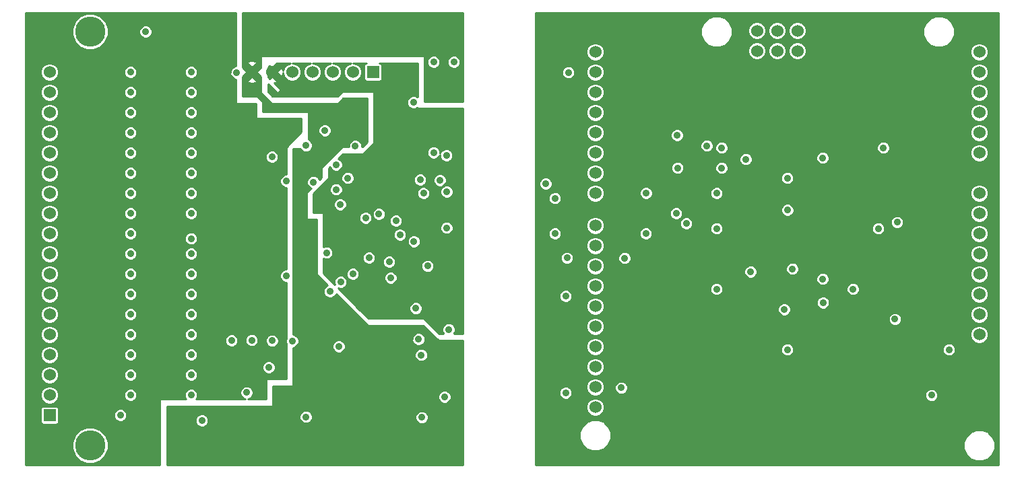
<source format=gbr>
G04 (created by PCBNEW (2013-jul-07)-stable) date Sun Aug 30 14:00:53 2015*
%MOIN*%
G04 Gerber Fmt 3.4, Leading zero omitted, Abs format*
%FSLAX34Y34*%
G01*
G70*
G90*
G04 APERTURE LIST*
%ADD10C,0.00590551*%
%ADD11C,0.1495*%
%ADD12R,0.06X0.06*%
%ADD13C,0.06*%
%ADD14C,0.035*%
%ADD15C,0.01*%
G04 APERTURE END LIST*
G54D10*
G54D11*
X27000Y-33500D03*
X27000Y-13000D03*
G54D12*
X41000Y-15000D03*
G54D13*
X40000Y-15000D03*
X39000Y-15000D03*
X38000Y-15000D03*
X37000Y-15000D03*
X36000Y-15000D03*
X35000Y-15000D03*
G54D12*
X25000Y-32000D03*
G54D13*
X25000Y-31000D03*
X25000Y-30000D03*
X25000Y-29000D03*
X25000Y-28000D03*
X25000Y-27000D03*
X25000Y-26000D03*
X25000Y-25000D03*
X25000Y-24000D03*
X25000Y-23000D03*
X25000Y-22000D03*
X25000Y-21000D03*
X25000Y-20000D03*
X25000Y-19000D03*
X25000Y-18000D03*
X25000Y-17000D03*
X25000Y-16000D03*
X25000Y-15000D03*
X71000Y-28000D03*
X71000Y-27000D03*
X71000Y-26000D03*
X71000Y-25000D03*
X71000Y-24000D03*
X71000Y-23000D03*
X71000Y-22000D03*
X71000Y-21000D03*
X71000Y-19000D03*
X71000Y-18000D03*
X71000Y-17000D03*
X71000Y-16000D03*
X71000Y-15000D03*
X71000Y-14000D03*
X60000Y-13950D03*
X61000Y-13950D03*
X62000Y-13950D03*
X62000Y-12950D03*
X61000Y-12950D03*
X60000Y-12950D03*
X52000Y-14000D03*
X52000Y-15000D03*
X52000Y-16000D03*
X52000Y-17000D03*
X52000Y-18000D03*
X52000Y-19000D03*
X52000Y-20000D03*
X52000Y-21000D03*
X52000Y-22600D03*
X52000Y-23600D03*
X52000Y-24600D03*
X52000Y-25600D03*
X52000Y-26600D03*
X52000Y-27600D03*
X52000Y-28600D03*
X52000Y-29600D03*
X52000Y-30600D03*
X52000Y-31600D03*
G54D14*
X39374Y-21559D03*
X39750Y-20250D03*
X38750Y-24500D03*
X41748Y-18543D03*
X43330Y-19342D03*
X40885Y-25968D03*
X41874Y-25192D03*
X43996Y-18988D03*
X44310Y-20356D03*
X43019Y-23389D03*
X56500Y-22500D03*
X58000Y-21000D03*
X44629Y-19129D03*
X44641Y-22720D03*
X42334Y-23062D03*
X42133Y-22366D03*
X41291Y-22035D03*
X40629Y-22228D03*
X40000Y-25000D03*
X41800Y-24400D03*
X57996Y-25750D03*
X40800Y-24200D03*
X56000Y-22000D03*
X58250Y-19750D03*
X43500Y-21000D03*
X34000Y-26500D03*
X36000Y-19750D03*
X37141Y-17559D03*
X44000Y-14500D03*
X34251Y-15023D03*
X63250Y-19250D03*
X63250Y-25250D03*
X54500Y-23000D03*
X54503Y-20996D03*
X59681Y-24889D03*
X43334Y-20334D03*
X66929Y-22440D03*
X66826Y-27240D03*
X59444Y-19318D03*
X57511Y-18649D03*
X50594Y-24208D03*
X50665Y-15015D03*
X50000Y-23000D03*
X50000Y-21250D03*
X63267Y-26425D03*
X53448Y-24220D03*
X64750Y-25750D03*
X35500Y-13000D03*
X35685Y-16744D03*
X40150Y-30228D03*
X40150Y-28728D03*
X40150Y-30881D03*
X37460Y-30271D03*
X40307Y-17370D03*
X31751Y-32031D03*
X56062Y-19748D03*
X56047Y-18129D03*
X61350Y-26759D03*
X61500Y-20250D03*
X61507Y-21834D03*
X29750Y-13000D03*
X38700Y-23950D03*
X39400Y-25400D03*
X45000Y-14500D03*
X43000Y-16500D03*
X43114Y-26704D03*
X43251Y-28236D03*
X44750Y-27750D03*
X44649Y-20930D03*
X37681Y-18637D03*
X36000Y-19200D03*
X28500Y-32000D03*
X29000Y-31000D03*
X29000Y-30000D03*
X29000Y-29000D03*
X29000Y-28000D03*
X29000Y-27000D03*
X29000Y-26000D03*
X29000Y-25000D03*
X29000Y-24000D03*
X29000Y-23000D03*
X29000Y-22000D03*
X29000Y-21000D03*
X29000Y-20000D03*
X29000Y-19000D03*
X29000Y-18000D03*
X29000Y-17000D03*
X29000Y-16000D03*
X29000Y-15000D03*
X32000Y-16000D03*
X32000Y-31000D03*
X32000Y-30000D03*
X32000Y-29000D03*
X32000Y-28000D03*
X32000Y-27000D03*
X32000Y-26000D03*
X32000Y-25000D03*
X32000Y-15000D03*
X32000Y-17000D03*
X32000Y-18000D03*
X32000Y-19000D03*
X32000Y-20000D03*
X32000Y-21000D03*
X32000Y-22000D03*
X32000Y-24000D03*
X32000Y-23250D03*
X39303Y-28594D03*
X40122Y-18669D03*
X37681Y-32086D03*
X32535Y-32263D03*
X34748Y-30877D03*
X35842Y-29629D03*
X38051Y-20448D03*
X38866Y-25866D03*
X36003Y-28307D03*
X35000Y-28287D03*
X34000Y-28303D03*
X37007Y-28322D03*
X36704Y-25090D03*
X38618Y-17889D03*
X36716Y-20397D03*
X43700Y-24610D03*
X44539Y-31090D03*
X39173Y-19594D03*
X39173Y-20816D03*
X53279Y-30641D03*
X50535Y-30889D03*
X68633Y-31011D03*
X61750Y-24750D03*
X61500Y-28750D03*
X58000Y-22750D03*
X66000Y-22750D03*
X66250Y-18750D03*
X58250Y-18750D03*
X49543Y-20535D03*
X50535Y-26098D03*
X69500Y-28750D03*
X43413Y-32106D03*
X43385Y-29015D03*
X54750Y-26600D03*
X60500Y-29250D03*
X65000Y-23250D03*
X57000Y-23250D03*
X68250Y-29500D03*
G54D10*
G36*
X37450Y-17979D02*
X36700Y-18729D01*
X36700Y-20072D01*
X36652Y-20072D01*
X36532Y-20121D01*
X36441Y-20213D01*
X36391Y-20332D01*
X36391Y-20462D01*
X36440Y-20581D01*
X36532Y-20672D01*
X36651Y-20722D01*
X36700Y-20722D01*
X36700Y-24765D01*
X36640Y-24765D01*
X36520Y-24814D01*
X36429Y-24906D01*
X36379Y-25025D01*
X36379Y-25154D01*
X36429Y-25274D01*
X36520Y-25365D01*
X36639Y-25415D01*
X36700Y-25415D01*
X36700Y-28216D01*
X36682Y-28257D01*
X36682Y-28387D01*
X36700Y-28428D01*
X36700Y-30200D01*
X36328Y-30200D01*
X36328Y-28242D01*
X36325Y-28233D01*
X36325Y-19136D01*
X36275Y-19016D01*
X36184Y-18925D01*
X36064Y-18875D01*
X35935Y-18875D01*
X35816Y-18925D01*
X35724Y-19016D01*
X35675Y-19135D01*
X35674Y-19265D01*
X35724Y-19384D01*
X35815Y-19476D01*
X35935Y-19525D01*
X36064Y-19525D01*
X36183Y-19476D01*
X36275Y-19385D01*
X36324Y-19265D01*
X36325Y-19136D01*
X36325Y-28233D01*
X36279Y-28123D01*
X36188Y-28031D01*
X36068Y-27982D01*
X35939Y-27982D01*
X35820Y-28031D01*
X35728Y-28122D01*
X35678Y-28242D01*
X35678Y-28371D01*
X35728Y-28490D01*
X35819Y-28582D01*
X35939Y-28632D01*
X36068Y-28632D01*
X36187Y-28582D01*
X36279Y-28491D01*
X36328Y-28372D01*
X36328Y-28242D01*
X36328Y-30200D01*
X36167Y-30200D01*
X36167Y-29565D01*
X36118Y-29446D01*
X36026Y-29354D01*
X35907Y-29304D01*
X35778Y-29304D01*
X35658Y-29354D01*
X35567Y-29445D01*
X35517Y-29564D01*
X35517Y-29694D01*
X35566Y-29813D01*
X35658Y-29905D01*
X35777Y-29954D01*
X35906Y-29954D01*
X36026Y-29905D01*
X36117Y-29814D01*
X36167Y-29694D01*
X36167Y-29565D01*
X36167Y-30200D01*
X35700Y-30200D01*
X35700Y-31200D01*
X35325Y-31200D01*
X35325Y-28223D01*
X35275Y-28103D01*
X35184Y-28012D01*
X35064Y-27962D01*
X34935Y-27962D01*
X34816Y-28011D01*
X34724Y-28103D01*
X34675Y-28222D01*
X34674Y-28351D01*
X34724Y-28471D01*
X34815Y-28562D01*
X34935Y-28612D01*
X35064Y-28612D01*
X35183Y-28563D01*
X35275Y-28471D01*
X35324Y-28352D01*
X35325Y-28223D01*
X35325Y-31200D01*
X34819Y-31200D01*
X34931Y-31153D01*
X35023Y-31062D01*
X35072Y-30942D01*
X35073Y-30813D01*
X35023Y-30694D01*
X34932Y-30602D01*
X34812Y-30553D01*
X34683Y-30552D01*
X34564Y-30602D01*
X34472Y-30693D01*
X34423Y-30813D01*
X34422Y-30942D01*
X34472Y-31061D01*
X34563Y-31153D01*
X34676Y-31200D01*
X34325Y-31200D01*
X34325Y-28238D01*
X34275Y-28119D01*
X34184Y-28027D01*
X34064Y-27978D01*
X33935Y-27978D01*
X33816Y-28027D01*
X33724Y-28118D01*
X33675Y-28238D01*
X33674Y-28367D01*
X33724Y-28487D01*
X33815Y-28578D01*
X33935Y-28628D01*
X34064Y-28628D01*
X34183Y-28578D01*
X34275Y-28487D01*
X34324Y-28368D01*
X34325Y-28238D01*
X34325Y-31200D01*
X32259Y-31200D01*
X32275Y-31184D01*
X32324Y-31064D01*
X32325Y-30935D01*
X32325Y-29935D01*
X32325Y-28935D01*
X32325Y-27935D01*
X32325Y-26935D01*
X32325Y-25935D01*
X32325Y-24935D01*
X32325Y-23935D01*
X32325Y-23185D01*
X32325Y-21935D01*
X32325Y-20935D01*
X32325Y-19935D01*
X32325Y-18935D01*
X32325Y-17935D01*
X32325Y-16935D01*
X32325Y-15935D01*
X32325Y-14935D01*
X32275Y-14816D01*
X32184Y-14724D01*
X32064Y-14675D01*
X31935Y-14674D01*
X31816Y-14724D01*
X31724Y-14815D01*
X31675Y-14935D01*
X31674Y-15064D01*
X31724Y-15183D01*
X31815Y-15275D01*
X31935Y-15324D01*
X32064Y-15325D01*
X32183Y-15275D01*
X32275Y-15184D01*
X32324Y-15064D01*
X32325Y-14935D01*
X32325Y-15935D01*
X32275Y-15816D01*
X32184Y-15724D01*
X32064Y-15675D01*
X31935Y-15674D01*
X31816Y-15724D01*
X31724Y-15815D01*
X31675Y-15935D01*
X31674Y-16064D01*
X31724Y-16183D01*
X31815Y-16275D01*
X31935Y-16324D01*
X32064Y-16325D01*
X32183Y-16275D01*
X32275Y-16184D01*
X32324Y-16064D01*
X32325Y-15935D01*
X32325Y-16935D01*
X32275Y-16816D01*
X32184Y-16724D01*
X32064Y-16675D01*
X31935Y-16674D01*
X31816Y-16724D01*
X31724Y-16815D01*
X31675Y-16935D01*
X31674Y-17064D01*
X31724Y-17183D01*
X31815Y-17275D01*
X31935Y-17324D01*
X32064Y-17325D01*
X32183Y-17275D01*
X32275Y-17184D01*
X32324Y-17064D01*
X32325Y-16935D01*
X32325Y-17935D01*
X32275Y-17816D01*
X32184Y-17724D01*
X32064Y-17675D01*
X31935Y-17674D01*
X31816Y-17724D01*
X31724Y-17815D01*
X31675Y-17935D01*
X31674Y-18064D01*
X31724Y-18183D01*
X31815Y-18275D01*
X31935Y-18324D01*
X32064Y-18325D01*
X32183Y-18275D01*
X32275Y-18184D01*
X32324Y-18064D01*
X32325Y-17935D01*
X32325Y-18935D01*
X32275Y-18816D01*
X32184Y-18724D01*
X32064Y-18675D01*
X31935Y-18674D01*
X31816Y-18724D01*
X31724Y-18815D01*
X31675Y-18935D01*
X31674Y-19064D01*
X31724Y-19183D01*
X31815Y-19275D01*
X31935Y-19324D01*
X32064Y-19325D01*
X32183Y-19275D01*
X32275Y-19184D01*
X32324Y-19064D01*
X32325Y-18935D01*
X32325Y-19935D01*
X32275Y-19816D01*
X32184Y-19724D01*
X32064Y-19675D01*
X31935Y-19674D01*
X31816Y-19724D01*
X31724Y-19815D01*
X31675Y-19935D01*
X31674Y-20064D01*
X31724Y-20183D01*
X31815Y-20275D01*
X31935Y-20324D01*
X32064Y-20325D01*
X32183Y-20275D01*
X32275Y-20184D01*
X32324Y-20064D01*
X32325Y-19935D01*
X32325Y-20935D01*
X32275Y-20816D01*
X32184Y-20724D01*
X32064Y-20675D01*
X31935Y-20674D01*
X31816Y-20724D01*
X31724Y-20815D01*
X31675Y-20935D01*
X31674Y-21064D01*
X31724Y-21183D01*
X31815Y-21275D01*
X31935Y-21324D01*
X32064Y-21325D01*
X32183Y-21275D01*
X32275Y-21184D01*
X32324Y-21064D01*
X32325Y-20935D01*
X32325Y-21935D01*
X32275Y-21816D01*
X32184Y-21724D01*
X32064Y-21675D01*
X31935Y-21674D01*
X31816Y-21724D01*
X31724Y-21815D01*
X31675Y-21935D01*
X31674Y-22064D01*
X31724Y-22183D01*
X31815Y-22275D01*
X31935Y-22324D01*
X32064Y-22325D01*
X32183Y-22275D01*
X32275Y-22184D01*
X32324Y-22064D01*
X32325Y-21935D01*
X32325Y-23185D01*
X32275Y-23066D01*
X32184Y-22974D01*
X32064Y-22925D01*
X31935Y-22924D01*
X31816Y-22974D01*
X31724Y-23065D01*
X31675Y-23185D01*
X31674Y-23314D01*
X31724Y-23433D01*
X31815Y-23525D01*
X31935Y-23574D01*
X32064Y-23575D01*
X32183Y-23525D01*
X32275Y-23434D01*
X32324Y-23314D01*
X32325Y-23185D01*
X32325Y-23935D01*
X32275Y-23816D01*
X32184Y-23724D01*
X32064Y-23675D01*
X31935Y-23674D01*
X31816Y-23724D01*
X31724Y-23815D01*
X31675Y-23935D01*
X31674Y-24064D01*
X31724Y-24183D01*
X31815Y-24275D01*
X31935Y-24324D01*
X32064Y-24325D01*
X32183Y-24275D01*
X32275Y-24184D01*
X32324Y-24064D01*
X32325Y-23935D01*
X32325Y-24935D01*
X32275Y-24816D01*
X32184Y-24724D01*
X32064Y-24675D01*
X31935Y-24674D01*
X31816Y-24724D01*
X31724Y-24815D01*
X31675Y-24935D01*
X31674Y-25064D01*
X31724Y-25183D01*
X31815Y-25275D01*
X31935Y-25324D01*
X32064Y-25325D01*
X32183Y-25275D01*
X32275Y-25184D01*
X32324Y-25064D01*
X32325Y-24935D01*
X32325Y-25935D01*
X32275Y-25816D01*
X32184Y-25724D01*
X32064Y-25675D01*
X31935Y-25674D01*
X31816Y-25724D01*
X31724Y-25815D01*
X31675Y-25935D01*
X31674Y-26064D01*
X31724Y-26183D01*
X31815Y-26275D01*
X31935Y-26324D01*
X32064Y-26325D01*
X32183Y-26275D01*
X32275Y-26184D01*
X32324Y-26064D01*
X32325Y-25935D01*
X32325Y-26935D01*
X32275Y-26816D01*
X32184Y-26724D01*
X32064Y-26675D01*
X31935Y-26674D01*
X31816Y-26724D01*
X31724Y-26815D01*
X31675Y-26935D01*
X31674Y-27064D01*
X31724Y-27183D01*
X31815Y-27275D01*
X31935Y-27324D01*
X32064Y-27325D01*
X32183Y-27275D01*
X32275Y-27184D01*
X32324Y-27064D01*
X32325Y-26935D01*
X32325Y-27935D01*
X32275Y-27816D01*
X32184Y-27724D01*
X32064Y-27675D01*
X31935Y-27674D01*
X31816Y-27724D01*
X31724Y-27815D01*
X31675Y-27935D01*
X31674Y-28064D01*
X31724Y-28183D01*
X31815Y-28275D01*
X31935Y-28324D01*
X32064Y-28325D01*
X32183Y-28275D01*
X32275Y-28184D01*
X32324Y-28064D01*
X32325Y-27935D01*
X32325Y-28935D01*
X32275Y-28816D01*
X32184Y-28724D01*
X32064Y-28675D01*
X31935Y-28674D01*
X31816Y-28724D01*
X31724Y-28815D01*
X31675Y-28935D01*
X31674Y-29064D01*
X31724Y-29183D01*
X31815Y-29275D01*
X31935Y-29324D01*
X32064Y-29325D01*
X32183Y-29275D01*
X32275Y-29184D01*
X32324Y-29064D01*
X32325Y-28935D01*
X32325Y-29935D01*
X32275Y-29816D01*
X32184Y-29724D01*
X32064Y-29675D01*
X31935Y-29674D01*
X31816Y-29724D01*
X31724Y-29815D01*
X31675Y-29935D01*
X31674Y-30064D01*
X31724Y-30183D01*
X31815Y-30275D01*
X31935Y-30324D01*
X32064Y-30325D01*
X32183Y-30275D01*
X32275Y-30184D01*
X32324Y-30064D01*
X32325Y-29935D01*
X32325Y-30935D01*
X32275Y-30816D01*
X32184Y-30724D01*
X32064Y-30675D01*
X31935Y-30674D01*
X31816Y-30724D01*
X31724Y-30815D01*
X31675Y-30935D01*
X31674Y-31064D01*
X31724Y-31183D01*
X31740Y-31200D01*
X30450Y-31200D01*
X30450Y-34450D01*
X30075Y-34450D01*
X30075Y-12935D01*
X30025Y-12816D01*
X29934Y-12724D01*
X29814Y-12675D01*
X29685Y-12674D01*
X29566Y-12724D01*
X29474Y-12815D01*
X29425Y-12935D01*
X29424Y-13064D01*
X29474Y-13183D01*
X29565Y-13275D01*
X29685Y-13324D01*
X29814Y-13325D01*
X29933Y-13275D01*
X30025Y-13184D01*
X30074Y-13064D01*
X30075Y-12935D01*
X30075Y-34450D01*
X29325Y-34450D01*
X29325Y-30935D01*
X29325Y-29935D01*
X29325Y-28935D01*
X29325Y-27935D01*
X29325Y-26935D01*
X29325Y-25935D01*
X29325Y-24935D01*
X29325Y-23935D01*
X29325Y-22935D01*
X29325Y-21935D01*
X29325Y-20935D01*
X29325Y-19935D01*
X29325Y-18935D01*
X29325Y-17935D01*
X29325Y-16935D01*
X29325Y-15935D01*
X29325Y-14935D01*
X29275Y-14816D01*
X29184Y-14724D01*
X29064Y-14675D01*
X28935Y-14674D01*
X28816Y-14724D01*
X28724Y-14815D01*
X28675Y-14935D01*
X28674Y-15064D01*
X28724Y-15183D01*
X28815Y-15275D01*
X28935Y-15324D01*
X29064Y-15325D01*
X29183Y-15275D01*
X29275Y-15184D01*
X29324Y-15064D01*
X29325Y-14935D01*
X29325Y-15935D01*
X29275Y-15816D01*
X29184Y-15724D01*
X29064Y-15675D01*
X28935Y-15674D01*
X28816Y-15724D01*
X28724Y-15815D01*
X28675Y-15935D01*
X28674Y-16064D01*
X28724Y-16183D01*
X28815Y-16275D01*
X28935Y-16324D01*
X29064Y-16325D01*
X29183Y-16275D01*
X29275Y-16184D01*
X29324Y-16064D01*
X29325Y-15935D01*
X29325Y-16935D01*
X29275Y-16816D01*
X29184Y-16724D01*
X29064Y-16675D01*
X28935Y-16674D01*
X28816Y-16724D01*
X28724Y-16815D01*
X28675Y-16935D01*
X28674Y-17064D01*
X28724Y-17183D01*
X28815Y-17275D01*
X28935Y-17324D01*
X29064Y-17325D01*
X29183Y-17275D01*
X29275Y-17184D01*
X29324Y-17064D01*
X29325Y-16935D01*
X29325Y-17935D01*
X29275Y-17816D01*
X29184Y-17724D01*
X29064Y-17675D01*
X28935Y-17674D01*
X28816Y-17724D01*
X28724Y-17815D01*
X28675Y-17935D01*
X28674Y-18064D01*
X28724Y-18183D01*
X28815Y-18275D01*
X28935Y-18324D01*
X29064Y-18325D01*
X29183Y-18275D01*
X29275Y-18184D01*
X29324Y-18064D01*
X29325Y-17935D01*
X29325Y-18935D01*
X29275Y-18816D01*
X29184Y-18724D01*
X29064Y-18675D01*
X28935Y-18674D01*
X28816Y-18724D01*
X28724Y-18815D01*
X28675Y-18935D01*
X28674Y-19064D01*
X28724Y-19183D01*
X28815Y-19275D01*
X28935Y-19324D01*
X29064Y-19325D01*
X29183Y-19275D01*
X29275Y-19184D01*
X29324Y-19064D01*
X29325Y-18935D01*
X29325Y-19935D01*
X29275Y-19816D01*
X29184Y-19724D01*
X29064Y-19675D01*
X28935Y-19674D01*
X28816Y-19724D01*
X28724Y-19815D01*
X28675Y-19935D01*
X28674Y-20064D01*
X28724Y-20183D01*
X28815Y-20275D01*
X28935Y-20324D01*
X29064Y-20325D01*
X29183Y-20275D01*
X29275Y-20184D01*
X29324Y-20064D01*
X29325Y-19935D01*
X29325Y-20935D01*
X29275Y-20816D01*
X29184Y-20724D01*
X29064Y-20675D01*
X28935Y-20674D01*
X28816Y-20724D01*
X28724Y-20815D01*
X28675Y-20935D01*
X28674Y-21064D01*
X28724Y-21183D01*
X28815Y-21275D01*
X28935Y-21324D01*
X29064Y-21325D01*
X29183Y-21275D01*
X29275Y-21184D01*
X29324Y-21064D01*
X29325Y-20935D01*
X29325Y-21935D01*
X29275Y-21816D01*
X29184Y-21724D01*
X29064Y-21675D01*
X28935Y-21674D01*
X28816Y-21724D01*
X28724Y-21815D01*
X28675Y-21935D01*
X28674Y-22064D01*
X28724Y-22183D01*
X28815Y-22275D01*
X28935Y-22324D01*
X29064Y-22325D01*
X29183Y-22275D01*
X29275Y-22184D01*
X29324Y-22064D01*
X29325Y-21935D01*
X29325Y-22935D01*
X29275Y-22816D01*
X29184Y-22724D01*
X29064Y-22675D01*
X28935Y-22674D01*
X28816Y-22724D01*
X28724Y-22815D01*
X28675Y-22935D01*
X28674Y-23064D01*
X28724Y-23183D01*
X28815Y-23275D01*
X28935Y-23324D01*
X29064Y-23325D01*
X29183Y-23275D01*
X29275Y-23184D01*
X29324Y-23064D01*
X29325Y-22935D01*
X29325Y-23935D01*
X29275Y-23816D01*
X29184Y-23724D01*
X29064Y-23675D01*
X28935Y-23674D01*
X28816Y-23724D01*
X28724Y-23815D01*
X28675Y-23935D01*
X28674Y-24064D01*
X28724Y-24183D01*
X28815Y-24275D01*
X28935Y-24324D01*
X29064Y-24325D01*
X29183Y-24275D01*
X29275Y-24184D01*
X29324Y-24064D01*
X29325Y-23935D01*
X29325Y-24935D01*
X29275Y-24816D01*
X29184Y-24724D01*
X29064Y-24675D01*
X28935Y-24674D01*
X28816Y-24724D01*
X28724Y-24815D01*
X28675Y-24935D01*
X28674Y-25064D01*
X28724Y-25183D01*
X28815Y-25275D01*
X28935Y-25324D01*
X29064Y-25325D01*
X29183Y-25275D01*
X29275Y-25184D01*
X29324Y-25064D01*
X29325Y-24935D01*
X29325Y-25935D01*
X29275Y-25816D01*
X29184Y-25724D01*
X29064Y-25675D01*
X28935Y-25674D01*
X28816Y-25724D01*
X28724Y-25815D01*
X28675Y-25935D01*
X28674Y-26064D01*
X28724Y-26183D01*
X28815Y-26275D01*
X28935Y-26324D01*
X29064Y-26325D01*
X29183Y-26275D01*
X29275Y-26184D01*
X29324Y-26064D01*
X29325Y-25935D01*
X29325Y-26935D01*
X29275Y-26816D01*
X29184Y-26724D01*
X29064Y-26675D01*
X28935Y-26674D01*
X28816Y-26724D01*
X28724Y-26815D01*
X28675Y-26935D01*
X28674Y-27064D01*
X28724Y-27183D01*
X28815Y-27275D01*
X28935Y-27324D01*
X29064Y-27325D01*
X29183Y-27275D01*
X29275Y-27184D01*
X29324Y-27064D01*
X29325Y-26935D01*
X29325Y-27935D01*
X29275Y-27816D01*
X29184Y-27724D01*
X29064Y-27675D01*
X28935Y-27674D01*
X28816Y-27724D01*
X28724Y-27815D01*
X28675Y-27935D01*
X28674Y-28064D01*
X28724Y-28183D01*
X28815Y-28275D01*
X28935Y-28324D01*
X29064Y-28325D01*
X29183Y-28275D01*
X29275Y-28184D01*
X29324Y-28064D01*
X29325Y-27935D01*
X29325Y-28935D01*
X29275Y-28816D01*
X29184Y-28724D01*
X29064Y-28675D01*
X28935Y-28674D01*
X28816Y-28724D01*
X28724Y-28815D01*
X28675Y-28935D01*
X28674Y-29064D01*
X28724Y-29183D01*
X28815Y-29275D01*
X28935Y-29324D01*
X29064Y-29325D01*
X29183Y-29275D01*
X29275Y-29184D01*
X29324Y-29064D01*
X29325Y-28935D01*
X29325Y-29935D01*
X29275Y-29816D01*
X29184Y-29724D01*
X29064Y-29675D01*
X28935Y-29674D01*
X28816Y-29724D01*
X28724Y-29815D01*
X28675Y-29935D01*
X28674Y-30064D01*
X28724Y-30183D01*
X28815Y-30275D01*
X28935Y-30324D01*
X29064Y-30325D01*
X29183Y-30275D01*
X29275Y-30184D01*
X29324Y-30064D01*
X29325Y-29935D01*
X29325Y-30935D01*
X29275Y-30816D01*
X29184Y-30724D01*
X29064Y-30675D01*
X28935Y-30674D01*
X28816Y-30724D01*
X28724Y-30815D01*
X28675Y-30935D01*
X28674Y-31064D01*
X28724Y-31183D01*
X28815Y-31275D01*
X28935Y-31324D01*
X29064Y-31325D01*
X29183Y-31275D01*
X29275Y-31184D01*
X29324Y-31064D01*
X29325Y-30935D01*
X29325Y-34450D01*
X28825Y-34450D01*
X28825Y-31935D01*
X28775Y-31816D01*
X28684Y-31724D01*
X28564Y-31675D01*
X28435Y-31674D01*
X28316Y-31724D01*
X28224Y-31815D01*
X28175Y-31935D01*
X28174Y-32064D01*
X28224Y-32183D01*
X28315Y-32275D01*
X28435Y-32324D01*
X28564Y-32325D01*
X28683Y-32275D01*
X28775Y-32184D01*
X28824Y-32064D01*
X28825Y-31935D01*
X28825Y-34450D01*
X27897Y-34450D01*
X27897Y-33322D01*
X27897Y-12822D01*
X27761Y-12492D01*
X27509Y-12239D01*
X27179Y-12102D01*
X26822Y-12102D01*
X26492Y-12238D01*
X26239Y-12490D01*
X26102Y-12820D01*
X26102Y-13177D01*
X26238Y-13507D01*
X26490Y-13760D01*
X26820Y-13897D01*
X27177Y-13897D01*
X27507Y-13761D01*
X27760Y-13509D01*
X27897Y-13179D01*
X27897Y-12822D01*
X27897Y-33322D01*
X27761Y-32992D01*
X27509Y-32739D01*
X27179Y-32602D01*
X26822Y-32602D01*
X26492Y-32738D01*
X26239Y-32990D01*
X26102Y-33320D01*
X26102Y-33677D01*
X26238Y-34007D01*
X26490Y-34260D01*
X26820Y-34397D01*
X27177Y-34397D01*
X27507Y-34261D01*
X27760Y-34009D01*
X27897Y-33679D01*
X27897Y-33322D01*
X27897Y-34450D01*
X25450Y-34450D01*
X25450Y-30910D01*
X25450Y-29910D01*
X25450Y-28910D01*
X25450Y-27910D01*
X25450Y-26910D01*
X25450Y-25910D01*
X25450Y-24910D01*
X25450Y-23910D01*
X25450Y-22910D01*
X25450Y-21910D01*
X25450Y-20910D01*
X25450Y-19910D01*
X25450Y-18910D01*
X25450Y-17910D01*
X25450Y-16910D01*
X25450Y-15910D01*
X25450Y-14910D01*
X25381Y-14745D01*
X25255Y-14618D01*
X25089Y-14550D01*
X24910Y-14549D01*
X24745Y-14618D01*
X24618Y-14744D01*
X24550Y-14910D01*
X24549Y-15089D01*
X24618Y-15254D01*
X24744Y-15381D01*
X24910Y-15449D01*
X25089Y-15450D01*
X25254Y-15381D01*
X25381Y-15255D01*
X25449Y-15089D01*
X25450Y-14910D01*
X25450Y-15910D01*
X25381Y-15745D01*
X25255Y-15618D01*
X25089Y-15550D01*
X24910Y-15549D01*
X24745Y-15618D01*
X24618Y-15744D01*
X24550Y-15910D01*
X24549Y-16089D01*
X24618Y-16254D01*
X24744Y-16381D01*
X24910Y-16449D01*
X25089Y-16450D01*
X25254Y-16381D01*
X25381Y-16255D01*
X25449Y-16089D01*
X25450Y-15910D01*
X25450Y-16910D01*
X25381Y-16745D01*
X25255Y-16618D01*
X25089Y-16550D01*
X24910Y-16549D01*
X24745Y-16618D01*
X24618Y-16744D01*
X24550Y-16910D01*
X24549Y-17089D01*
X24618Y-17254D01*
X24744Y-17381D01*
X24910Y-17449D01*
X25089Y-17450D01*
X25254Y-17381D01*
X25381Y-17255D01*
X25449Y-17089D01*
X25450Y-16910D01*
X25450Y-17910D01*
X25381Y-17745D01*
X25255Y-17618D01*
X25089Y-17550D01*
X24910Y-17549D01*
X24745Y-17618D01*
X24618Y-17744D01*
X24550Y-17910D01*
X24549Y-18089D01*
X24618Y-18254D01*
X24744Y-18381D01*
X24910Y-18449D01*
X25089Y-18450D01*
X25254Y-18381D01*
X25381Y-18255D01*
X25449Y-18089D01*
X25450Y-17910D01*
X25450Y-18910D01*
X25381Y-18745D01*
X25255Y-18618D01*
X25089Y-18550D01*
X24910Y-18549D01*
X24745Y-18618D01*
X24618Y-18744D01*
X24550Y-18910D01*
X24549Y-19089D01*
X24618Y-19254D01*
X24744Y-19381D01*
X24910Y-19449D01*
X25089Y-19450D01*
X25254Y-19381D01*
X25381Y-19255D01*
X25449Y-19089D01*
X25450Y-18910D01*
X25450Y-19910D01*
X25381Y-19745D01*
X25255Y-19618D01*
X25089Y-19550D01*
X24910Y-19549D01*
X24745Y-19618D01*
X24618Y-19744D01*
X24550Y-19910D01*
X24549Y-20089D01*
X24618Y-20254D01*
X24744Y-20381D01*
X24910Y-20449D01*
X25089Y-20450D01*
X25254Y-20381D01*
X25381Y-20255D01*
X25449Y-20089D01*
X25450Y-19910D01*
X25450Y-20910D01*
X25381Y-20745D01*
X25255Y-20618D01*
X25089Y-20550D01*
X24910Y-20549D01*
X24745Y-20618D01*
X24618Y-20744D01*
X24550Y-20910D01*
X24549Y-21089D01*
X24618Y-21254D01*
X24744Y-21381D01*
X24910Y-21449D01*
X25089Y-21450D01*
X25254Y-21381D01*
X25381Y-21255D01*
X25449Y-21089D01*
X25450Y-20910D01*
X25450Y-21910D01*
X25381Y-21745D01*
X25255Y-21618D01*
X25089Y-21550D01*
X24910Y-21549D01*
X24745Y-21618D01*
X24618Y-21744D01*
X24550Y-21910D01*
X24549Y-22089D01*
X24618Y-22254D01*
X24744Y-22381D01*
X24910Y-22449D01*
X25089Y-22450D01*
X25254Y-22381D01*
X25381Y-22255D01*
X25449Y-22089D01*
X25450Y-21910D01*
X25450Y-22910D01*
X25381Y-22745D01*
X25255Y-22618D01*
X25089Y-22550D01*
X24910Y-22549D01*
X24745Y-22618D01*
X24618Y-22744D01*
X24550Y-22910D01*
X24549Y-23089D01*
X24618Y-23254D01*
X24744Y-23381D01*
X24910Y-23449D01*
X25089Y-23450D01*
X25254Y-23381D01*
X25381Y-23255D01*
X25449Y-23089D01*
X25450Y-22910D01*
X25450Y-23910D01*
X25381Y-23745D01*
X25255Y-23618D01*
X25089Y-23550D01*
X24910Y-23549D01*
X24745Y-23618D01*
X24618Y-23744D01*
X24550Y-23910D01*
X24549Y-24089D01*
X24618Y-24254D01*
X24744Y-24381D01*
X24910Y-24449D01*
X25089Y-24450D01*
X25254Y-24381D01*
X25381Y-24255D01*
X25449Y-24089D01*
X25450Y-23910D01*
X25450Y-24910D01*
X25381Y-24745D01*
X25255Y-24618D01*
X25089Y-24550D01*
X24910Y-24549D01*
X24745Y-24618D01*
X24618Y-24744D01*
X24550Y-24910D01*
X24549Y-25089D01*
X24618Y-25254D01*
X24744Y-25381D01*
X24910Y-25449D01*
X25089Y-25450D01*
X25254Y-25381D01*
X25381Y-25255D01*
X25449Y-25089D01*
X25450Y-24910D01*
X25450Y-25910D01*
X25381Y-25745D01*
X25255Y-25618D01*
X25089Y-25550D01*
X24910Y-25549D01*
X24745Y-25618D01*
X24618Y-25744D01*
X24550Y-25910D01*
X24549Y-26089D01*
X24618Y-26254D01*
X24744Y-26381D01*
X24910Y-26449D01*
X25089Y-26450D01*
X25254Y-26381D01*
X25381Y-26255D01*
X25449Y-26089D01*
X25450Y-25910D01*
X25450Y-26910D01*
X25381Y-26745D01*
X25255Y-26618D01*
X25089Y-26550D01*
X24910Y-26549D01*
X24745Y-26618D01*
X24618Y-26744D01*
X24550Y-26910D01*
X24549Y-27089D01*
X24618Y-27254D01*
X24744Y-27381D01*
X24910Y-27449D01*
X25089Y-27450D01*
X25254Y-27381D01*
X25381Y-27255D01*
X25449Y-27089D01*
X25450Y-26910D01*
X25450Y-27910D01*
X25381Y-27745D01*
X25255Y-27618D01*
X25089Y-27550D01*
X24910Y-27549D01*
X24745Y-27618D01*
X24618Y-27744D01*
X24550Y-27910D01*
X24549Y-28089D01*
X24618Y-28254D01*
X24744Y-28381D01*
X24910Y-28449D01*
X25089Y-28450D01*
X25254Y-28381D01*
X25381Y-28255D01*
X25449Y-28089D01*
X25450Y-27910D01*
X25450Y-28910D01*
X25381Y-28745D01*
X25255Y-28618D01*
X25089Y-28550D01*
X24910Y-28549D01*
X24745Y-28618D01*
X24618Y-28744D01*
X24550Y-28910D01*
X24549Y-29089D01*
X24618Y-29254D01*
X24744Y-29381D01*
X24910Y-29449D01*
X25089Y-29450D01*
X25254Y-29381D01*
X25381Y-29255D01*
X25449Y-29089D01*
X25450Y-28910D01*
X25450Y-29910D01*
X25381Y-29745D01*
X25255Y-29618D01*
X25089Y-29550D01*
X24910Y-29549D01*
X24745Y-29618D01*
X24618Y-29744D01*
X24550Y-29910D01*
X24549Y-30089D01*
X24618Y-30254D01*
X24744Y-30381D01*
X24910Y-30449D01*
X25089Y-30450D01*
X25254Y-30381D01*
X25381Y-30255D01*
X25449Y-30089D01*
X25450Y-29910D01*
X25450Y-30910D01*
X25381Y-30745D01*
X25255Y-30618D01*
X25089Y-30550D01*
X24910Y-30549D01*
X24745Y-30618D01*
X24618Y-30744D01*
X24550Y-30910D01*
X24549Y-31089D01*
X24618Y-31254D01*
X24744Y-31381D01*
X24910Y-31449D01*
X25089Y-31450D01*
X25254Y-31381D01*
X25381Y-31255D01*
X25449Y-31089D01*
X25450Y-30910D01*
X25450Y-34450D01*
X25450Y-34450D01*
X25450Y-32270D01*
X25450Y-31670D01*
X25427Y-31615D01*
X25385Y-31572D01*
X25329Y-31550D01*
X25270Y-31549D01*
X24670Y-31549D01*
X24615Y-31572D01*
X24572Y-31614D01*
X24550Y-31670D01*
X24549Y-31729D01*
X24549Y-32329D01*
X24572Y-32384D01*
X24614Y-32427D01*
X24670Y-32449D01*
X24729Y-32450D01*
X25329Y-32450D01*
X25384Y-32427D01*
X25427Y-32385D01*
X25449Y-32329D01*
X25450Y-32270D01*
X25450Y-34450D01*
X23800Y-34450D01*
X23800Y-12050D01*
X34200Y-12050D01*
X34200Y-14698D01*
X34187Y-14698D01*
X34068Y-14747D01*
X33976Y-14839D01*
X33927Y-14958D01*
X33926Y-15087D01*
X33976Y-15207D01*
X34067Y-15298D01*
X34187Y-15348D01*
X34200Y-15348D01*
X34200Y-16550D01*
X35200Y-16550D01*
X35200Y-17300D01*
X35750Y-17300D01*
X37450Y-17300D01*
X37450Y-17979D01*
X37450Y-17979D01*
G37*
G54D15*
X37450Y-17979D02*
X36700Y-18729D01*
X36700Y-20072D01*
X36652Y-20072D01*
X36532Y-20121D01*
X36441Y-20213D01*
X36391Y-20332D01*
X36391Y-20462D01*
X36440Y-20581D01*
X36532Y-20672D01*
X36651Y-20722D01*
X36700Y-20722D01*
X36700Y-24765D01*
X36640Y-24765D01*
X36520Y-24814D01*
X36429Y-24906D01*
X36379Y-25025D01*
X36379Y-25154D01*
X36429Y-25274D01*
X36520Y-25365D01*
X36639Y-25415D01*
X36700Y-25415D01*
X36700Y-28216D01*
X36682Y-28257D01*
X36682Y-28387D01*
X36700Y-28428D01*
X36700Y-30200D01*
X36328Y-30200D01*
X36328Y-28242D01*
X36325Y-28233D01*
X36325Y-19136D01*
X36275Y-19016D01*
X36184Y-18925D01*
X36064Y-18875D01*
X35935Y-18875D01*
X35816Y-18925D01*
X35724Y-19016D01*
X35675Y-19135D01*
X35674Y-19265D01*
X35724Y-19384D01*
X35815Y-19476D01*
X35935Y-19525D01*
X36064Y-19525D01*
X36183Y-19476D01*
X36275Y-19385D01*
X36324Y-19265D01*
X36325Y-19136D01*
X36325Y-28233D01*
X36279Y-28123D01*
X36188Y-28031D01*
X36068Y-27982D01*
X35939Y-27982D01*
X35820Y-28031D01*
X35728Y-28122D01*
X35678Y-28242D01*
X35678Y-28371D01*
X35728Y-28490D01*
X35819Y-28582D01*
X35939Y-28632D01*
X36068Y-28632D01*
X36187Y-28582D01*
X36279Y-28491D01*
X36328Y-28372D01*
X36328Y-28242D01*
X36328Y-30200D01*
X36167Y-30200D01*
X36167Y-29565D01*
X36118Y-29446D01*
X36026Y-29354D01*
X35907Y-29304D01*
X35778Y-29304D01*
X35658Y-29354D01*
X35567Y-29445D01*
X35517Y-29564D01*
X35517Y-29694D01*
X35566Y-29813D01*
X35658Y-29905D01*
X35777Y-29954D01*
X35906Y-29954D01*
X36026Y-29905D01*
X36117Y-29814D01*
X36167Y-29694D01*
X36167Y-29565D01*
X36167Y-30200D01*
X35700Y-30200D01*
X35700Y-31200D01*
X35325Y-31200D01*
X35325Y-28223D01*
X35275Y-28103D01*
X35184Y-28012D01*
X35064Y-27962D01*
X34935Y-27962D01*
X34816Y-28011D01*
X34724Y-28103D01*
X34675Y-28222D01*
X34674Y-28351D01*
X34724Y-28471D01*
X34815Y-28562D01*
X34935Y-28612D01*
X35064Y-28612D01*
X35183Y-28563D01*
X35275Y-28471D01*
X35324Y-28352D01*
X35325Y-28223D01*
X35325Y-31200D01*
X34819Y-31200D01*
X34931Y-31153D01*
X35023Y-31062D01*
X35072Y-30942D01*
X35073Y-30813D01*
X35023Y-30694D01*
X34932Y-30602D01*
X34812Y-30553D01*
X34683Y-30552D01*
X34564Y-30602D01*
X34472Y-30693D01*
X34423Y-30813D01*
X34422Y-30942D01*
X34472Y-31061D01*
X34563Y-31153D01*
X34676Y-31200D01*
X34325Y-31200D01*
X34325Y-28238D01*
X34275Y-28119D01*
X34184Y-28027D01*
X34064Y-27978D01*
X33935Y-27978D01*
X33816Y-28027D01*
X33724Y-28118D01*
X33675Y-28238D01*
X33674Y-28367D01*
X33724Y-28487D01*
X33815Y-28578D01*
X33935Y-28628D01*
X34064Y-28628D01*
X34183Y-28578D01*
X34275Y-28487D01*
X34324Y-28368D01*
X34325Y-28238D01*
X34325Y-31200D01*
X32259Y-31200D01*
X32275Y-31184D01*
X32324Y-31064D01*
X32325Y-30935D01*
X32325Y-29935D01*
X32325Y-28935D01*
X32325Y-27935D01*
X32325Y-26935D01*
X32325Y-25935D01*
X32325Y-24935D01*
X32325Y-23935D01*
X32325Y-23185D01*
X32325Y-21935D01*
X32325Y-20935D01*
X32325Y-19935D01*
X32325Y-18935D01*
X32325Y-17935D01*
X32325Y-16935D01*
X32325Y-15935D01*
X32325Y-14935D01*
X32275Y-14816D01*
X32184Y-14724D01*
X32064Y-14675D01*
X31935Y-14674D01*
X31816Y-14724D01*
X31724Y-14815D01*
X31675Y-14935D01*
X31674Y-15064D01*
X31724Y-15183D01*
X31815Y-15275D01*
X31935Y-15324D01*
X32064Y-15325D01*
X32183Y-15275D01*
X32275Y-15184D01*
X32324Y-15064D01*
X32325Y-14935D01*
X32325Y-15935D01*
X32275Y-15816D01*
X32184Y-15724D01*
X32064Y-15675D01*
X31935Y-15674D01*
X31816Y-15724D01*
X31724Y-15815D01*
X31675Y-15935D01*
X31674Y-16064D01*
X31724Y-16183D01*
X31815Y-16275D01*
X31935Y-16324D01*
X32064Y-16325D01*
X32183Y-16275D01*
X32275Y-16184D01*
X32324Y-16064D01*
X32325Y-15935D01*
X32325Y-16935D01*
X32275Y-16816D01*
X32184Y-16724D01*
X32064Y-16675D01*
X31935Y-16674D01*
X31816Y-16724D01*
X31724Y-16815D01*
X31675Y-16935D01*
X31674Y-17064D01*
X31724Y-17183D01*
X31815Y-17275D01*
X31935Y-17324D01*
X32064Y-17325D01*
X32183Y-17275D01*
X32275Y-17184D01*
X32324Y-17064D01*
X32325Y-16935D01*
X32325Y-17935D01*
X32275Y-17816D01*
X32184Y-17724D01*
X32064Y-17675D01*
X31935Y-17674D01*
X31816Y-17724D01*
X31724Y-17815D01*
X31675Y-17935D01*
X31674Y-18064D01*
X31724Y-18183D01*
X31815Y-18275D01*
X31935Y-18324D01*
X32064Y-18325D01*
X32183Y-18275D01*
X32275Y-18184D01*
X32324Y-18064D01*
X32325Y-17935D01*
X32325Y-18935D01*
X32275Y-18816D01*
X32184Y-18724D01*
X32064Y-18675D01*
X31935Y-18674D01*
X31816Y-18724D01*
X31724Y-18815D01*
X31675Y-18935D01*
X31674Y-19064D01*
X31724Y-19183D01*
X31815Y-19275D01*
X31935Y-19324D01*
X32064Y-19325D01*
X32183Y-19275D01*
X32275Y-19184D01*
X32324Y-19064D01*
X32325Y-18935D01*
X32325Y-19935D01*
X32275Y-19816D01*
X32184Y-19724D01*
X32064Y-19675D01*
X31935Y-19674D01*
X31816Y-19724D01*
X31724Y-19815D01*
X31675Y-19935D01*
X31674Y-20064D01*
X31724Y-20183D01*
X31815Y-20275D01*
X31935Y-20324D01*
X32064Y-20325D01*
X32183Y-20275D01*
X32275Y-20184D01*
X32324Y-20064D01*
X32325Y-19935D01*
X32325Y-20935D01*
X32275Y-20816D01*
X32184Y-20724D01*
X32064Y-20675D01*
X31935Y-20674D01*
X31816Y-20724D01*
X31724Y-20815D01*
X31675Y-20935D01*
X31674Y-21064D01*
X31724Y-21183D01*
X31815Y-21275D01*
X31935Y-21324D01*
X32064Y-21325D01*
X32183Y-21275D01*
X32275Y-21184D01*
X32324Y-21064D01*
X32325Y-20935D01*
X32325Y-21935D01*
X32275Y-21816D01*
X32184Y-21724D01*
X32064Y-21675D01*
X31935Y-21674D01*
X31816Y-21724D01*
X31724Y-21815D01*
X31675Y-21935D01*
X31674Y-22064D01*
X31724Y-22183D01*
X31815Y-22275D01*
X31935Y-22324D01*
X32064Y-22325D01*
X32183Y-22275D01*
X32275Y-22184D01*
X32324Y-22064D01*
X32325Y-21935D01*
X32325Y-23185D01*
X32275Y-23066D01*
X32184Y-22974D01*
X32064Y-22925D01*
X31935Y-22924D01*
X31816Y-22974D01*
X31724Y-23065D01*
X31675Y-23185D01*
X31674Y-23314D01*
X31724Y-23433D01*
X31815Y-23525D01*
X31935Y-23574D01*
X32064Y-23575D01*
X32183Y-23525D01*
X32275Y-23434D01*
X32324Y-23314D01*
X32325Y-23185D01*
X32325Y-23935D01*
X32275Y-23816D01*
X32184Y-23724D01*
X32064Y-23675D01*
X31935Y-23674D01*
X31816Y-23724D01*
X31724Y-23815D01*
X31675Y-23935D01*
X31674Y-24064D01*
X31724Y-24183D01*
X31815Y-24275D01*
X31935Y-24324D01*
X32064Y-24325D01*
X32183Y-24275D01*
X32275Y-24184D01*
X32324Y-24064D01*
X32325Y-23935D01*
X32325Y-24935D01*
X32275Y-24816D01*
X32184Y-24724D01*
X32064Y-24675D01*
X31935Y-24674D01*
X31816Y-24724D01*
X31724Y-24815D01*
X31675Y-24935D01*
X31674Y-25064D01*
X31724Y-25183D01*
X31815Y-25275D01*
X31935Y-25324D01*
X32064Y-25325D01*
X32183Y-25275D01*
X32275Y-25184D01*
X32324Y-25064D01*
X32325Y-24935D01*
X32325Y-25935D01*
X32275Y-25816D01*
X32184Y-25724D01*
X32064Y-25675D01*
X31935Y-25674D01*
X31816Y-25724D01*
X31724Y-25815D01*
X31675Y-25935D01*
X31674Y-26064D01*
X31724Y-26183D01*
X31815Y-26275D01*
X31935Y-26324D01*
X32064Y-26325D01*
X32183Y-26275D01*
X32275Y-26184D01*
X32324Y-26064D01*
X32325Y-25935D01*
X32325Y-26935D01*
X32275Y-26816D01*
X32184Y-26724D01*
X32064Y-26675D01*
X31935Y-26674D01*
X31816Y-26724D01*
X31724Y-26815D01*
X31675Y-26935D01*
X31674Y-27064D01*
X31724Y-27183D01*
X31815Y-27275D01*
X31935Y-27324D01*
X32064Y-27325D01*
X32183Y-27275D01*
X32275Y-27184D01*
X32324Y-27064D01*
X32325Y-26935D01*
X32325Y-27935D01*
X32275Y-27816D01*
X32184Y-27724D01*
X32064Y-27675D01*
X31935Y-27674D01*
X31816Y-27724D01*
X31724Y-27815D01*
X31675Y-27935D01*
X31674Y-28064D01*
X31724Y-28183D01*
X31815Y-28275D01*
X31935Y-28324D01*
X32064Y-28325D01*
X32183Y-28275D01*
X32275Y-28184D01*
X32324Y-28064D01*
X32325Y-27935D01*
X32325Y-28935D01*
X32275Y-28816D01*
X32184Y-28724D01*
X32064Y-28675D01*
X31935Y-28674D01*
X31816Y-28724D01*
X31724Y-28815D01*
X31675Y-28935D01*
X31674Y-29064D01*
X31724Y-29183D01*
X31815Y-29275D01*
X31935Y-29324D01*
X32064Y-29325D01*
X32183Y-29275D01*
X32275Y-29184D01*
X32324Y-29064D01*
X32325Y-28935D01*
X32325Y-29935D01*
X32275Y-29816D01*
X32184Y-29724D01*
X32064Y-29675D01*
X31935Y-29674D01*
X31816Y-29724D01*
X31724Y-29815D01*
X31675Y-29935D01*
X31674Y-30064D01*
X31724Y-30183D01*
X31815Y-30275D01*
X31935Y-30324D01*
X32064Y-30325D01*
X32183Y-30275D01*
X32275Y-30184D01*
X32324Y-30064D01*
X32325Y-29935D01*
X32325Y-30935D01*
X32275Y-30816D01*
X32184Y-30724D01*
X32064Y-30675D01*
X31935Y-30674D01*
X31816Y-30724D01*
X31724Y-30815D01*
X31675Y-30935D01*
X31674Y-31064D01*
X31724Y-31183D01*
X31740Y-31200D01*
X30450Y-31200D01*
X30450Y-34450D01*
X30075Y-34450D01*
X30075Y-12935D01*
X30025Y-12816D01*
X29934Y-12724D01*
X29814Y-12675D01*
X29685Y-12674D01*
X29566Y-12724D01*
X29474Y-12815D01*
X29425Y-12935D01*
X29424Y-13064D01*
X29474Y-13183D01*
X29565Y-13275D01*
X29685Y-13324D01*
X29814Y-13325D01*
X29933Y-13275D01*
X30025Y-13184D01*
X30074Y-13064D01*
X30075Y-12935D01*
X30075Y-34450D01*
X29325Y-34450D01*
X29325Y-30935D01*
X29325Y-29935D01*
X29325Y-28935D01*
X29325Y-27935D01*
X29325Y-26935D01*
X29325Y-25935D01*
X29325Y-24935D01*
X29325Y-23935D01*
X29325Y-22935D01*
X29325Y-21935D01*
X29325Y-20935D01*
X29325Y-19935D01*
X29325Y-18935D01*
X29325Y-17935D01*
X29325Y-16935D01*
X29325Y-15935D01*
X29325Y-14935D01*
X29275Y-14816D01*
X29184Y-14724D01*
X29064Y-14675D01*
X28935Y-14674D01*
X28816Y-14724D01*
X28724Y-14815D01*
X28675Y-14935D01*
X28674Y-15064D01*
X28724Y-15183D01*
X28815Y-15275D01*
X28935Y-15324D01*
X29064Y-15325D01*
X29183Y-15275D01*
X29275Y-15184D01*
X29324Y-15064D01*
X29325Y-14935D01*
X29325Y-15935D01*
X29275Y-15816D01*
X29184Y-15724D01*
X29064Y-15675D01*
X28935Y-15674D01*
X28816Y-15724D01*
X28724Y-15815D01*
X28675Y-15935D01*
X28674Y-16064D01*
X28724Y-16183D01*
X28815Y-16275D01*
X28935Y-16324D01*
X29064Y-16325D01*
X29183Y-16275D01*
X29275Y-16184D01*
X29324Y-16064D01*
X29325Y-15935D01*
X29325Y-16935D01*
X29275Y-16816D01*
X29184Y-16724D01*
X29064Y-16675D01*
X28935Y-16674D01*
X28816Y-16724D01*
X28724Y-16815D01*
X28675Y-16935D01*
X28674Y-17064D01*
X28724Y-17183D01*
X28815Y-17275D01*
X28935Y-17324D01*
X29064Y-17325D01*
X29183Y-17275D01*
X29275Y-17184D01*
X29324Y-17064D01*
X29325Y-16935D01*
X29325Y-17935D01*
X29275Y-17816D01*
X29184Y-17724D01*
X29064Y-17675D01*
X28935Y-17674D01*
X28816Y-17724D01*
X28724Y-17815D01*
X28675Y-17935D01*
X28674Y-18064D01*
X28724Y-18183D01*
X28815Y-18275D01*
X28935Y-18324D01*
X29064Y-18325D01*
X29183Y-18275D01*
X29275Y-18184D01*
X29324Y-18064D01*
X29325Y-17935D01*
X29325Y-18935D01*
X29275Y-18816D01*
X29184Y-18724D01*
X29064Y-18675D01*
X28935Y-18674D01*
X28816Y-18724D01*
X28724Y-18815D01*
X28675Y-18935D01*
X28674Y-19064D01*
X28724Y-19183D01*
X28815Y-19275D01*
X28935Y-19324D01*
X29064Y-19325D01*
X29183Y-19275D01*
X29275Y-19184D01*
X29324Y-19064D01*
X29325Y-18935D01*
X29325Y-19935D01*
X29275Y-19816D01*
X29184Y-19724D01*
X29064Y-19675D01*
X28935Y-19674D01*
X28816Y-19724D01*
X28724Y-19815D01*
X28675Y-19935D01*
X28674Y-20064D01*
X28724Y-20183D01*
X28815Y-20275D01*
X28935Y-20324D01*
X29064Y-20325D01*
X29183Y-20275D01*
X29275Y-20184D01*
X29324Y-20064D01*
X29325Y-19935D01*
X29325Y-20935D01*
X29275Y-20816D01*
X29184Y-20724D01*
X29064Y-20675D01*
X28935Y-20674D01*
X28816Y-20724D01*
X28724Y-20815D01*
X28675Y-20935D01*
X28674Y-21064D01*
X28724Y-21183D01*
X28815Y-21275D01*
X28935Y-21324D01*
X29064Y-21325D01*
X29183Y-21275D01*
X29275Y-21184D01*
X29324Y-21064D01*
X29325Y-20935D01*
X29325Y-21935D01*
X29275Y-21816D01*
X29184Y-21724D01*
X29064Y-21675D01*
X28935Y-21674D01*
X28816Y-21724D01*
X28724Y-21815D01*
X28675Y-21935D01*
X28674Y-22064D01*
X28724Y-22183D01*
X28815Y-22275D01*
X28935Y-22324D01*
X29064Y-22325D01*
X29183Y-22275D01*
X29275Y-22184D01*
X29324Y-22064D01*
X29325Y-21935D01*
X29325Y-22935D01*
X29275Y-22816D01*
X29184Y-22724D01*
X29064Y-22675D01*
X28935Y-22674D01*
X28816Y-22724D01*
X28724Y-22815D01*
X28675Y-22935D01*
X28674Y-23064D01*
X28724Y-23183D01*
X28815Y-23275D01*
X28935Y-23324D01*
X29064Y-23325D01*
X29183Y-23275D01*
X29275Y-23184D01*
X29324Y-23064D01*
X29325Y-22935D01*
X29325Y-23935D01*
X29275Y-23816D01*
X29184Y-23724D01*
X29064Y-23675D01*
X28935Y-23674D01*
X28816Y-23724D01*
X28724Y-23815D01*
X28675Y-23935D01*
X28674Y-24064D01*
X28724Y-24183D01*
X28815Y-24275D01*
X28935Y-24324D01*
X29064Y-24325D01*
X29183Y-24275D01*
X29275Y-24184D01*
X29324Y-24064D01*
X29325Y-23935D01*
X29325Y-24935D01*
X29275Y-24816D01*
X29184Y-24724D01*
X29064Y-24675D01*
X28935Y-24674D01*
X28816Y-24724D01*
X28724Y-24815D01*
X28675Y-24935D01*
X28674Y-25064D01*
X28724Y-25183D01*
X28815Y-25275D01*
X28935Y-25324D01*
X29064Y-25325D01*
X29183Y-25275D01*
X29275Y-25184D01*
X29324Y-25064D01*
X29325Y-24935D01*
X29325Y-25935D01*
X29275Y-25816D01*
X29184Y-25724D01*
X29064Y-25675D01*
X28935Y-25674D01*
X28816Y-25724D01*
X28724Y-25815D01*
X28675Y-25935D01*
X28674Y-26064D01*
X28724Y-26183D01*
X28815Y-26275D01*
X28935Y-26324D01*
X29064Y-26325D01*
X29183Y-26275D01*
X29275Y-26184D01*
X29324Y-26064D01*
X29325Y-25935D01*
X29325Y-26935D01*
X29275Y-26816D01*
X29184Y-26724D01*
X29064Y-26675D01*
X28935Y-26674D01*
X28816Y-26724D01*
X28724Y-26815D01*
X28675Y-26935D01*
X28674Y-27064D01*
X28724Y-27183D01*
X28815Y-27275D01*
X28935Y-27324D01*
X29064Y-27325D01*
X29183Y-27275D01*
X29275Y-27184D01*
X29324Y-27064D01*
X29325Y-26935D01*
X29325Y-27935D01*
X29275Y-27816D01*
X29184Y-27724D01*
X29064Y-27675D01*
X28935Y-27674D01*
X28816Y-27724D01*
X28724Y-27815D01*
X28675Y-27935D01*
X28674Y-28064D01*
X28724Y-28183D01*
X28815Y-28275D01*
X28935Y-28324D01*
X29064Y-28325D01*
X29183Y-28275D01*
X29275Y-28184D01*
X29324Y-28064D01*
X29325Y-27935D01*
X29325Y-28935D01*
X29275Y-28816D01*
X29184Y-28724D01*
X29064Y-28675D01*
X28935Y-28674D01*
X28816Y-28724D01*
X28724Y-28815D01*
X28675Y-28935D01*
X28674Y-29064D01*
X28724Y-29183D01*
X28815Y-29275D01*
X28935Y-29324D01*
X29064Y-29325D01*
X29183Y-29275D01*
X29275Y-29184D01*
X29324Y-29064D01*
X29325Y-28935D01*
X29325Y-29935D01*
X29275Y-29816D01*
X29184Y-29724D01*
X29064Y-29675D01*
X28935Y-29674D01*
X28816Y-29724D01*
X28724Y-29815D01*
X28675Y-29935D01*
X28674Y-30064D01*
X28724Y-30183D01*
X28815Y-30275D01*
X28935Y-30324D01*
X29064Y-30325D01*
X29183Y-30275D01*
X29275Y-30184D01*
X29324Y-30064D01*
X29325Y-29935D01*
X29325Y-30935D01*
X29275Y-30816D01*
X29184Y-30724D01*
X29064Y-30675D01*
X28935Y-30674D01*
X28816Y-30724D01*
X28724Y-30815D01*
X28675Y-30935D01*
X28674Y-31064D01*
X28724Y-31183D01*
X28815Y-31275D01*
X28935Y-31324D01*
X29064Y-31325D01*
X29183Y-31275D01*
X29275Y-31184D01*
X29324Y-31064D01*
X29325Y-30935D01*
X29325Y-34450D01*
X28825Y-34450D01*
X28825Y-31935D01*
X28775Y-31816D01*
X28684Y-31724D01*
X28564Y-31675D01*
X28435Y-31674D01*
X28316Y-31724D01*
X28224Y-31815D01*
X28175Y-31935D01*
X28174Y-32064D01*
X28224Y-32183D01*
X28315Y-32275D01*
X28435Y-32324D01*
X28564Y-32325D01*
X28683Y-32275D01*
X28775Y-32184D01*
X28824Y-32064D01*
X28825Y-31935D01*
X28825Y-34450D01*
X27897Y-34450D01*
X27897Y-33322D01*
X27897Y-12822D01*
X27761Y-12492D01*
X27509Y-12239D01*
X27179Y-12102D01*
X26822Y-12102D01*
X26492Y-12238D01*
X26239Y-12490D01*
X26102Y-12820D01*
X26102Y-13177D01*
X26238Y-13507D01*
X26490Y-13760D01*
X26820Y-13897D01*
X27177Y-13897D01*
X27507Y-13761D01*
X27760Y-13509D01*
X27897Y-13179D01*
X27897Y-12822D01*
X27897Y-33322D01*
X27761Y-32992D01*
X27509Y-32739D01*
X27179Y-32602D01*
X26822Y-32602D01*
X26492Y-32738D01*
X26239Y-32990D01*
X26102Y-33320D01*
X26102Y-33677D01*
X26238Y-34007D01*
X26490Y-34260D01*
X26820Y-34397D01*
X27177Y-34397D01*
X27507Y-34261D01*
X27760Y-34009D01*
X27897Y-33679D01*
X27897Y-33322D01*
X27897Y-34450D01*
X25450Y-34450D01*
X25450Y-30910D01*
X25450Y-29910D01*
X25450Y-28910D01*
X25450Y-27910D01*
X25450Y-26910D01*
X25450Y-25910D01*
X25450Y-24910D01*
X25450Y-23910D01*
X25450Y-22910D01*
X25450Y-21910D01*
X25450Y-20910D01*
X25450Y-19910D01*
X25450Y-18910D01*
X25450Y-17910D01*
X25450Y-16910D01*
X25450Y-15910D01*
X25450Y-14910D01*
X25381Y-14745D01*
X25255Y-14618D01*
X25089Y-14550D01*
X24910Y-14549D01*
X24745Y-14618D01*
X24618Y-14744D01*
X24550Y-14910D01*
X24549Y-15089D01*
X24618Y-15254D01*
X24744Y-15381D01*
X24910Y-15449D01*
X25089Y-15450D01*
X25254Y-15381D01*
X25381Y-15255D01*
X25449Y-15089D01*
X25450Y-14910D01*
X25450Y-15910D01*
X25381Y-15745D01*
X25255Y-15618D01*
X25089Y-15550D01*
X24910Y-15549D01*
X24745Y-15618D01*
X24618Y-15744D01*
X24550Y-15910D01*
X24549Y-16089D01*
X24618Y-16254D01*
X24744Y-16381D01*
X24910Y-16449D01*
X25089Y-16450D01*
X25254Y-16381D01*
X25381Y-16255D01*
X25449Y-16089D01*
X25450Y-15910D01*
X25450Y-16910D01*
X25381Y-16745D01*
X25255Y-16618D01*
X25089Y-16550D01*
X24910Y-16549D01*
X24745Y-16618D01*
X24618Y-16744D01*
X24550Y-16910D01*
X24549Y-17089D01*
X24618Y-17254D01*
X24744Y-17381D01*
X24910Y-17449D01*
X25089Y-17450D01*
X25254Y-17381D01*
X25381Y-17255D01*
X25449Y-17089D01*
X25450Y-16910D01*
X25450Y-17910D01*
X25381Y-17745D01*
X25255Y-17618D01*
X25089Y-17550D01*
X24910Y-17549D01*
X24745Y-17618D01*
X24618Y-17744D01*
X24550Y-17910D01*
X24549Y-18089D01*
X24618Y-18254D01*
X24744Y-18381D01*
X24910Y-18449D01*
X25089Y-18450D01*
X25254Y-18381D01*
X25381Y-18255D01*
X25449Y-18089D01*
X25450Y-17910D01*
X25450Y-18910D01*
X25381Y-18745D01*
X25255Y-18618D01*
X25089Y-18550D01*
X24910Y-18549D01*
X24745Y-18618D01*
X24618Y-18744D01*
X24550Y-18910D01*
X24549Y-19089D01*
X24618Y-19254D01*
X24744Y-19381D01*
X24910Y-19449D01*
X25089Y-19450D01*
X25254Y-19381D01*
X25381Y-19255D01*
X25449Y-19089D01*
X25450Y-18910D01*
X25450Y-19910D01*
X25381Y-19745D01*
X25255Y-19618D01*
X25089Y-19550D01*
X24910Y-19549D01*
X24745Y-19618D01*
X24618Y-19744D01*
X24550Y-19910D01*
X24549Y-20089D01*
X24618Y-20254D01*
X24744Y-20381D01*
X24910Y-20449D01*
X25089Y-20450D01*
X25254Y-20381D01*
X25381Y-20255D01*
X25449Y-20089D01*
X25450Y-19910D01*
X25450Y-20910D01*
X25381Y-20745D01*
X25255Y-20618D01*
X25089Y-20550D01*
X24910Y-20549D01*
X24745Y-20618D01*
X24618Y-20744D01*
X24550Y-20910D01*
X24549Y-21089D01*
X24618Y-21254D01*
X24744Y-21381D01*
X24910Y-21449D01*
X25089Y-21450D01*
X25254Y-21381D01*
X25381Y-21255D01*
X25449Y-21089D01*
X25450Y-20910D01*
X25450Y-21910D01*
X25381Y-21745D01*
X25255Y-21618D01*
X25089Y-21550D01*
X24910Y-21549D01*
X24745Y-21618D01*
X24618Y-21744D01*
X24550Y-21910D01*
X24549Y-22089D01*
X24618Y-22254D01*
X24744Y-22381D01*
X24910Y-22449D01*
X25089Y-22450D01*
X25254Y-22381D01*
X25381Y-22255D01*
X25449Y-22089D01*
X25450Y-21910D01*
X25450Y-22910D01*
X25381Y-22745D01*
X25255Y-22618D01*
X25089Y-22550D01*
X24910Y-22549D01*
X24745Y-22618D01*
X24618Y-22744D01*
X24550Y-22910D01*
X24549Y-23089D01*
X24618Y-23254D01*
X24744Y-23381D01*
X24910Y-23449D01*
X25089Y-23450D01*
X25254Y-23381D01*
X25381Y-23255D01*
X25449Y-23089D01*
X25450Y-22910D01*
X25450Y-23910D01*
X25381Y-23745D01*
X25255Y-23618D01*
X25089Y-23550D01*
X24910Y-23549D01*
X24745Y-23618D01*
X24618Y-23744D01*
X24550Y-23910D01*
X24549Y-24089D01*
X24618Y-24254D01*
X24744Y-24381D01*
X24910Y-24449D01*
X25089Y-24450D01*
X25254Y-24381D01*
X25381Y-24255D01*
X25449Y-24089D01*
X25450Y-23910D01*
X25450Y-24910D01*
X25381Y-24745D01*
X25255Y-24618D01*
X25089Y-24550D01*
X24910Y-24549D01*
X24745Y-24618D01*
X24618Y-24744D01*
X24550Y-24910D01*
X24549Y-25089D01*
X24618Y-25254D01*
X24744Y-25381D01*
X24910Y-25449D01*
X25089Y-25450D01*
X25254Y-25381D01*
X25381Y-25255D01*
X25449Y-25089D01*
X25450Y-24910D01*
X25450Y-25910D01*
X25381Y-25745D01*
X25255Y-25618D01*
X25089Y-25550D01*
X24910Y-25549D01*
X24745Y-25618D01*
X24618Y-25744D01*
X24550Y-25910D01*
X24549Y-26089D01*
X24618Y-26254D01*
X24744Y-26381D01*
X24910Y-26449D01*
X25089Y-26450D01*
X25254Y-26381D01*
X25381Y-26255D01*
X25449Y-26089D01*
X25450Y-25910D01*
X25450Y-26910D01*
X25381Y-26745D01*
X25255Y-26618D01*
X25089Y-26550D01*
X24910Y-26549D01*
X24745Y-26618D01*
X24618Y-26744D01*
X24550Y-26910D01*
X24549Y-27089D01*
X24618Y-27254D01*
X24744Y-27381D01*
X24910Y-27449D01*
X25089Y-27450D01*
X25254Y-27381D01*
X25381Y-27255D01*
X25449Y-27089D01*
X25450Y-26910D01*
X25450Y-27910D01*
X25381Y-27745D01*
X25255Y-27618D01*
X25089Y-27550D01*
X24910Y-27549D01*
X24745Y-27618D01*
X24618Y-27744D01*
X24550Y-27910D01*
X24549Y-28089D01*
X24618Y-28254D01*
X24744Y-28381D01*
X24910Y-28449D01*
X25089Y-28450D01*
X25254Y-28381D01*
X25381Y-28255D01*
X25449Y-28089D01*
X25450Y-27910D01*
X25450Y-28910D01*
X25381Y-28745D01*
X25255Y-28618D01*
X25089Y-28550D01*
X24910Y-28549D01*
X24745Y-28618D01*
X24618Y-28744D01*
X24550Y-28910D01*
X24549Y-29089D01*
X24618Y-29254D01*
X24744Y-29381D01*
X24910Y-29449D01*
X25089Y-29450D01*
X25254Y-29381D01*
X25381Y-29255D01*
X25449Y-29089D01*
X25450Y-28910D01*
X25450Y-29910D01*
X25381Y-29745D01*
X25255Y-29618D01*
X25089Y-29550D01*
X24910Y-29549D01*
X24745Y-29618D01*
X24618Y-29744D01*
X24550Y-29910D01*
X24549Y-30089D01*
X24618Y-30254D01*
X24744Y-30381D01*
X24910Y-30449D01*
X25089Y-30450D01*
X25254Y-30381D01*
X25381Y-30255D01*
X25449Y-30089D01*
X25450Y-29910D01*
X25450Y-30910D01*
X25381Y-30745D01*
X25255Y-30618D01*
X25089Y-30550D01*
X24910Y-30549D01*
X24745Y-30618D01*
X24618Y-30744D01*
X24550Y-30910D01*
X24549Y-31089D01*
X24618Y-31254D01*
X24744Y-31381D01*
X24910Y-31449D01*
X25089Y-31450D01*
X25254Y-31381D01*
X25381Y-31255D01*
X25449Y-31089D01*
X25450Y-30910D01*
X25450Y-34450D01*
X25450Y-34450D01*
X25450Y-32270D01*
X25450Y-31670D01*
X25427Y-31615D01*
X25385Y-31572D01*
X25329Y-31550D01*
X25270Y-31549D01*
X24670Y-31549D01*
X24615Y-31572D01*
X24572Y-31614D01*
X24550Y-31670D01*
X24549Y-31729D01*
X24549Y-32329D01*
X24572Y-32384D01*
X24614Y-32427D01*
X24670Y-32449D01*
X24729Y-32450D01*
X25329Y-32450D01*
X25384Y-32427D01*
X25427Y-32385D01*
X25449Y-32329D01*
X25450Y-32270D01*
X25450Y-34450D01*
X23800Y-34450D01*
X23800Y-12050D01*
X34200Y-12050D01*
X34200Y-14698D01*
X34187Y-14698D01*
X34068Y-14747D01*
X33976Y-14839D01*
X33927Y-14958D01*
X33926Y-15087D01*
X33976Y-15207D01*
X34067Y-15298D01*
X34187Y-15348D01*
X34200Y-15348D01*
X34200Y-16550D01*
X35200Y-16550D01*
X35200Y-17300D01*
X35750Y-17300D01*
X37450Y-17300D01*
X37450Y-17979D01*
G54D10*
G36*
X45450Y-34450D02*
X44864Y-34450D01*
X44864Y-31026D01*
X44815Y-30906D01*
X44723Y-30815D01*
X44604Y-30765D01*
X44475Y-30765D01*
X44355Y-30814D01*
X44264Y-30906D01*
X44214Y-31025D01*
X44214Y-31154D01*
X44263Y-31274D01*
X44355Y-31365D01*
X44474Y-31415D01*
X44603Y-31415D01*
X44723Y-31366D01*
X44814Y-31274D01*
X44864Y-31155D01*
X44864Y-31026D01*
X44864Y-34450D01*
X43738Y-34450D01*
X43738Y-32041D01*
X43710Y-31975D01*
X43710Y-28951D01*
X43661Y-28831D01*
X43577Y-28747D01*
X43577Y-28171D01*
X43527Y-28052D01*
X43436Y-27960D01*
X43316Y-27911D01*
X43187Y-27911D01*
X43068Y-27960D01*
X42976Y-28051D01*
X42927Y-28171D01*
X42926Y-28300D01*
X42976Y-28420D01*
X43067Y-28511D01*
X43187Y-28561D01*
X43316Y-28561D01*
X43435Y-28511D01*
X43527Y-28420D01*
X43576Y-28301D01*
X43577Y-28171D01*
X43577Y-28747D01*
X43570Y-28740D01*
X43450Y-28690D01*
X43321Y-28690D01*
X43201Y-28740D01*
X43110Y-28831D01*
X43060Y-28950D01*
X43060Y-29080D01*
X43110Y-29199D01*
X43201Y-29291D01*
X43320Y-29340D01*
X43450Y-29340D01*
X43569Y-29291D01*
X43661Y-29200D01*
X43710Y-29080D01*
X43710Y-28951D01*
X43710Y-31975D01*
X43689Y-31922D01*
X43597Y-31830D01*
X43478Y-31781D01*
X43349Y-31781D01*
X43229Y-31830D01*
X43138Y-31921D01*
X43088Y-32041D01*
X43088Y-32170D01*
X43137Y-32290D01*
X43229Y-32381D01*
X43348Y-32431D01*
X43477Y-32431D01*
X43597Y-32381D01*
X43688Y-32290D01*
X43738Y-32171D01*
X43738Y-32041D01*
X43738Y-34450D01*
X39628Y-34450D01*
X39628Y-28530D01*
X39578Y-28410D01*
X39487Y-28319D01*
X39368Y-28269D01*
X39238Y-28269D01*
X39119Y-28318D01*
X39027Y-28410D01*
X38978Y-28529D01*
X38978Y-28658D01*
X39027Y-28778D01*
X39118Y-28869D01*
X39238Y-28919D01*
X39367Y-28919D01*
X39487Y-28870D01*
X39578Y-28778D01*
X39628Y-28659D01*
X39628Y-28530D01*
X39628Y-34450D01*
X38006Y-34450D01*
X38006Y-32022D01*
X37956Y-31902D01*
X37865Y-31811D01*
X37746Y-31761D01*
X37616Y-31761D01*
X37497Y-31810D01*
X37405Y-31902D01*
X37356Y-32021D01*
X37356Y-32150D01*
X37405Y-32270D01*
X37496Y-32361D01*
X37616Y-32411D01*
X37745Y-32411D01*
X37864Y-32362D01*
X37956Y-32270D01*
X38006Y-32151D01*
X38006Y-32022D01*
X38006Y-34450D01*
X32860Y-34450D01*
X32860Y-32199D01*
X32811Y-32079D01*
X32719Y-31988D01*
X32600Y-31938D01*
X32471Y-31938D01*
X32351Y-31988D01*
X32260Y-32079D01*
X32210Y-32198D01*
X32210Y-32328D01*
X32259Y-32447D01*
X32351Y-32539D01*
X32470Y-32588D01*
X32599Y-32588D01*
X32719Y-32539D01*
X32810Y-32448D01*
X32860Y-32328D01*
X32860Y-32199D01*
X32860Y-34450D01*
X30800Y-34450D01*
X30800Y-31550D01*
X36050Y-31550D01*
X36050Y-30550D01*
X37050Y-30550D01*
X37050Y-28647D01*
X37072Y-28647D01*
X37191Y-28598D01*
X37283Y-28507D01*
X37332Y-28387D01*
X37332Y-28258D01*
X37283Y-28138D01*
X37192Y-28047D01*
X37072Y-27997D01*
X37050Y-27997D01*
X37050Y-18800D01*
X37396Y-18800D01*
X37405Y-18821D01*
X37496Y-18913D01*
X37616Y-18962D01*
X37745Y-18962D01*
X37864Y-18913D01*
X37956Y-18822D01*
X38006Y-18702D01*
X38006Y-18573D01*
X37956Y-18453D01*
X37865Y-18362D01*
X37800Y-18335D01*
X37800Y-16950D01*
X35550Y-16950D01*
X35550Y-16479D01*
X35270Y-16200D01*
X35229Y-16200D01*
X35229Y-15442D01*
X35000Y-15212D01*
X34770Y-15442D01*
X34803Y-15525D01*
X35019Y-15560D01*
X35196Y-15525D01*
X35229Y-15442D01*
X35229Y-16200D01*
X34550Y-16200D01*
X34550Y-15226D01*
X34557Y-15229D01*
X34787Y-15000D01*
X34557Y-14770D01*
X34550Y-14773D01*
X34550Y-12050D01*
X45450Y-12050D01*
X45450Y-16450D01*
X45325Y-16450D01*
X45325Y-14435D01*
X45275Y-14316D01*
X45184Y-14224D01*
X45064Y-14175D01*
X44935Y-14174D01*
X44816Y-14224D01*
X44724Y-14315D01*
X44675Y-14435D01*
X44674Y-14564D01*
X44724Y-14683D01*
X44815Y-14775D01*
X44935Y-14824D01*
X45064Y-14825D01*
X45183Y-14775D01*
X45275Y-14684D01*
X45324Y-14564D01*
X45325Y-14435D01*
X45325Y-16450D01*
X44325Y-16450D01*
X44325Y-14435D01*
X44275Y-14316D01*
X44184Y-14224D01*
X44064Y-14175D01*
X43935Y-14174D01*
X43816Y-14224D01*
X43724Y-14315D01*
X43675Y-14435D01*
X43674Y-14564D01*
X43724Y-14683D01*
X43815Y-14775D01*
X43935Y-14824D01*
X44064Y-14825D01*
X44183Y-14775D01*
X44275Y-14684D01*
X44324Y-14564D01*
X44325Y-14435D01*
X44325Y-16450D01*
X43550Y-16450D01*
X43550Y-14200D01*
X35450Y-14200D01*
X35450Y-14773D01*
X35442Y-14770D01*
X35229Y-14982D01*
X35229Y-14557D01*
X35196Y-14474D01*
X34980Y-14439D01*
X34803Y-14474D01*
X34770Y-14557D01*
X35000Y-14787D01*
X35229Y-14557D01*
X35229Y-14982D01*
X35212Y-15000D01*
X35442Y-15229D01*
X35450Y-15226D01*
X35450Y-16020D01*
X35979Y-16550D01*
X39270Y-16550D01*
X39520Y-16300D01*
X40700Y-16300D01*
X40700Y-18479D01*
X40479Y-18700D01*
X40447Y-18700D01*
X40447Y-18604D01*
X40397Y-18485D01*
X40306Y-18393D01*
X40186Y-18344D01*
X40057Y-18344D01*
X39938Y-18393D01*
X39846Y-18484D01*
X39797Y-18604D01*
X39797Y-18700D01*
X39479Y-18700D01*
X38943Y-19236D01*
X38943Y-17825D01*
X38893Y-17705D01*
X38802Y-17614D01*
X38683Y-17564D01*
X38553Y-17564D01*
X38434Y-17614D01*
X38342Y-17705D01*
X38293Y-17824D01*
X38293Y-17954D01*
X38342Y-18073D01*
X38433Y-18165D01*
X38553Y-18214D01*
X38682Y-18214D01*
X38801Y-18165D01*
X38893Y-18074D01*
X38943Y-17954D01*
X38943Y-17825D01*
X38943Y-19236D01*
X38450Y-19729D01*
X38450Y-20229D01*
X38352Y-20326D01*
X38326Y-20264D01*
X38235Y-20173D01*
X38116Y-20123D01*
X37986Y-20123D01*
X37867Y-20173D01*
X37775Y-20264D01*
X37726Y-20383D01*
X37726Y-20513D01*
X37775Y-20632D01*
X37866Y-20724D01*
X37929Y-20750D01*
X37700Y-20979D01*
X37700Y-22300D01*
X38200Y-22300D01*
X38200Y-25020D01*
X38744Y-25564D01*
X38682Y-25590D01*
X38590Y-25681D01*
X38541Y-25801D01*
X38541Y-25930D01*
X38590Y-26049D01*
X38681Y-26141D01*
X38801Y-26191D01*
X38930Y-26191D01*
X39049Y-26141D01*
X39141Y-26050D01*
X39167Y-25988D01*
X40729Y-27550D01*
X43479Y-27550D01*
X44229Y-28300D01*
X45450Y-28300D01*
X45450Y-34450D01*
X45450Y-34450D01*
G37*
G54D15*
X45450Y-34450D02*
X44864Y-34450D01*
X44864Y-31026D01*
X44815Y-30906D01*
X44723Y-30815D01*
X44604Y-30765D01*
X44475Y-30765D01*
X44355Y-30814D01*
X44264Y-30906D01*
X44214Y-31025D01*
X44214Y-31154D01*
X44263Y-31274D01*
X44355Y-31365D01*
X44474Y-31415D01*
X44603Y-31415D01*
X44723Y-31366D01*
X44814Y-31274D01*
X44864Y-31155D01*
X44864Y-31026D01*
X44864Y-34450D01*
X43738Y-34450D01*
X43738Y-32041D01*
X43710Y-31975D01*
X43710Y-28951D01*
X43661Y-28831D01*
X43577Y-28747D01*
X43577Y-28171D01*
X43527Y-28052D01*
X43436Y-27960D01*
X43316Y-27911D01*
X43187Y-27911D01*
X43068Y-27960D01*
X42976Y-28051D01*
X42927Y-28171D01*
X42926Y-28300D01*
X42976Y-28420D01*
X43067Y-28511D01*
X43187Y-28561D01*
X43316Y-28561D01*
X43435Y-28511D01*
X43527Y-28420D01*
X43576Y-28301D01*
X43577Y-28171D01*
X43577Y-28747D01*
X43570Y-28740D01*
X43450Y-28690D01*
X43321Y-28690D01*
X43201Y-28740D01*
X43110Y-28831D01*
X43060Y-28950D01*
X43060Y-29080D01*
X43110Y-29199D01*
X43201Y-29291D01*
X43320Y-29340D01*
X43450Y-29340D01*
X43569Y-29291D01*
X43661Y-29200D01*
X43710Y-29080D01*
X43710Y-28951D01*
X43710Y-31975D01*
X43689Y-31922D01*
X43597Y-31830D01*
X43478Y-31781D01*
X43349Y-31781D01*
X43229Y-31830D01*
X43138Y-31921D01*
X43088Y-32041D01*
X43088Y-32170D01*
X43137Y-32290D01*
X43229Y-32381D01*
X43348Y-32431D01*
X43477Y-32431D01*
X43597Y-32381D01*
X43688Y-32290D01*
X43738Y-32171D01*
X43738Y-32041D01*
X43738Y-34450D01*
X39628Y-34450D01*
X39628Y-28530D01*
X39578Y-28410D01*
X39487Y-28319D01*
X39368Y-28269D01*
X39238Y-28269D01*
X39119Y-28318D01*
X39027Y-28410D01*
X38978Y-28529D01*
X38978Y-28658D01*
X39027Y-28778D01*
X39118Y-28869D01*
X39238Y-28919D01*
X39367Y-28919D01*
X39487Y-28870D01*
X39578Y-28778D01*
X39628Y-28659D01*
X39628Y-28530D01*
X39628Y-34450D01*
X38006Y-34450D01*
X38006Y-32022D01*
X37956Y-31902D01*
X37865Y-31811D01*
X37746Y-31761D01*
X37616Y-31761D01*
X37497Y-31810D01*
X37405Y-31902D01*
X37356Y-32021D01*
X37356Y-32150D01*
X37405Y-32270D01*
X37496Y-32361D01*
X37616Y-32411D01*
X37745Y-32411D01*
X37864Y-32362D01*
X37956Y-32270D01*
X38006Y-32151D01*
X38006Y-32022D01*
X38006Y-34450D01*
X32860Y-34450D01*
X32860Y-32199D01*
X32811Y-32079D01*
X32719Y-31988D01*
X32600Y-31938D01*
X32471Y-31938D01*
X32351Y-31988D01*
X32260Y-32079D01*
X32210Y-32198D01*
X32210Y-32328D01*
X32259Y-32447D01*
X32351Y-32539D01*
X32470Y-32588D01*
X32599Y-32588D01*
X32719Y-32539D01*
X32810Y-32448D01*
X32860Y-32328D01*
X32860Y-32199D01*
X32860Y-34450D01*
X30800Y-34450D01*
X30800Y-31550D01*
X36050Y-31550D01*
X36050Y-30550D01*
X37050Y-30550D01*
X37050Y-28647D01*
X37072Y-28647D01*
X37191Y-28598D01*
X37283Y-28507D01*
X37332Y-28387D01*
X37332Y-28258D01*
X37283Y-28138D01*
X37192Y-28047D01*
X37072Y-27997D01*
X37050Y-27997D01*
X37050Y-18800D01*
X37396Y-18800D01*
X37405Y-18821D01*
X37496Y-18913D01*
X37616Y-18962D01*
X37745Y-18962D01*
X37864Y-18913D01*
X37956Y-18822D01*
X38006Y-18702D01*
X38006Y-18573D01*
X37956Y-18453D01*
X37865Y-18362D01*
X37800Y-18335D01*
X37800Y-16950D01*
X35550Y-16950D01*
X35550Y-16479D01*
X35270Y-16200D01*
X35229Y-16200D01*
X35229Y-15442D01*
X35000Y-15212D01*
X34770Y-15442D01*
X34803Y-15525D01*
X35019Y-15560D01*
X35196Y-15525D01*
X35229Y-15442D01*
X35229Y-16200D01*
X34550Y-16200D01*
X34550Y-15226D01*
X34557Y-15229D01*
X34787Y-15000D01*
X34557Y-14770D01*
X34550Y-14773D01*
X34550Y-12050D01*
X45450Y-12050D01*
X45450Y-16450D01*
X45325Y-16450D01*
X45325Y-14435D01*
X45275Y-14316D01*
X45184Y-14224D01*
X45064Y-14175D01*
X44935Y-14174D01*
X44816Y-14224D01*
X44724Y-14315D01*
X44675Y-14435D01*
X44674Y-14564D01*
X44724Y-14683D01*
X44815Y-14775D01*
X44935Y-14824D01*
X45064Y-14825D01*
X45183Y-14775D01*
X45275Y-14684D01*
X45324Y-14564D01*
X45325Y-14435D01*
X45325Y-16450D01*
X44325Y-16450D01*
X44325Y-14435D01*
X44275Y-14316D01*
X44184Y-14224D01*
X44064Y-14175D01*
X43935Y-14174D01*
X43816Y-14224D01*
X43724Y-14315D01*
X43675Y-14435D01*
X43674Y-14564D01*
X43724Y-14683D01*
X43815Y-14775D01*
X43935Y-14824D01*
X44064Y-14825D01*
X44183Y-14775D01*
X44275Y-14684D01*
X44324Y-14564D01*
X44325Y-14435D01*
X44325Y-16450D01*
X43550Y-16450D01*
X43550Y-14200D01*
X35450Y-14200D01*
X35450Y-14773D01*
X35442Y-14770D01*
X35229Y-14982D01*
X35229Y-14557D01*
X35196Y-14474D01*
X34980Y-14439D01*
X34803Y-14474D01*
X34770Y-14557D01*
X35000Y-14787D01*
X35229Y-14557D01*
X35229Y-14982D01*
X35212Y-15000D01*
X35442Y-15229D01*
X35450Y-15226D01*
X35450Y-16020D01*
X35979Y-16550D01*
X39270Y-16550D01*
X39520Y-16300D01*
X40700Y-16300D01*
X40700Y-18479D01*
X40479Y-18700D01*
X40447Y-18700D01*
X40447Y-18604D01*
X40397Y-18485D01*
X40306Y-18393D01*
X40186Y-18344D01*
X40057Y-18344D01*
X39938Y-18393D01*
X39846Y-18484D01*
X39797Y-18604D01*
X39797Y-18700D01*
X39479Y-18700D01*
X38943Y-19236D01*
X38943Y-17825D01*
X38893Y-17705D01*
X38802Y-17614D01*
X38683Y-17564D01*
X38553Y-17564D01*
X38434Y-17614D01*
X38342Y-17705D01*
X38293Y-17824D01*
X38293Y-17954D01*
X38342Y-18073D01*
X38433Y-18165D01*
X38553Y-18214D01*
X38682Y-18214D01*
X38801Y-18165D01*
X38893Y-18074D01*
X38943Y-17954D01*
X38943Y-17825D01*
X38943Y-19236D01*
X38450Y-19729D01*
X38450Y-20229D01*
X38352Y-20326D01*
X38326Y-20264D01*
X38235Y-20173D01*
X38116Y-20123D01*
X37986Y-20123D01*
X37867Y-20173D01*
X37775Y-20264D01*
X37726Y-20383D01*
X37726Y-20513D01*
X37775Y-20632D01*
X37866Y-20724D01*
X37929Y-20750D01*
X37700Y-20979D01*
X37700Y-22300D01*
X38200Y-22300D01*
X38200Y-25020D01*
X38744Y-25564D01*
X38682Y-25590D01*
X38590Y-25681D01*
X38541Y-25801D01*
X38541Y-25930D01*
X38590Y-26049D01*
X38681Y-26141D01*
X38801Y-26191D01*
X38930Y-26191D01*
X39049Y-26141D01*
X39141Y-26050D01*
X39167Y-25988D01*
X40729Y-27550D01*
X43479Y-27550D01*
X44229Y-28300D01*
X45450Y-28300D01*
X45450Y-34450D01*
G54D10*
G36*
X45450Y-27950D02*
X45009Y-27950D01*
X45025Y-27934D01*
X45074Y-27814D01*
X45075Y-27685D01*
X45025Y-27566D01*
X44974Y-27514D01*
X44974Y-20865D01*
X44954Y-20819D01*
X44954Y-19065D01*
X44905Y-18946D01*
X44814Y-18854D01*
X44694Y-18804D01*
X44565Y-18804D01*
X44446Y-18854D01*
X44354Y-18945D01*
X44321Y-19026D01*
X44321Y-18923D01*
X44271Y-18804D01*
X44180Y-18712D01*
X44060Y-18663D01*
X43931Y-18663D01*
X43812Y-18712D01*
X43720Y-18803D01*
X43671Y-18923D01*
X43671Y-19052D01*
X43720Y-19172D01*
X43811Y-19263D01*
X43931Y-19313D01*
X44060Y-19313D01*
X44179Y-19263D01*
X44271Y-19172D01*
X44304Y-19091D01*
X44304Y-19194D01*
X44354Y-19313D01*
X44445Y-19405D01*
X44564Y-19454D01*
X44694Y-19454D01*
X44813Y-19405D01*
X44905Y-19314D01*
X44954Y-19194D01*
X44954Y-19065D01*
X44954Y-20819D01*
X44924Y-20746D01*
X44833Y-20654D01*
X44713Y-20605D01*
X44635Y-20604D01*
X44635Y-20291D01*
X44585Y-20172D01*
X44494Y-20080D01*
X44374Y-20031D01*
X44245Y-20030D01*
X44126Y-20080D01*
X44034Y-20171D01*
X43985Y-20291D01*
X43984Y-20420D01*
X44034Y-20539D01*
X44125Y-20631D01*
X44245Y-20680D01*
X44374Y-20681D01*
X44493Y-20631D01*
X44585Y-20540D01*
X44634Y-20420D01*
X44635Y-20291D01*
X44635Y-20604D01*
X44584Y-20604D01*
X44465Y-20654D01*
X44373Y-20745D01*
X44324Y-20865D01*
X44323Y-20994D01*
X44373Y-21113D01*
X44464Y-21205D01*
X44584Y-21254D01*
X44713Y-21255D01*
X44832Y-21205D01*
X44924Y-21114D01*
X44973Y-20994D01*
X44974Y-20865D01*
X44974Y-27514D01*
X44966Y-27507D01*
X44966Y-22656D01*
X44917Y-22536D01*
X44826Y-22445D01*
X44706Y-22395D01*
X44577Y-22395D01*
X44457Y-22444D01*
X44366Y-22536D01*
X44316Y-22655D01*
X44316Y-22784D01*
X44366Y-22904D01*
X44457Y-22995D01*
X44576Y-23045D01*
X44706Y-23045D01*
X44825Y-22996D01*
X44917Y-22904D01*
X44966Y-22785D01*
X44966Y-22656D01*
X44966Y-27507D01*
X44934Y-27474D01*
X44814Y-27425D01*
X44685Y-27424D01*
X44566Y-27474D01*
X44474Y-27565D01*
X44425Y-27685D01*
X44424Y-27814D01*
X44474Y-27933D01*
X44490Y-27950D01*
X44270Y-27950D01*
X44025Y-27705D01*
X44025Y-24545D01*
X43976Y-24426D01*
X43885Y-24334D01*
X43825Y-24309D01*
X43825Y-20935D01*
X43775Y-20816D01*
X43684Y-20724D01*
X43659Y-20714D01*
X43659Y-20270D01*
X43610Y-20150D01*
X43518Y-20059D01*
X43399Y-20009D01*
X43270Y-20009D01*
X43150Y-20058D01*
X43059Y-20150D01*
X43009Y-20269D01*
X43009Y-20399D01*
X43058Y-20518D01*
X43150Y-20610D01*
X43269Y-20659D01*
X43399Y-20659D01*
X43518Y-20610D01*
X43610Y-20518D01*
X43659Y-20399D01*
X43659Y-20270D01*
X43659Y-20714D01*
X43564Y-20675D01*
X43435Y-20674D01*
X43316Y-20724D01*
X43224Y-20815D01*
X43175Y-20935D01*
X43174Y-21064D01*
X43224Y-21183D01*
X43315Y-21275D01*
X43435Y-21324D01*
X43564Y-21325D01*
X43683Y-21275D01*
X43775Y-21184D01*
X43824Y-21064D01*
X43825Y-20935D01*
X43825Y-24309D01*
X43765Y-24285D01*
X43636Y-24285D01*
X43516Y-24334D01*
X43425Y-24425D01*
X43375Y-24545D01*
X43375Y-24674D01*
X43425Y-24794D01*
X43516Y-24885D01*
X43635Y-24935D01*
X43765Y-24935D01*
X43884Y-24885D01*
X43976Y-24794D01*
X44025Y-24675D01*
X44025Y-24545D01*
X44025Y-27705D01*
X43520Y-27200D01*
X43439Y-27200D01*
X43439Y-26640D01*
X43389Y-26520D01*
X43344Y-26475D01*
X43344Y-23325D01*
X43295Y-23205D01*
X43204Y-23114D01*
X43084Y-23064D01*
X42955Y-23064D01*
X42835Y-23114D01*
X42744Y-23205D01*
X42694Y-23324D01*
X42694Y-23454D01*
X42744Y-23573D01*
X42835Y-23665D01*
X42954Y-23714D01*
X43084Y-23714D01*
X43203Y-23665D01*
X43295Y-23574D01*
X43344Y-23454D01*
X43344Y-23325D01*
X43344Y-26475D01*
X43298Y-26429D01*
X43179Y-26379D01*
X43049Y-26379D01*
X42930Y-26429D01*
X42838Y-26520D01*
X42789Y-26639D01*
X42789Y-26769D01*
X42838Y-26888D01*
X42929Y-26980D01*
X43049Y-27029D01*
X43178Y-27029D01*
X43298Y-26980D01*
X43389Y-26889D01*
X43439Y-26769D01*
X43439Y-26640D01*
X43439Y-27200D01*
X42659Y-27200D01*
X42659Y-22998D01*
X42610Y-22879D01*
X42518Y-22787D01*
X42458Y-22762D01*
X42458Y-22301D01*
X42409Y-22182D01*
X42318Y-22090D01*
X42198Y-22041D01*
X42069Y-22041D01*
X41950Y-22090D01*
X41858Y-22181D01*
X41808Y-22301D01*
X41808Y-22430D01*
X41858Y-22549D01*
X41949Y-22641D01*
X42068Y-22691D01*
X42198Y-22691D01*
X42317Y-22641D01*
X42409Y-22550D01*
X42458Y-22431D01*
X42458Y-22301D01*
X42458Y-22762D01*
X42399Y-22738D01*
X42270Y-22737D01*
X42150Y-22787D01*
X42059Y-22878D01*
X42009Y-22998D01*
X42009Y-23127D01*
X42058Y-23246D01*
X42150Y-23338D01*
X42269Y-23387D01*
X42399Y-23388D01*
X42518Y-23338D01*
X42610Y-23247D01*
X42659Y-23127D01*
X42659Y-22998D01*
X42659Y-27200D01*
X42199Y-27200D01*
X42199Y-25128D01*
X42149Y-25009D01*
X42125Y-24984D01*
X42125Y-24335D01*
X42075Y-24216D01*
X41984Y-24124D01*
X41864Y-24075D01*
X41735Y-24074D01*
X41616Y-24124D01*
X41616Y-21971D01*
X41567Y-21851D01*
X41475Y-21760D01*
X41356Y-21710D01*
X41226Y-21710D01*
X41107Y-21759D01*
X41015Y-21851D01*
X40966Y-21970D01*
X40966Y-22099D01*
X41015Y-22219D01*
X41107Y-22310D01*
X41226Y-22360D01*
X41355Y-22360D01*
X41475Y-22311D01*
X41566Y-22219D01*
X41616Y-22100D01*
X41616Y-21971D01*
X41616Y-24124D01*
X41616Y-24124D01*
X41524Y-24215D01*
X41475Y-24335D01*
X41474Y-24464D01*
X41524Y-24583D01*
X41615Y-24675D01*
X41735Y-24724D01*
X41864Y-24725D01*
X41983Y-24675D01*
X42075Y-24584D01*
X42124Y-24464D01*
X42125Y-24335D01*
X42125Y-24984D01*
X42058Y-24917D01*
X41938Y-24867D01*
X41809Y-24867D01*
X41690Y-24917D01*
X41598Y-25008D01*
X41549Y-25127D01*
X41548Y-25257D01*
X41598Y-25376D01*
X41689Y-25468D01*
X41809Y-25517D01*
X41938Y-25517D01*
X42057Y-25468D01*
X42149Y-25377D01*
X42198Y-25257D01*
X42199Y-25128D01*
X42199Y-27200D01*
X41125Y-27200D01*
X41125Y-24135D01*
X41075Y-24016D01*
X40984Y-23924D01*
X40954Y-23912D01*
X40954Y-22163D01*
X40905Y-22044D01*
X40814Y-21952D01*
X40694Y-21903D01*
X40565Y-21903D01*
X40446Y-21952D01*
X40354Y-22044D01*
X40304Y-22163D01*
X40304Y-22292D01*
X40354Y-22412D01*
X40445Y-22503D01*
X40564Y-22553D01*
X40694Y-22553D01*
X40813Y-22504D01*
X40905Y-22412D01*
X40954Y-22293D01*
X40954Y-22163D01*
X40954Y-23912D01*
X40864Y-23875D01*
X40735Y-23874D01*
X40616Y-23924D01*
X40524Y-24015D01*
X40475Y-24135D01*
X40474Y-24264D01*
X40524Y-24383D01*
X40615Y-24475D01*
X40735Y-24524D01*
X40864Y-24525D01*
X40983Y-24475D01*
X41075Y-24384D01*
X41124Y-24264D01*
X41125Y-24135D01*
X41125Y-27200D01*
X40770Y-27200D01*
X40325Y-26754D01*
X40325Y-24935D01*
X40275Y-24816D01*
X40184Y-24724D01*
X40075Y-24679D01*
X40075Y-20185D01*
X40025Y-20066D01*
X39934Y-19974D01*
X39814Y-19925D01*
X39685Y-19924D01*
X39566Y-19974D01*
X39474Y-20065D01*
X39425Y-20185D01*
X39424Y-20314D01*
X39474Y-20433D01*
X39565Y-20525D01*
X39685Y-20574D01*
X39814Y-20575D01*
X39933Y-20525D01*
X40025Y-20434D01*
X40074Y-20314D01*
X40075Y-20185D01*
X40075Y-24679D01*
X40064Y-24675D01*
X39935Y-24674D01*
X39816Y-24724D01*
X39724Y-24815D01*
X39699Y-24877D01*
X39699Y-21494D01*
X39649Y-21375D01*
X39558Y-21283D01*
X39498Y-21258D01*
X39498Y-20752D01*
X39448Y-20633D01*
X39357Y-20541D01*
X39238Y-20491D01*
X39108Y-20491D01*
X38989Y-20541D01*
X38897Y-20632D01*
X38848Y-20751D01*
X38848Y-20881D01*
X38897Y-21000D01*
X38988Y-21092D01*
X39108Y-21141D01*
X39237Y-21141D01*
X39357Y-21092D01*
X39448Y-21001D01*
X39498Y-20881D01*
X39498Y-20752D01*
X39498Y-21258D01*
X39438Y-21234D01*
X39309Y-21233D01*
X39190Y-21283D01*
X39098Y-21374D01*
X39049Y-21494D01*
X39048Y-21623D01*
X39098Y-21742D01*
X39189Y-21834D01*
X39309Y-21883D01*
X39438Y-21884D01*
X39557Y-21834D01*
X39649Y-21743D01*
X39698Y-21623D01*
X39699Y-21494D01*
X39699Y-24877D01*
X39675Y-24935D01*
X39674Y-25064D01*
X39724Y-25183D01*
X39815Y-25275D01*
X39935Y-25324D01*
X40064Y-25325D01*
X40183Y-25275D01*
X40275Y-25184D01*
X40324Y-25064D01*
X40325Y-24935D01*
X40325Y-26754D01*
X39267Y-25696D01*
X39335Y-25724D01*
X39464Y-25725D01*
X39583Y-25675D01*
X39675Y-25584D01*
X39724Y-25464D01*
X39725Y-25335D01*
X39675Y-25216D01*
X39584Y-25124D01*
X39464Y-25075D01*
X39335Y-25074D01*
X39216Y-25124D01*
X39124Y-25215D01*
X39075Y-25335D01*
X39074Y-25464D01*
X39103Y-25532D01*
X38550Y-24979D01*
X38550Y-24239D01*
X38635Y-24274D01*
X38764Y-24275D01*
X38883Y-24225D01*
X38975Y-24134D01*
X39024Y-24014D01*
X39025Y-23885D01*
X38975Y-23766D01*
X38884Y-23674D01*
X38764Y-23625D01*
X38635Y-23624D01*
X38550Y-23660D01*
X38550Y-21950D01*
X38050Y-21950D01*
X38050Y-21020D01*
X38800Y-20270D01*
X38800Y-19770D01*
X38866Y-19703D01*
X38897Y-19778D01*
X38988Y-19869D01*
X39108Y-19919D01*
X39237Y-19919D01*
X39357Y-19870D01*
X39448Y-19778D01*
X39498Y-19659D01*
X39498Y-19530D01*
X39448Y-19410D01*
X39357Y-19319D01*
X39282Y-19288D01*
X39520Y-19050D01*
X40520Y-19050D01*
X41050Y-18520D01*
X41050Y-15950D01*
X39479Y-15950D01*
X39229Y-16200D01*
X36020Y-16200D01*
X35800Y-15979D01*
X35800Y-15591D01*
X36275Y-16067D01*
X36459Y-15883D01*
X36116Y-15541D01*
X36196Y-15525D01*
X36229Y-15442D01*
X36000Y-15212D01*
X35893Y-15318D01*
X35800Y-15224D01*
X35800Y-14775D01*
X35893Y-14681D01*
X36000Y-14787D01*
X36229Y-14557D01*
X36226Y-14550D01*
X36910Y-14550D01*
X36745Y-14618D01*
X36618Y-14744D01*
X36550Y-14910D01*
X36550Y-14928D01*
X36525Y-14803D01*
X36442Y-14770D01*
X36212Y-15000D01*
X36442Y-15229D01*
X36525Y-15196D01*
X36549Y-15044D01*
X36549Y-15089D01*
X36618Y-15254D01*
X36744Y-15381D01*
X36910Y-15449D01*
X37089Y-15450D01*
X37254Y-15381D01*
X37381Y-15255D01*
X37449Y-15089D01*
X37450Y-14910D01*
X37381Y-14745D01*
X37255Y-14618D01*
X37089Y-14550D01*
X36999Y-14550D01*
X37910Y-14550D01*
X37745Y-14618D01*
X37618Y-14744D01*
X37550Y-14910D01*
X37549Y-15089D01*
X37618Y-15254D01*
X37744Y-15381D01*
X37910Y-15449D01*
X38089Y-15450D01*
X38254Y-15381D01*
X38381Y-15255D01*
X38449Y-15089D01*
X38450Y-14910D01*
X38381Y-14745D01*
X38255Y-14618D01*
X38089Y-14550D01*
X37999Y-14550D01*
X38910Y-14550D01*
X38745Y-14618D01*
X38618Y-14744D01*
X38550Y-14910D01*
X38549Y-15089D01*
X38618Y-15254D01*
X38744Y-15381D01*
X38910Y-15449D01*
X39089Y-15450D01*
X39254Y-15381D01*
X39381Y-15255D01*
X39449Y-15089D01*
X39450Y-14910D01*
X39381Y-14745D01*
X39255Y-14618D01*
X39089Y-14550D01*
X38999Y-14550D01*
X39910Y-14550D01*
X39745Y-14618D01*
X39618Y-14744D01*
X39550Y-14910D01*
X39549Y-15089D01*
X39618Y-15254D01*
X39744Y-15381D01*
X39910Y-15449D01*
X40089Y-15450D01*
X40254Y-15381D01*
X40381Y-15255D01*
X40449Y-15089D01*
X40450Y-14910D01*
X40381Y-14745D01*
X40255Y-14618D01*
X40089Y-14550D01*
X39999Y-14550D01*
X40670Y-14550D01*
X40615Y-14572D01*
X40572Y-14614D01*
X40550Y-14670D01*
X40549Y-14729D01*
X40549Y-15329D01*
X40572Y-15384D01*
X40614Y-15427D01*
X40670Y-15449D01*
X40729Y-15450D01*
X41329Y-15450D01*
X41384Y-15427D01*
X41427Y-15385D01*
X41449Y-15329D01*
X41450Y-15270D01*
X41450Y-14670D01*
X41427Y-14615D01*
X41385Y-14572D01*
X41329Y-14550D01*
X41300Y-14550D01*
X43200Y-14550D01*
X43200Y-16240D01*
X43184Y-16224D01*
X43064Y-16175D01*
X42935Y-16174D01*
X42816Y-16224D01*
X42724Y-16315D01*
X42675Y-16435D01*
X42674Y-16564D01*
X42724Y-16683D01*
X42815Y-16775D01*
X42935Y-16824D01*
X43064Y-16825D01*
X43183Y-16775D01*
X43200Y-16759D01*
X43200Y-16800D01*
X45450Y-16800D01*
X45450Y-27950D01*
X45450Y-27950D01*
G37*
G54D15*
X45450Y-27950D02*
X45009Y-27950D01*
X45025Y-27934D01*
X45074Y-27814D01*
X45075Y-27685D01*
X45025Y-27566D01*
X44974Y-27514D01*
X44974Y-20865D01*
X44954Y-20819D01*
X44954Y-19065D01*
X44905Y-18946D01*
X44814Y-18854D01*
X44694Y-18804D01*
X44565Y-18804D01*
X44446Y-18854D01*
X44354Y-18945D01*
X44321Y-19026D01*
X44321Y-18923D01*
X44271Y-18804D01*
X44180Y-18712D01*
X44060Y-18663D01*
X43931Y-18663D01*
X43812Y-18712D01*
X43720Y-18803D01*
X43671Y-18923D01*
X43671Y-19052D01*
X43720Y-19172D01*
X43811Y-19263D01*
X43931Y-19313D01*
X44060Y-19313D01*
X44179Y-19263D01*
X44271Y-19172D01*
X44304Y-19091D01*
X44304Y-19194D01*
X44354Y-19313D01*
X44445Y-19405D01*
X44564Y-19454D01*
X44694Y-19454D01*
X44813Y-19405D01*
X44905Y-19314D01*
X44954Y-19194D01*
X44954Y-19065D01*
X44954Y-20819D01*
X44924Y-20746D01*
X44833Y-20654D01*
X44713Y-20605D01*
X44635Y-20604D01*
X44635Y-20291D01*
X44585Y-20172D01*
X44494Y-20080D01*
X44374Y-20031D01*
X44245Y-20030D01*
X44126Y-20080D01*
X44034Y-20171D01*
X43985Y-20291D01*
X43984Y-20420D01*
X44034Y-20539D01*
X44125Y-20631D01*
X44245Y-20680D01*
X44374Y-20681D01*
X44493Y-20631D01*
X44585Y-20540D01*
X44634Y-20420D01*
X44635Y-20291D01*
X44635Y-20604D01*
X44584Y-20604D01*
X44465Y-20654D01*
X44373Y-20745D01*
X44324Y-20865D01*
X44323Y-20994D01*
X44373Y-21113D01*
X44464Y-21205D01*
X44584Y-21254D01*
X44713Y-21255D01*
X44832Y-21205D01*
X44924Y-21114D01*
X44973Y-20994D01*
X44974Y-20865D01*
X44974Y-27514D01*
X44966Y-27507D01*
X44966Y-22656D01*
X44917Y-22536D01*
X44826Y-22445D01*
X44706Y-22395D01*
X44577Y-22395D01*
X44457Y-22444D01*
X44366Y-22536D01*
X44316Y-22655D01*
X44316Y-22784D01*
X44366Y-22904D01*
X44457Y-22995D01*
X44576Y-23045D01*
X44706Y-23045D01*
X44825Y-22996D01*
X44917Y-22904D01*
X44966Y-22785D01*
X44966Y-22656D01*
X44966Y-27507D01*
X44934Y-27474D01*
X44814Y-27425D01*
X44685Y-27424D01*
X44566Y-27474D01*
X44474Y-27565D01*
X44425Y-27685D01*
X44424Y-27814D01*
X44474Y-27933D01*
X44490Y-27950D01*
X44270Y-27950D01*
X44025Y-27705D01*
X44025Y-24545D01*
X43976Y-24426D01*
X43885Y-24334D01*
X43825Y-24309D01*
X43825Y-20935D01*
X43775Y-20816D01*
X43684Y-20724D01*
X43659Y-20714D01*
X43659Y-20270D01*
X43610Y-20150D01*
X43518Y-20059D01*
X43399Y-20009D01*
X43270Y-20009D01*
X43150Y-20058D01*
X43059Y-20150D01*
X43009Y-20269D01*
X43009Y-20399D01*
X43058Y-20518D01*
X43150Y-20610D01*
X43269Y-20659D01*
X43399Y-20659D01*
X43518Y-20610D01*
X43610Y-20518D01*
X43659Y-20399D01*
X43659Y-20270D01*
X43659Y-20714D01*
X43564Y-20675D01*
X43435Y-20674D01*
X43316Y-20724D01*
X43224Y-20815D01*
X43175Y-20935D01*
X43174Y-21064D01*
X43224Y-21183D01*
X43315Y-21275D01*
X43435Y-21324D01*
X43564Y-21325D01*
X43683Y-21275D01*
X43775Y-21184D01*
X43824Y-21064D01*
X43825Y-20935D01*
X43825Y-24309D01*
X43765Y-24285D01*
X43636Y-24285D01*
X43516Y-24334D01*
X43425Y-24425D01*
X43375Y-24545D01*
X43375Y-24674D01*
X43425Y-24794D01*
X43516Y-24885D01*
X43635Y-24935D01*
X43765Y-24935D01*
X43884Y-24885D01*
X43976Y-24794D01*
X44025Y-24675D01*
X44025Y-24545D01*
X44025Y-27705D01*
X43520Y-27200D01*
X43439Y-27200D01*
X43439Y-26640D01*
X43389Y-26520D01*
X43344Y-26475D01*
X43344Y-23325D01*
X43295Y-23205D01*
X43204Y-23114D01*
X43084Y-23064D01*
X42955Y-23064D01*
X42835Y-23114D01*
X42744Y-23205D01*
X42694Y-23324D01*
X42694Y-23454D01*
X42744Y-23573D01*
X42835Y-23665D01*
X42954Y-23714D01*
X43084Y-23714D01*
X43203Y-23665D01*
X43295Y-23574D01*
X43344Y-23454D01*
X43344Y-23325D01*
X43344Y-26475D01*
X43298Y-26429D01*
X43179Y-26379D01*
X43049Y-26379D01*
X42930Y-26429D01*
X42838Y-26520D01*
X42789Y-26639D01*
X42789Y-26769D01*
X42838Y-26888D01*
X42929Y-26980D01*
X43049Y-27029D01*
X43178Y-27029D01*
X43298Y-26980D01*
X43389Y-26889D01*
X43439Y-26769D01*
X43439Y-26640D01*
X43439Y-27200D01*
X42659Y-27200D01*
X42659Y-22998D01*
X42610Y-22879D01*
X42518Y-22787D01*
X42458Y-22762D01*
X42458Y-22301D01*
X42409Y-22182D01*
X42318Y-22090D01*
X42198Y-22041D01*
X42069Y-22041D01*
X41950Y-22090D01*
X41858Y-22181D01*
X41808Y-22301D01*
X41808Y-22430D01*
X41858Y-22549D01*
X41949Y-22641D01*
X42068Y-22691D01*
X42198Y-22691D01*
X42317Y-22641D01*
X42409Y-22550D01*
X42458Y-22431D01*
X42458Y-22301D01*
X42458Y-22762D01*
X42399Y-22738D01*
X42270Y-22737D01*
X42150Y-22787D01*
X42059Y-22878D01*
X42009Y-22998D01*
X42009Y-23127D01*
X42058Y-23246D01*
X42150Y-23338D01*
X42269Y-23387D01*
X42399Y-23388D01*
X42518Y-23338D01*
X42610Y-23247D01*
X42659Y-23127D01*
X42659Y-22998D01*
X42659Y-27200D01*
X42199Y-27200D01*
X42199Y-25128D01*
X42149Y-25009D01*
X42125Y-24984D01*
X42125Y-24335D01*
X42075Y-24216D01*
X41984Y-24124D01*
X41864Y-24075D01*
X41735Y-24074D01*
X41616Y-24124D01*
X41616Y-21971D01*
X41567Y-21851D01*
X41475Y-21760D01*
X41356Y-21710D01*
X41226Y-21710D01*
X41107Y-21759D01*
X41015Y-21851D01*
X40966Y-21970D01*
X40966Y-22099D01*
X41015Y-22219D01*
X41107Y-22310D01*
X41226Y-22360D01*
X41355Y-22360D01*
X41475Y-22311D01*
X41566Y-22219D01*
X41616Y-22100D01*
X41616Y-21971D01*
X41616Y-24124D01*
X41616Y-24124D01*
X41524Y-24215D01*
X41475Y-24335D01*
X41474Y-24464D01*
X41524Y-24583D01*
X41615Y-24675D01*
X41735Y-24724D01*
X41864Y-24725D01*
X41983Y-24675D01*
X42075Y-24584D01*
X42124Y-24464D01*
X42125Y-24335D01*
X42125Y-24984D01*
X42058Y-24917D01*
X41938Y-24867D01*
X41809Y-24867D01*
X41690Y-24917D01*
X41598Y-25008D01*
X41549Y-25127D01*
X41548Y-25257D01*
X41598Y-25376D01*
X41689Y-25468D01*
X41809Y-25517D01*
X41938Y-25517D01*
X42057Y-25468D01*
X42149Y-25377D01*
X42198Y-25257D01*
X42199Y-25128D01*
X42199Y-27200D01*
X41125Y-27200D01*
X41125Y-24135D01*
X41075Y-24016D01*
X40984Y-23924D01*
X40954Y-23912D01*
X40954Y-22163D01*
X40905Y-22044D01*
X40814Y-21952D01*
X40694Y-21903D01*
X40565Y-21903D01*
X40446Y-21952D01*
X40354Y-22044D01*
X40304Y-22163D01*
X40304Y-22292D01*
X40354Y-22412D01*
X40445Y-22503D01*
X40564Y-22553D01*
X40694Y-22553D01*
X40813Y-22504D01*
X40905Y-22412D01*
X40954Y-22293D01*
X40954Y-22163D01*
X40954Y-23912D01*
X40864Y-23875D01*
X40735Y-23874D01*
X40616Y-23924D01*
X40524Y-24015D01*
X40475Y-24135D01*
X40474Y-24264D01*
X40524Y-24383D01*
X40615Y-24475D01*
X40735Y-24524D01*
X40864Y-24525D01*
X40983Y-24475D01*
X41075Y-24384D01*
X41124Y-24264D01*
X41125Y-24135D01*
X41125Y-27200D01*
X40770Y-27200D01*
X40325Y-26754D01*
X40325Y-24935D01*
X40275Y-24816D01*
X40184Y-24724D01*
X40075Y-24679D01*
X40075Y-20185D01*
X40025Y-20066D01*
X39934Y-19974D01*
X39814Y-19925D01*
X39685Y-19924D01*
X39566Y-19974D01*
X39474Y-20065D01*
X39425Y-20185D01*
X39424Y-20314D01*
X39474Y-20433D01*
X39565Y-20525D01*
X39685Y-20574D01*
X39814Y-20575D01*
X39933Y-20525D01*
X40025Y-20434D01*
X40074Y-20314D01*
X40075Y-20185D01*
X40075Y-24679D01*
X40064Y-24675D01*
X39935Y-24674D01*
X39816Y-24724D01*
X39724Y-24815D01*
X39699Y-24877D01*
X39699Y-21494D01*
X39649Y-21375D01*
X39558Y-21283D01*
X39498Y-21258D01*
X39498Y-20752D01*
X39448Y-20633D01*
X39357Y-20541D01*
X39238Y-20491D01*
X39108Y-20491D01*
X38989Y-20541D01*
X38897Y-20632D01*
X38848Y-20751D01*
X38848Y-20881D01*
X38897Y-21000D01*
X38988Y-21092D01*
X39108Y-21141D01*
X39237Y-21141D01*
X39357Y-21092D01*
X39448Y-21001D01*
X39498Y-20881D01*
X39498Y-20752D01*
X39498Y-21258D01*
X39438Y-21234D01*
X39309Y-21233D01*
X39190Y-21283D01*
X39098Y-21374D01*
X39049Y-21494D01*
X39048Y-21623D01*
X39098Y-21742D01*
X39189Y-21834D01*
X39309Y-21883D01*
X39438Y-21884D01*
X39557Y-21834D01*
X39649Y-21743D01*
X39698Y-21623D01*
X39699Y-21494D01*
X39699Y-24877D01*
X39675Y-24935D01*
X39674Y-25064D01*
X39724Y-25183D01*
X39815Y-25275D01*
X39935Y-25324D01*
X40064Y-25325D01*
X40183Y-25275D01*
X40275Y-25184D01*
X40324Y-25064D01*
X40325Y-24935D01*
X40325Y-26754D01*
X39267Y-25696D01*
X39335Y-25724D01*
X39464Y-25725D01*
X39583Y-25675D01*
X39675Y-25584D01*
X39724Y-25464D01*
X39725Y-25335D01*
X39675Y-25216D01*
X39584Y-25124D01*
X39464Y-25075D01*
X39335Y-25074D01*
X39216Y-25124D01*
X39124Y-25215D01*
X39075Y-25335D01*
X39074Y-25464D01*
X39103Y-25532D01*
X38550Y-24979D01*
X38550Y-24239D01*
X38635Y-24274D01*
X38764Y-24275D01*
X38883Y-24225D01*
X38975Y-24134D01*
X39024Y-24014D01*
X39025Y-23885D01*
X38975Y-23766D01*
X38884Y-23674D01*
X38764Y-23625D01*
X38635Y-23624D01*
X38550Y-23660D01*
X38550Y-21950D01*
X38050Y-21950D01*
X38050Y-21020D01*
X38800Y-20270D01*
X38800Y-19770D01*
X38866Y-19703D01*
X38897Y-19778D01*
X38988Y-19869D01*
X39108Y-19919D01*
X39237Y-19919D01*
X39357Y-19870D01*
X39448Y-19778D01*
X39498Y-19659D01*
X39498Y-19530D01*
X39448Y-19410D01*
X39357Y-19319D01*
X39282Y-19288D01*
X39520Y-19050D01*
X40520Y-19050D01*
X41050Y-18520D01*
X41050Y-15950D01*
X39479Y-15950D01*
X39229Y-16200D01*
X36020Y-16200D01*
X35800Y-15979D01*
X35800Y-15591D01*
X36275Y-16067D01*
X36459Y-15883D01*
X36116Y-15541D01*
X36196Y-15525D01*
X36229Y-15442D01*
X36000Y-15212D01*
X35893Y-15318D01*
X35800Y-15224D01*
X35800Y-14775D01*
X35893Y-14681D01*
X36000Y-14787D01*
X36229Y-14557D01*
X36226Y-14550D01*
X36910Y-14550D01*
X36745Y-14618D01*
X36618Y-14744D01*
X36550Y-14910D01*
X36550Y-14928D01*
X36525Y-14803D01*
X36442Y-14770D01*
X36212Y-15000D01*
X36442Y-15229D01*
X36525Y-15196D01*
X36549Y-15044D01*
X36549Y-15089D01*
X36618Y-15254D01*
X36744Y-15381D01*
X36910Y-15449D01*
X37089Y-15450D01*
X37254Y-15381D01*
X37381Y-15255D01*
X37449Y-15089D01*
X37450Y-14910D01*
X37381Y-14745D01*
X37255Y-14618D01*
X37089Y-14550D01*
X36999Y-14550D01*
X37910Y-14550D01*
X37745Y-14618D01*
X37618Y-14744D01*
X37550Y-14910D01*
X37549Y-15089D01*
X37618Y-15254D01*
X37744Y-15381D01*
X37910Y-15449D01*
X38089Y-15450D01*
X38254Y-15381D01*
X38381Y-15255D01*
X38449Y-15089D01*
X38450Y-14910D01*
X38381Y-14745D01*
X38255Y-14618D01*
X38089Y-14550D01*
X37999Y-14550D01*
X38910Y-14550D01*
X38745Y-14618D01*
X38618Y-14744D01*
X38550Y-14910D01*
X38549Y-15089D01*
X38618Y-15254D01*
X38744Y-15381D01*
X38910Y-15449D01*
X39089Y-15450D01*
X39254Y-15381D01*
X39381Y-15255D01*
X39449Y-15089D01*
X39450Y-14910D01*
X39381Y-14745D01*
X39255Y-14618D01*
X39089Y-14550D01*
X38999Y-14550D01*
X39910Y-14550D01*
X39745Y-14618D01*
X39618Y-14744D01*
X39550Y-14910D01*
X39549Y-15089D01*
X39618Y-15254D01*
X39744Y-15381D01*
X39910Y-15449D01*
X40089Y-15450D01*
X40254Y-15381D01*
X40381Y-15255D01*
X40449Y-15089D01*
X40450Y-14910D01*
X40381Y-14745D01*
X40255Y-14618D01*
X40089Y-14550D01*
X39999Y-14550D01*
X40670Y-14550D01*
X40615Y-14572D01*
X40572Y-14614D01*
X40550Y-14670D01*
X40549Y-14729D01*
X40549Y-15329D01*
X40572Y-15384D01*
X40614Y-15427D01*
X40670Y-15449D01*
X40729Y-15450D01*
X41329Y-15450D01*
X41384Y-15427D01*
X41427Y-15385D01*
X41449Y-15329D01*
X41450Y-15270D01*
X41450Y-14670D01*
X41427Y-14615D01*
X41385Y-14572D01*
X41329Y-14550D01*
X41300Y-14550D01*
X43200Y-14550D01*
X43200Y-16240D01*
X43184Y-16224D01*
X43064Y-16175D01*
X42935Y-16174D01*
X42816Y-16224D01*
X42724Y-16315D01*
X42675Y-16435D01*
X42674Y-16564D01*
X42724Y-16683D01*
X42815Y-16775D01*
X42935Y-16824D01*
X43064Y-16825D01*
X43183Y-16775D01*
X43200Y-16759D01*
X43200Y-16800D01*
X45450Y-16800D01*
X45450Y-27950D01*
G54D10*
G36*
X71950Y-34450D02*
X71775Y-34450D01*
X71775Y-33346D01*
X71657Y-33061D01*
X71450Y-32853D01*
X71450Y-27910D01*
X71450Y-26910D01*
X71450Y-25910D01*
X71450Y-24910D01*
X71450Y-23910D01*
X71450Y-22910D01*
X71450Y-21910D01*
X71450Y-20910D01*
X71450Y-18910D01*
X71450Y-17910D01*
X71450Y-16910D01*
X71450Y-15910D01*
X71450Y-14910D01*
X71450Y-13910D01*
X71381Y-13745D01*
X71255Y-13618D01*
X71089Y-13550D01*
X70910Y-13549D01*
X70745Y-13618D01*
X70618Y-13744D01*
X70550Y-13910D01*
X70549Y-14089D01*
X70618Y-14254D01*
X70744Y-14381D01*
X70910Y-14449D01*
X71089Y-14450D01*
X71254Y-14381D01*
X71381Y-14255D01*
X71449Y-14089D01*
X71450Y-13910D01*
X71450Y-14910D01*
X71381Y-14745D01*
X71255Y-14618D01*
X71089Y-14550D01*
X70910Y-14549D01*
X70745Y-14618D01*
X70618Y-14744D01*
X70550Y-14910D01*
X70549Y-15089D01*
X70618Y-15254D01*
X70744Y-15381D01*
X70910Y-15449D01*
X71089Y-15450D01*
X71254Y-15381D01*
X71381Y-15255D01*
X71449Y-15089D01*
X71450Y-14910D01*
X71450Y-15910D01*
X71381Y-15745D01*
X71255Y-15618D01*
X71089Y-15550D01*
X70910Y-15549D01*
X70745Y-15618D01*
X70618Y-15744D01*
X70550Y-15910D01*
X70549Y-16089D01*
X70618Y-16254D01*
X70744Y-16381D01*
X70910Y-16449D01*
X71089Y-16450D01*
X71254Y-16381D01*
X71381Y-16255D01*
X71449Y-16089D01*
X71450Y-15910D01*
X71450Y-16910D01*
X71381Y-16745D01*
X71255Y-16618D01*
X71089Y-16550D01*
X70910Y-16549D01*
X70745Y-16618D01*
X70618Y-16744D01*
X70550Y-16910D01*
X70549Y-17089D01*
X70618Y-17254D01*
X70744Y-17381D01*
X70910Y-17449D01*
X71089Y-17450D01*
X71254Y-17381D01*
X71381Y-17255D01*
X71449Y-17089D01*
X71450Y-16910D01*
X71450Y-17910D01*
X71381Y-17745D01*
X71255Y-17618D01*
X71089Y-17550D01*
X70910Y-17549D01*
X70745Y-17618D01*
X70618Y-17744D01*
X70550Y-17910D01*
X70549Y-18089D01*
X70618Y-18254D01*
X70744Y-18381D01*
X70910Y-18449D01*
X71089Y-18450D01*
X71254Y-18381D01*
X71381Y-18255D01*
X71449Y-18089D01*
X71450Y-17910D01*
X71450Y-18910D01*
X71381Y-18745D01*
X71255Y-18618D01*
X71089Y-18550D01*
X70910Y-18549D01*
X70745Y-18618D01*
X70618Y-18744D01*
X70550Y-18910D01*
X70549Y-19089D01*
X70618Y-19254D01*
X70744Y-19381D01*
X70910Y-19449D01*
X71089Y-19450D01*
X71254Y-19381D01*
X71381Y-19255D01*
X71449Y-19089D01*
X71450Y-18910D01*
X71450Y-20910D01*
X71381Y-20745D01*
X71255Y-20618D01*
X71089Y-20550D01*
X70910Y-20549D01*
X70745Y-20618D01*
X70618Y-20744D01*
X70550Y-20910D01*
X70549Y-21089D01*
X70618Y-21254D01*
X70744Y-21381D01*
X70910Y-21449D01*
X71089Y-21450D01*
X71254Y-21381D01*
X71381Y-21255D01*
X71449Y-21089D01*
X71450Y-20910D01*
X71450Y-21910D01*
X71381Y-21745D01*
X71255Y-21618D01*
X71089Y-21550D01*
X70910Y-21549D01*
X70745Y-21618D01*
X70618Y-21744D01*
X70550Y-21910D01*
X70549Y-22089D01*
X70618Y-22254D01*
X70744Y-22381D01*
X70910Y-22449D01*
X71089Y-22450D01*
X71254Y-22381D01*
X71381Y-22255D01*
X71449Y-22089D01*
X71450Y-21910D01*
X71450Y-22910D01*
X71381Y-22745D01*
X71255Y-22618D01*
X71089Y-22550D01*
X70910Y-22549D01*
X70745Y-22618D01*
X70618Y-22744D01*
X70550Y-22910D01*
X70549Y-23089D01*
X70618Y-23254D01*
X70744Y-23381D01*
X70910Y-23449D01*
X71089Y-23450D01*
X71254Y-23381D01*
X71381Y-23255D01*
X71449Y-23089D01*
X71450Y-22910D01*
X71450Y-23910D01*
X71381Y-23745D01*
X71255Y-23618D01*
X71089Y-23550D01*
X70910Y-23549D01*
X70745Y-23618D01*
X70618Y-23744D01*
X70550Y-23910D01*
X70549Y-24089D01*
X70618Y-24254D01*
X70744Y-24381D01*
X70910Y-24449D01*
X71089Y-24450D01*
X71254Y-24381D01*
X71381Y-24255D01*
X71449Y-24089D01*
X71450Y-23910D01*
X71450Y-24910D01*
X71381Y-24745D01*
X71255Y-24618D01*
X71089Y-24550D01*
X70910Y-24549D01*
X70745Y-24618D01*
X70618Y-24744D01*
X70550Y-24910D01*
X70549Y-25089D01*
X70618Y-25254D01*
X70744Y-25381D01*
X70910Y-25449D01*
X71089Y-25450D01*
X71254Y-25381D01*
X71381Y-25255D01*
X71449Y-25089D01*
X71450Y-24910D01*
X71450Y-25910D01*
X71381Y-25745D01*
X71255Y-25618D01*
X71089Y-25550D01*
X70910Y-25549D01*
X70745Y-25618D01*
X70618Y-25744D01*
X70550Y-25910D01*
X70549Y-26089D01*
X70618Y-26254D01*
X70744Y-26381D01*
X70910Y-26449D01*
X71089Y-26450D01*
X71254Y-26381D01*
X71381Y-26255D01*
X71449Y-26089D01*
X71450Y-25910D01*
X71450Y-26910D01*
X71381Y-26745D01*
X71255Y-26618D01*
X71089Y-26550D01*
X70910Y-26549D01*
X70745Y-26618D01*
X70618Y-26744D01*
X70550Y-26910D01*
X70549Y-27089D01*
X70618Y-27254D01*
X70744Y-27381D01*
X70910Y-27449D01*
X71089Y-27450D01*
X71254Y-27381D01*
X71381Y-27255D01*
X71449Y-27089D01*
X71450Y-26910D01*
X71450Y-27910D01*
X71381Y-27745D01*
X71255Y-27618D01*
X71089Y-27550D01*
X70910Y-27549D01*
X70745Y-27618D01*
X70618Y-27744D01*
X70550Y-27910D01*
X70549Y-28089D01*
X70618Y-28254D01*
X70744Y-28381D01*
X70910Y-28449D01*
X71089Y-28450D01*
X71254Y-28381D01*
X71381Y-28255D01*
X71449Y-28089D01*
X71450Y-27910D01*
X71450Y-32853D01*
X71439Y-32843D01*
X71154Y-32725D01*
X70846Y-32724D01*
X70561Y-32842D01*
X70343Y-33060D01*
X70225Y-33345D01*
X70224Y-33653D01*
X70342Y-33938D01*
X70560Y-34156D01*
X70845Y-34274D01*
X71153Y-34275D01*
X71438Y-34157D01*
X71656Y-33939D01*
X71774Y-33654D01*
X71775Y-33346D01*
X71775Y-34450D01*
X69825Y-34450D01*
X69825Y-28685D01*
X69775Y-28566D01*
X69775Y-28565D01*
X69775Y-12846D01*
X69657Y-12561D01*
X69439Y-12343D01*
X69154Y-12225D01*
X68846Y-12224D01*
X68561Y-12342D01*
X68343Y-12560D01*
X68225Y-12845D01*
X68224Y-13153D01*
X68342Y-13438D01*
X68560Y-13656D01*
X68845Y-13774D01*
X69153Y-13775D01*
X69438Y-13657D01*
X69656Y-13439D01*
X69774Y-13154D01*
X69775Y-12846D01*
X69775Y-28565D01*
X69684Y-28474D01*
X69564Y-28425D01*
X69435Y-28424D01*
X69316Y-28474D01*
X69224Y-28565D01*
X69175Y-28685D01*
X69174Y-28814D01*
X69224Y-28933D01*
X69315Y-29025D01*
X69435Y-29074D01*
X69564Y-29075D01*
X69683Y-29025D01*
X69775Y-28934D01*
X69824Y-28814D01*
X69825Y-28685D01*
X69825Y-34450D01*
X68958Y-34450D01*
X68958Y-30947D01*
X68909Y-30827D01*
X68818Y-30736D01*
X68698Y-30686D01*
X68569Y-30686D01*
X68450Y-30736D01*
X68358Y-30827D01*
X68308Y-30946D01*
X68308Y-31076D01*
X68358Y-31195D01*
X68449Y-31287D01*
X68568Y-31336D01*
X68698Y-31336D01*
X68817Y-31287D01*
X68909Y-31196D01*
X68958Y-31076D01*
X68958Y-30947D01*
X68958Y-34450D01*
X67254Y-34450D01*
X67254Y-22376D01*
X67204Y-22257D01*
X67113Y-22165D01*
X66994Y-22116D01*
X66864Y-22115D01*
X66745Y-22165D01*
X66653Y-22256D01*
X66604Y-22376D01*
X66604Y-22505D01*
X66653Y-22624D01*
X66744Y-22716D01*
X66864Y-22765D01*
X66993Y-22766D01*
X67112Y-22716D01*
X67204Y-22625D01*
X67254Y-22505D01*
X67254Y-22376D01*
X67254Y-34450D01*
X67151Y-34450D01*
X67151Y-27175D01*
X67102Y-27056D01*
X67011Y-26964D01*
X66891Y-26915D01*
X66762Y-26915D01*
X66642Y-26964D01*
X66575Y-27032D01*
X66575Y-18685D01*
X66525Y-18566D01*
X66434Y-18474D01*
X66314Y-18425D01*
X66185Y-18424D01*
X66066Y-18474D01*
X65974Y-18565D01*
X65925Y-18685D01*
X65924Y-18814D01*
X65974Y-18933D01*
X66065Y-19025D01*
X66185Y-19074D01*
X66314Y-19075D01*
X66433Y-19025D01*
X66525Y-18934D01*
X66574Y-18814D01*
X66575Y-18685D01*
X66575Y-27032D01*
X66551Y-27055D01*
X66501Y-27175D01*
X66501Y-27304D01*
X66551Y-27424D01*
X66642Y-27515D01*
X66761Y-27565D01*
X66891Y-27565D01*
X67010Y-27515D01*
X67102Y-27424D01*
X67151Y-27305D01*
X67151Y-27175D01*
X67151Y-34450D01*
X66325Y-34450D01*
X66325Y-22685D01*
X66275Y-22566D01*
X66184Y-22474D01*
X66064Y-22425D01*
X65935Y-22424D01*
X65816Y-22474D01*
X65724Y-22565D01*
X65675Y-22685D01*
X65674Y-22814D01*
X65724Y-22933D01*
X65815Y-23025D01*
X65935Y-23074D01*
X66064Y-23075D01*
X66183Y-23025D01*
X66275Y-22934D01*
X66324Y-22814D01*
X66325Y-22685D01*
X66325Y-34450D01*
X65075Y-34450D01*
X65075Y-25685D01*
X65025Y-25566D01*
X64934Y-25474D01*
X64814Y-25425D01*
X64685Y-25424D01*
X64566Y-25474D01*
X64474Y-25565D01*
X64425Y-25685D01*
X64424Y-25814D01*
X64474Y-25933D01*
X64565Y-26025D01*
X64685Y-26074D01*
X64814Y-26075D01*
X64933Y-26025D01*
X65025Y-25934D01*
X65074Y-25814D01*
X65075Y-25685D01*
X65075Y-34450D01*
X63592Y-34450D01*
X63592Y-26360D01*
X63575Y-26317D01*
X63575Y-25185D01*
X63575Y-19185D01*
X63525Y-19066D01*
X63434Y-18974D01*
X63314Y-18925D01*
X63185Y-18924D01*
X63066Y-18974D01*
X62974Y-19065D01*
X62925Y-19185D01*
X62924Y-19314D01*
X62974Y-19433D01*
X63065Y-19525D01*
X63185Y-19574D01*
X63314Y-19575D01*
X63433Y-19525D01*
X63525Y-19434D01*
X63574Y-19314D01*
X63575Y-19185D01*
X63575Y-25185D01*
X63525Y-25066D01*
X63434Y-24974D01*
X63314Y-24925D01*
X63185Y-24924D01*
X63066Y-24974D01*
X62974Y-25065D01*
X62925Y-25185D01*
X62924Y-25314D01*
X62974Y-25433D01*
X63065Y-25525D01*
X63185Y-25574D01*
X63314Y-25575D01*
X63433Y-25525D01*
X63525Y-25434D01*
X63574Y-25314D01*
X63575Y-25185D01*
X63575Y-26317D01*
X63543Y-26241D01*
X63452Y-26149D01*
X63332Y-26100D01*
X63203Y-26100D01*
X63083Y-26149D01*
X62992Y-26240D01*
X62942Y-26360D01*
X62942Y-26489D01*
X62992Y-26609D01*
X63083Y-26700D01*
X63202Y-26750D01*
X63332Y-26750D01*
X63451Y-26700D01*
X63543Y-26609D01*
X63592Y-26490D01*
X63592Y-26360D01*
X63592Y-34450D01*
X62450Y-34450D01*
X62450Y-13860D01*
X62450Y-12860D01*
X62381Y-12695D01*
X62255Y-12568D01*
X62089Y-12500D01*
X61910Y-12499D01*
X61745Y-12568D01*
X61618Y-12694D01*
X61550Y-12860D01*
X61549Y-13039D01*
X61618Y-13204D01*
X61744Y-13331D01*
X61910Y-13399D01*
X62089Y-13400D01*
X62254Y-13331D01*
X62381Y-13205D01*
X62449Y-13039D01*
X62450Y-12860D01*
X62450Y-13860D01*
X62381Y-13695D01*
X62255Y-13568D01*
X62089Y-13500D01*
X61910Y-13499D01*
X61745Y-13568D01*
X61618Y-13694D01*
X61550Y-13860D01*
X61549Y-14039D01*
X61618Y-14204D01*
X61744Y-14331D01*
X61910Y-14399D01*
X62089Y-14400D01*
X62254Y-14331D01*
X62381Y-14205D01*
X62449Y-14039D01*
X62450Y-13860D01*
X62450Y-34450D01*
X62075Y-34450D01*
X62075Y-24685D01*
X62025Y-24566D01*
X61934Y-24474D01*
X61832Y-24432D01*
X61832Y-21770D01*
X61825Y-21751D01*
X61825Y-20185D01*
X61775Y-20066D01*
X61684Y-19974D01*
X61564Y-19925D01*
X61450Y-19924D01*
X61450Y-13860D01*
X61450Y-12860D01*
X61381Y-12695D01*
X61255Y-12568D01*
X61089Y-12500D01*
X60910Y-12499D01*
X60745Y-12568D01*
X60618Y-12694D01*
X60550Y-12860D01*
X60549Y-13039D01*
X60618Y-13204D01*
X60744Y-13331D01*
X60910Y-13399D01*
X61089Y-13400D01*
X61254Y-13331D01*
X61381Y-13205D01*
X61449Y-13039D01*
X61450Y-12860D01*
X61450Y-13860D01*
X61381Y-13695D01*
X61255Y-13568D01*
X61089Y-13500D01*
X60910Y-13499D01*
X60745Y-13568D01*
X60618Y-13694D01*
X60550Y-13860D01*
X60549Y-14039D01*
X60618Y-14204D01*
X60744Y-14331D01*
X60910Y-14399D01*
X61089Y-14400D01*
X61254Y-14331D01*
X61381Y-14205D01*
X61449Y-14039D01*
X61450Y-13860D01*
X61450Y-19924D01*
X61435Y-19924D01*
X61316Y-19974D01*
X61224Y-20065D01*
X61175Y-20185D01*
X61174Y-20314D01*
X61224Y-20433D01*
X61315Y-20525D01*
X61435Y-20574D01*
X61564Y-20575D01*
X61683Y-20525D01*
X61775Y-20434D01*
X61824Y-20314D01*
X61825Y-20185D01*
X61825Y-21751D01*
X61783Y-21650D01*
X61692Y-21559D01*
X61572Y-21509D01*
X61443Y-21509D01*
X61324Y-21558D01*
X61232Y-21650D01*
X61182Y-21769D01*
X61182Y-21899D01*
X61232Y-22018D01*
X61323Y-22110D01*
X61442Y-22159D01*
X61572Y-22159D01*
X61691Y-22110D01*
X61783Y-22018D01*
X61832Y-21899D01*
X61832Y-21770D01*
X61832Y-24432D01*
X61814Y-24425D01*
X61685Y-24424D01*
X61566Y-24474D01*
X61474Y-24565D01*
X61425Y-24685D01*
X61424Y-24814D01*
X61474Y-24933D01*
X61565Y-25025D01*
X61685Y-25074D01*
X61814Y-25075D01*
X61933Y-25025D01*
X62025Y-24934D01*
X62074Y-24814D01*
X62075Y-24685D01*
X62075Y-34450D01*
X61825Y-34450D01*
X61825Y-28685D01*
X61775Y-28566D01*
X61684Y-28474D01*
X61675Y-28470D01*
X61675Y-26695D01*
X61626Y-26575D01*
X61534Y-26484D01*
X61415Y-26434D01*
X61286Y-26434D01*
X61166Y-26484D01*
X61075Y-26575D01*
X61025Y-26694D01*
X61025Y-26824D01*
X61074Y-26943D01*
X61166Y-27035D01*
X61285Y-27084D01*
X61414Y-27084D01*
X61534Y-27035D01*
X61625Y-26944D01*
X61675Y-26824D01*
X61675Y-26695D01*
X61675Y-28470D01*
X61564Y-28425D01*
X61435Y-28424D01*
X61316Y-28474D01*
X61224Y-28565D01*
X61175Y-28685D01*
X61174Y-28814D01*
X61224Y-28933D01*
X61315Y-29025D01*
X61435Y-29074D01*
X61564Y-29075D01*
X61683Y-29025D01*
X61775Y-28934D01*
X61824Y-28814D01*
X61825Y-28685D01*
X61825Y-34450D01*
X60450Y-34450D01*
X60450Y-13860D01*
X60450Y-12860D01*
X60381Y-12695D01*
X60255Y-12568D01*
X60089Y-12500D01*
X59910Y-12499D01*
X59745Y-12568D01*
X59618Y-12694D01*
X59550Y-12860D01*
X59549Y-13039D01*
X59618Y-13204D01*
X59744Y-13331D01*
X59910Y-13399D01*
X60089Y-13400D01*
X60254Y-13331D01*
X60381Y-13205D01*
X60449Y-13039D01*
X60450Y-12860D01*
X60450Y-13860D01*
X60381Y-13695D01*
X60255Y-13568D01*
X60089Y-13500D01*
X59910Y-13499D01*
X59745Y-13568D01*
X59618Y-13694D01*
X59550Y-13860D01*
X59549Y-14039D01*
X59618Y-14204D01*
X59744Y-14331D01*
X59910Y-14399D01*
X60089Y-14400D01*
X60254Y-14331D01*
X60381Y-14205D01*
X60449Y-14039D01*
X60450Y-13860D01*
X60450Y-34450D01*
X60006Y-34450D01*
X60006Y-24825D01*
X59956Y-24705D01*
X59865Y-24614D01*
X59769Y-24574D01*
X59769Y-19254D01*
X59720Y-19135D01*
X59629Y-19043D01*
X59509Y-18993D01*
X59380Y-18993D01*
X59261Y-19043D01*
X59169Y-19134D01*
X59119Y-19253D01*
X59119Y-19383D01*
X59169Y-19502D01*
X59260Y-19594D01*
X59379Y-19643D01*
X59509Y-19643D01*
X59628Y-19594D01*
X59720Y-19503D01*
X59769Y-19383D01*
X59769Y-19254D01*
X59769Y-24574D01*
X59746Y-24564D01*
X59616Y-24564D01*
X59497Y-24614D01*
X59405Y-24705D01*
X59356Y-24824D01*
X59356Y-24954D01*
X59405Y-25073D01*
X59496Y-25165D01*
X59616Y-25214D01*
X59745Y-25214D01*
X59864Y-25165D01*
X59956Y-25074D01*
X60006Y-24954D01*
X60006Y-24825D01*
X60006Y-34450D01*
X58775Y-34450D01*
X58775Y-12846D01*
X58657Y-12561D01*
X58439Y-12343D01*
X58154Y-12225D01*
X57846Y-12224D01*
X57561Y-12342D01*
X57343Y-12560D01*
X57225Y-12845D01*
X57224Y-13153D01*
X57342Y-13438D01*
X57560Y-13656D01*
X57845Y-13774D01*
X58153Y-13775D01*
X58438Y-13657D01*
X58656Y-13439D01*
X58774Y-13154D01*
X58775Y-12846D01*
X58775Y-34450D01*
X58575Y-34450D01*
X58575Y-19685D01*
X58575Y-18685D01*
X58525Y-18566D01*
X58434Y-18474D01*
X58314Y-18425D01*
X58185Y-18424D01*
X58066Y-18474D01*
X57974Y-18565D01*
X57925Y-18685D01*
X57924Y-18814D01*
X57974Y-18933D01*
X58065Y-19025D01*
X58185Y-19074D01*
X58314Y-19075D01*
X58433Y-19025D01*
X58525Y-18934D01*
X58574Y-18814D01*
X58575Y-18685D01*
X58575Y-19685D01*
X58525Y-19566D01*
X58434Y-19474D01*
X58314Y-19425D01*
X58185Y-19424D01*
X58066Y-19474D01*
X57974Y-19565D01*
X57925Y-19685D01*
X57924Y-19814D01*
X57974Y-19933D01*
X58065Y-20025D01*
X58185Y-20074D01*
X58314Y-20075D01*
X58433Y-20025D01*
X58525Y-19934D01*
X58574Y-19814D01*
X58575Y-19685D01*
X58575Y-34450D01*
X58325Y-34450D01*
X58325Y-22685D01*
X58325Y-20935D01*
X58275Y-20816D01*
X58184Y-20724D01*
X58064Y-20675D01*
X57935Y-20674D01*
X57836Y-20715D01*
X57836Y-18585D01*
X57787Y-18465D01*
X57696Y-18374D01*
X57576Y-18324D01*
X57447Y-18324D01*
X57327Y-18373D01*
X57236Y-18465D01*
X57186Y-18584D01*
X57186Y-18713D01*
X57236Y-18833D01*
X57327Y-18924D01*
X57446Y-18974D01*
X57576Y-18974D01*
X57695Y-18925D01*
X57787Y-18833D01*
X57836Y-18714D01*
X57836Y-18585D01*
X57836Y-20715D01*
X57816Y-20724D01*
X57724Y-20815D01*
X57675Y-20935D01*
X57674Y-21064D01*
X57724Y-21183D01*
X57815Y-21275D01*
X57935Y-21324D01*
X58064Y-21325D01*
X58183Y-21275D01*
X58275Y-21184D01*
X58324Y-21064D01*
X58325Y-20935D01*
X58325Y-22685D01*
X58275Y-22566D01*
X58184Y-22474D01*
X58064Y-22425D01*
X57935Y-22424D01*
X57816Y-22474D01*
X57724Y-22565D01*
X57675Y-22685D01*
X57674Y-22814D01*
X57724Y-22933D01*
X57815Y-23025D01*
X57935Y-23074D01*
X58064Y-23075D01*
X58183Y-23025D01*
X58275Y-22934D01*
X58324Y-22814D01*
X58325Y-22685D01*
X58325Y-34450D01*
X58321Y-34450D01*
X58321Y-25685D01*
X58271Y-25566D01*
X58180Y-25474D01*
X58060Y-25425D01*
X57931Y-25424D01*
X57812Y-25474D01*
X57720Y-25565D01*
X57671Y-25685D01*
X57671Y-25814D01*
X57720Y-25933D01*
X57811Y-26025D01*
X57931Y-26074D01*
X58060Y-26075D01*
X58179Y-26025D01*
X58271Y-25934D01*
X58321Y-25814D01*
X58321Y-25685D01*
X58321Y-34450D01*
X56825Y-34450D01*
X56825Y-22435D01*
X56775Y-22316D01*
X56684Y-22224D01*
X56564Y-22175D01*
X56435Y-22174D01*
X56388Y-22194D01*
X56388Y-19683D01*
X56372Y-19645D01*
X56372Y-18065D01*
X56322Y-17946D01*
X56231Y-17854D01*
X56112Y-17804D01*
X55982Y-17804D01*
X55863Y-17854D01*
X55771Y-17945D01*
X55722Y-18064D01*
X55722Y-18194D01*
X55771Y-18313D01*
X55862Y-18405D01*
X55982Y-18454D01*
X56111Y-18454D01*
X56231Y-18405D01*
X56322Y-18314D01*
X56372Y-18194D01*
X56372Y-18065D01*
X56372Y-19645D01*
X56338Y-19564D01*
X56247Y-19472D01*
X56127Y-19423D01*
X55998Y-19422D01*
X55879Y-19472D01*
X55787Y-19563D01*
X55738Y-19683D01*
X55737Y-19812D01*
X55787Y-19931D01*
X55878Y-20023D01*
X55998Y-20072D01*
X56127Y-20073D01*
X56246Y-20023D01*
X56338Y-19932D01*
X56387Y-19812D01*
X56388Y-19683D01*
X56388Y-22194D01*
X56325Y-22220D01*
X56325Y-21935D01*
X56275Y-21816D01*
X56184Y-21724D01*
X56064Y-21675D01*
X55935Y-21674D01*
X55816Y-21724D01*
X55724Y-21815D01*
X55675Y-21935D01*
X55674Y-22064D01*
X55724Y-22183D01*
X55815Y-22275D01*
X55935Y-22324D01*
X56064Y-22325D01*
X56183Y-22275D01*
X56275Y-22184D01*
X56324Y-22064D01*
X56325Y-21935D01*
X56325Y-22220D01*
X56316Y-22224D01*
X56224Y-22315D01*
X56175Y-22435D01*
X56174Y-22564D01*
X56224Y-22683D01*
X56315Y-22775D01*
X56435Y-22824D01*
X56564Y-22825D01*
X56683Y-22775D01*
X56775Y-22684D01*
X56824Y-22564D01*
X56825Y-22435D01*
X56825Y-34450D01*
X54828Y-34450D01*
X54828Y-20931D01*
X54779Y-20812D01*
X54688Y-20720D01*
X54568Y-20671D01*
X54439Y-20671D01*
X54320Y-20720D01*
X54228Y-20811D01*
X54178Y-20931D01*
X54178Y-21060D01*
X54228Y-21179D01*
X54319Y-21271D01*
X54439Y-21321D01*
X54568Y-21321D01*
X54687Y-21271D01*
X54779Y-21180D01*
X54828Y-21060D01*
X54828Y-20931D01*
X54828Y-34450D01*
X54825Y-34450D01*
X54825Y-22935D01*
X54775Y-22816D01*
X54684Y-22724D01*
X54564Y-22675D01*
X54435Y-22674D01*
X54316Y-22724D01*
X54224Y-22815D01*
X54175Y-22935D01*
X54174Y-23064D01*
X54224Y-23183D01*
X54315Y-23275D01*
X54435Y-23324D01*
X54564Y-23325D01*
X54683Y-23275D01*
X54775Y-23184D01*
X54824Y-23064D01*
X54825Y-22935D01*
X54825Y-34450D01*
X53773Y-34450D01*
X53773Y-24156D01*
X53724Y-24036D01*
X53633Y-23945D01*
X53513Y-23895D01*
X53384Y-23895D01*
X53264Y-23944D01*
X53173Y-24036D01*
X53123Y-24155D01*
X53123Y-24284D01*
X53173Y-24404D01*
X53264Y-24495D01*
X53383Y-24545D01*
X53513Y-24545D01*
X53632Y-24496D01*
X53724Y-24404D01*
X53773Y-24285D01*
X53773Y-24156D01*
X53773Y-34450D01*
X53604Y-34450D01*
X53604Y-30577D01*
X53555Y-30457D01*
X53463Y-30366D01*
X53344Y-30316D01*
X53215Y-30316D01*
X53095Y-30366D01*
X53004Y-30457D01*
X52954Y-30576D01*
X52954Y-30706D01*
X53003Y-30825D01*
X53095Y-30917D01*
X53214Y-30966D01*
X53343Y-30966D01*
X53463Y-30917D01*
X53554Y-30826D01*
X53604Y-30706D01*
X53604Y-30577D01*
X53604Y-34450D01*
X52775Y-34450D01*
X52775Y-32846D01*
X52657Y-32561D01*
X52450Y-32353D01*
X52450Y-31510D01*
X52450Y-30510D01*
X52450Y-29510D01*
X52450Y-28510D01*
X52450Y-27510D01*
X52450Y-26510D01*
X52450Y-25510D01*
X52450Y-24510D01*
X52450Y-23510D01*
X52450Y-22510D01*
X52450Y-20910D01*
X52450Y-19910D01*
X52450Y-18910D01*
X52450Y-17910D01*
X52450Y-16910D01*
X52450Y-15910D01*
X52450Y-14910D01*
X52450Y-13910D01*
X52381Y-13745D01*
X52255Y-13618D01*
X52089Y-13550D01*
X51910Y-13549D01*
X51745Y-13618D01*
X51618Y-13744D01*
X51550Y-13910D01*
X51549Y-14089D01*
X51618Y-14254D01*
X51744Y-14381D01*
X51910Y-14449D01*
X52089Y-14450D01*
X52254Y-14381D01*
X52381Y-14255D01*
X52449Y-14089D01*
X52450Y-13910D01*
X52450Y-14910D01*
X52381Y-14745D01*
X52255Y-14618D01*
X52089Y-14550D01*
X51910Y-14549D01*
X51745Y-14618D01*
X51618Y-14744D01*
X51550Y-14910D01*
X51549Y-15089D01*
X51618Y-15254D01*
X51744Y-15381D01*
X51910Y-15449D01*
X52089Y-15450D01*
X52254Y-15381D01*
X52381Y-15255D01*
X52449Y-15089D01*
X52450Y-14910D01*
X52450Y-15910D01*
X52381Y-15745D01*
X52255Y-15618D01*
X52089Y-15550D01*
X51910Y-15549D01*
X51745Y-15618D01*
X51618Y-15744D01*
X51550Y-15910D01*
X51549Y-16089D01*
X51618Y-16254D01*
X51744Y-16381D01*
X51910Y-16449D01*
X52089Y-16450D01*
X52254Y-16381D01*
X52381Y-16255D01*
X52449Y-16089D01*
X52450Y-15910D01*
X52450Y-16910D01*
X52381Y-16745D01*
X52255Y-16618D01*
X52089Y-16550D01*
X51910Y-16549D01*
X51745Y-16618D01*
X51618Y-16744D01*
X51550Y-16910D01*
X51549Y-17089D01*
X51618Y-17254D01*
X51744Y-17381D01*
X51910Y-17449D01*
X52089Y-17450D01*
X52254Y-17381D01*
X52381Y-17255D01*
X52449Y-17089D01*
X52450Y-16910D01*
X52450Y-17910D01*
X52381Y-17745D01*
X52255Y-17618D01*
X52089Y-17550D01*
X51910Y-17549D01*
X51745Y-17618D01*
X51618Y-17744D01*
X51550Y-17910D01*
X51549Y-18089D01*
X51618Y-18254D01*
X51744Y-18381D01*
X51910Y-18449D01*
X52089Y-18450D01*
X52254Y-18381D01*
X52381Y-18255D01*
X52449Y-18089D01*
X52450Y-17910D01*
X52450Y-18910D01*
X52381Y-18745D01*
X52255Y-18618D01*
X52089Y-18550D01*
X51910Y-18549D01*
X51745Y-18618D01*
X51618Y-18744D01*
X51550Y-18910D01*
X51549Y-19089D01*
X51618Y-19254D01*
X51744Y-19381D01*
X51910Y-19449D01*
X52089Y-19450D01*
X52254Y-19381D01*
X52381Y-19255D01*
X52449Y-19089D01*
X52450Y-18910D01*
X52450Y-19910D01*
X52381Y-19745D01*
X52255Y-19618D01*
X52089Y-19550D01*
X51910Y-19549D01*
X51745Y-19618D01*
X51618Y-19744D01*
X51550Y-19910D01*
X51549Y-20089D01*
X51618Y-20254D01*
X51744Y-20381D01*
X51910Y-20449D01*
X52089Y-20450D01*
X52254Y-20381D01*
X52381Y-20255D01*
X52449Y-20089D01*
X52450Y-19910D01*
X52450Y-20910D01*
X52381Y-20745D01*
X52255Y-20618D01*
X52089Y-20550D01*
X51910Y-20549D01*
X51745Y-20618D01*
X51618Y-20744D01*
X51550Y-20910D01*
X51549Y-21089D01*
X51618Y-21254D01*
X51744Y-21381D01*
X51910Y-21449D01*
X52089Y-21450D01*
X52254Y-21381D01*
X52381Y-21255D01*
X52449Y-21089D01*
X52450Y-20910D01*
X52450Y-22510D01*
X52381Y-22345D01*
X52255Y-22218D01*
X52089Y-22150D01*
X51910Y-22149D01*
X51745Y-22218D01*
X51618Y-22344D01*
X51550Y-22510D01*
X51549Y-22689D01*
X51618Y-22854D01*
X51744Y-22981D01*
X51910Y-23049D01*
X52089Y-23050D01*
X52254Y-22981D01*
X52381Y-22855D01*
X52449Y-22689D01*
X52450Y-22510D01*
X52450Y-23510D01*
X52381Y-23345D01*
X52255Y-23218D01*
X52089Y-23150D01*
X51910Y-23149D01*
X51745Y-23218D01*
X51618Y-23344D01*
X51550Y-23510D01*
X51549Y-23689D01*
X51618Y-23854D01*
X51744Y-23981D01*
X51910Y-24049D01*
X52089Y-24050D01*
X52254Y-23981D01*
X52381Y-23855D01*
X52449Y-23689D01*
X52450Y-23510D01*
X52450Y-24510D01*
X52381Y-24345D01*
X52255Y-24218D01*
X52089Y-24150D01*
X51910Y-24149D01*
X51745Y-24218D01*
X51618Y-24344D01*
X51550Y-24510D01*
X51549Y-24689D01*
X51618Y-24854D01*
X51744Y-24981D01*
X51910Y-25049D01*
X52089Y-25050D01*
X52254Y-24981D01*
X52381Y-24855D01*
X52449Y-24689D01*
X52450Y-24510D01*
X52450Y-25510D01*
X52381Y-25345D01*
X52255Y-25218D01*
X52089Y-25150D01*
X51910Y-25149D01*
X51745Y-25218D01*
X51618Y-25344D01*
X51550Y-25510D01*
X51549Y-25689D01*
X51618Y-25854D01*
X51744Y-25981D01*
X51910Y-26049D01*
X52089Y-26050D01*
X52254Y-25981D01*
X52381Y-25855D01*
X52449Y-25689D01*
X52450Y-25510D01*
X52450Y-26510D01*
X52381Y-26345D01*
X52255Y-26218D01*
X52089Y-26150D01*
X51910Y-26149D01*
X51745Y-26218D01*
X51618Y-26344D01*
X51550Y-26510D01*
X51549Y-26689D01*
X51618Y-26854D01*
X51744Y-26981D01*
X51910Y-27049D01*
X52089Y-27050D01*
X52254Y-26981D01*
X52381Y-26855D01*
X52449Y-26689D01*
X52450Y-26510D01*
X52450Y-27510D01*
X52381Y-27345D01*
X52255Y-27218D01*
X52089Y-27150D01*
X51910Y-27149D01*
X51745Y-27218D01*
X51618Y-27344D01*
X51550Y-27510D01*
X51549Y-27689D01*
X51618Y-27854D01*
X51744Y-27981D01*
X51910Y-28049D01*
X52089Y-28050D01*
X52254Y-27981D01*
X52381Y-27855D01*
X52449Y-27689D01*
X52450Y-27510D01*
X52450Y-28510D01*
X52381Y-28345D01*
X52255Y-28218D01*
X52089Y-28150D01*
X51910Y-28149D01*
X51745Y-28218D01*
X51618Y-28344D01*
X51550Y-28510D01*
X51549Y-28689D01*
X51618Y-28854D01*
X51744Y-28981D01*
X51910Y-29049D01*
X52089Y-29050D01*
X52254Y-28981D01*
X52381Y-28855D01*
X52449Y-28689D01*
X52450Y-28510D01*
X52450Y-29510D01*
X52381Y-29345D01*
X52255Y-29218D01*
X52089Y-29150D01*
X51910Y-29149D01*
X51745Y-29218D01*
X51618Y-29344D01*
X51550Y-29510D01*
X51549Y-29689D01*
X51618Y-29854D01*
X51744Y-29981D01*
X51910Y-30049D01*
X52089Y-30050D01*
X52254Y-29981D01*
X52381Y-29855D01*
X52449Y-29689D01*
X52450Y-29510D01*
X52450Y-30510D01*
X52381Y-30345D01*
X52255Y-30218D01*
X52089Y-30150D01*
X51910Y-30149D01*
X51745Y-30218D01*
X51618Y-30344D01*
X51550Y-30510D01*
X51549Y-30689D01*
X51618Y-30854D01*
X51744Y-30981D01*
X51910Y-31049D01*
X52089Y-31050D01*
X52254Y-30981D01*
X52381Y-30855D01*
X52449Y-30689D01*
X52450Y-30510D01*
X52450Y-31510D01*
X52381Y-31345D01*
X52255Y-31218D01*
X52089Y-31150D01*
X51910Y-31149D01*
X51745Y-31218D01*
X51618Y-31344D01*
X51550Y-31510D01*
X51549Y-31689D01*
X51618Y-31854D01*
X51744Y-31981D01*
X51910Y-32049D01*
X52089Y-32050D01*
X52254Y-31981D01*
X52381Y-31855D01*
X52449Y-31689D01*
X52450Y-31510D01*
X52450Y-32353D01*
X52439Y-32343D01*
X52154Y-32225D01*
X51846Y-32224D01*
X51561Y-32342D01*
X51343Y-32560D01*
X51225Y-32845D01*
X51224Y-33153D01*
X51342Y-33438D01*
X51560Y-33656D01*
X51845Y-33774D01*
X52153Y-33775D01*
X52438Y-33657D01*
X52656Y-33439D01*
X52774Y-33154D01*
X52775Y-32846D01*
X52775Y-34450D01*
X50990Y-34450D01*
X50990Y-14951D01*
X50941Y-14831D01*
X50849Y-14740D01*
X50730Y-14690D01*
X50600Y-14690D01*
X50481Y-14740D01*
X50389Y-14831D01*
X50340Y-14950D01*
X50340Y-15080D01*
X50389Y-15199D01*
X50481Y-15291D01*
X50600Y-15340D01*
X50729Y-15340D01*
X50849Y-15291D01*
X50940Y-15200D01*
X50990Y-15080D01*
X50990Y-14951D01*
X50990Y-34450D01*
X50919Y-34450D01*
X50919Y-24144D01*
X50870Y-24024D01*
X50778Y-23933D01*
X50659Y-23883D01*
X50530Y-23883D01*
X50410Y-23932D01*
X50325Y-24018D01*
X50325Y-22935D01*
X50325Y-21185D01*
X50275Y-21066D01*
X50184Y-20974D01*
X50064Y-20925D01*
X49935Y-20924D01*
X49868Y-20952D01*
X49868Y-20471D01*
X49818Y-20351D01*
X49727Y-20260D01*
X49608Y-20210D01*
X49478Y-20210D01*
X49359Y-20259D01*
X49267Y-20351D01*
X49218Y-20470D01*
X49218Y-20599D01*
X49267Y-20719D01*
X49358Y-20810D01*
X49478Y-20860D01*
X49607Y-20860D01*
X49727Y-20811D01*
X49818Y-20719D01*
X49868Y-20600D01*
X49868Y-20471D01*
X49868Y-20952D01*
X49816Y-20974D01*
X49724Y-21065D01*
X49675Y-21185D01*
X49674Y-21314D01*
X49724Y-21433D01*
X49815Y-21525D01*
X49935Y-21574D01*
X50064Y-21575D01*
X50183Y-21525D01*
X50275Y-21434D01*
X50324Y-21314D01*
X50325Y-21185D01*
X50325Y-22935D01*
X50275Y-22816D01*
X50184Y-22724D01*
X50064Y-22675D01*
X49935Y-22674D01*
X49816Y-22724D01*
X49724Y-22815D01*
X49675Y-22935D01*
X49674Y-23064D01*
X49724Y-23183D01*
X49815Y-23275D01*
X49935Y-23324D01*
X50064Y-23325D01*
X50183Y-23275D01*
X50275Y-23184D01*
X50324Y-23064D01*
X50325Y-22935D01*
X50325Y-24018D01*
X50319Y-24024D01*
X50269Y-24143D01*
X50269Y-24273D01*
X50318Y-24392D01*
X50410Y-24484D01*
X50529Y-24533D01*
X50658Y-24533D01*
X50778Y-24484D01*
X50869Y-24392D01*
X50919Y-24273D01*
X50919Y-24144D01*
X50919Y-34450D01*
X50860Y-34450D01*
X50860Y-30825D01*
X50860Y-26034D01*
X50811Y-25914D01*
X50719Y-25823D01*
X50600Y-25773D01*
X50471Y-25773D01*
X50351Y-25822D01*
X50260Y-25914D01*
X50210Y-26033D01*
X50210Y-26162D01*
X50259Y-26282D01*
X50351Y-26373D01*
X50470Y-26423D01*
X50599Y-26423D01*
X50719Y-26374D01*
X50810Y-26282D01*
X50860Y-26163D01*
X50860Y-26034D01*
X50860Y-30825D01*
X50811Y-30705D01*
X50719Y-30614D01*
X50600Y-30564D01*
X50471Y-30564D01*
X50351Y-30614D01*
X50260Y-30705D01*
X50210Y-30824D01*
X50210Y-30954D01*
X50259Y-31073D01*
X50351Y-31165D01*
X50470Y-31214D01*
X50599Y-31214D01*
X50719Y-31165D01*
X50810Y-31074D01*
X50860Y-30954D01*
X50860Y-30825D01*
X50860Y-34450D01*
X49050Y-34450D01*
X49050Y-12050D01*
X71950Y-12050D01*
X71950Y-34450D01*
X71950Y-34450D01*
G37*
G54D15*
X71950Y-34450D02*
X71775Y-34450D01*
X71775Y-33346D01*
X71657Y-33061D01*
X71450Y-32853D01*
X71450Y-27910D01*
X71450Y-26910D01*
X71450Y-25910D01*
X71450Y-24910D01*
X71450Y-23910D01*
X71450Y-22910D01*
X71450Y-21910D01*
X71450Y-20910D01*
X71450Y-18910D01*
X71450Y-17910D01*
X71450Y-16910D01*
X71450Y-15910D01*
X71450Y-14910D01*
X71450Y-13910D01*
X71381Y-13745D01*
X71255Y-13618D01*
X71089Y-13550D01*
X70910Y-13549D01*
X70745Y-13618D01*
X70618Y-13744D01*
X70550Y-13910D01*
X70549Y-14089D01*
X70618Y-14254D01*
X70744Y-14381D01*
X70910Y-14449D01*
X71089Y-14450D01*
X71254Y-14381D01*
X71381Y-14255D01*
X71449Y-14089D01*
X71450Y-13910D01*
X71450Y-14910D01*
X71381Y-14745D01*
X71255Y-14618D01*
X71089Y-14550D01*
X70910Y-14549D01*
X70745Y-14618D01*
X70618Y-14744D01*
X70550Y-14910D01*
X70549Y-15089D01*
X70618Y-15254D01*
X70744Y-15381D01*
X70910Y-15449D01*
X71089Y-15450D01*
X71254Y-15381D01*
X71381Y-15255D01*
X71449Y-15089D01*
X71450Y-14910D01*
X71450Y-15910D01*
X71381Y-15745D01*
X71255Y-15618D01*
X71089Y-15550D01*
X70910Y-15549D01*
X70745Y-15618D01*
X70618Y-15744D01*
X70550Y-15910D01*
X70549Y-16089D01*
X70618Y-16254D01*
X70744Y-16381D01*
X70910Y-16449D01*
X71089Y-16450D01*
X71254Y-16381D01*
X71381Y-16255D01*
X71449Y-16089D01*
X71450Y-15910D01*
X71450Y-16910D01*
X71381Y-16745D01*
X71255Y-16618D01*
X71089Y-16550D01*
X70910Y-16549D01*
X70745Y-16618D01*
X70618Y-16744D01*
X70550Y-16910D01*
X70549Y-17089D01*
X70618Y-17254D01*
X70744Y-17381D01*
X70910Y-17449D01*
X71089Y-17450D01*
X71254Y-17381D01*
X71381Y-17255D01*
X71449Y-17089D01*
X71450Y-16910D01*
X71450Y-17910D01*
X71381Y-17745D01*
X71255Y-17618D01*
X71089Y-17550D01*
X70910Y-17549D01*
X70745Y-17618D01*
X70618Y-17744D01*
X70550Y-17910D01*
X70549Y-18089D01*
X70618Y-18254D01*
X70744Y-18381D01*
X70910Y-18449D01*
X71089Y-18450D01*
X71254Y-18381D01*
X71381Y-18255D01*
X71449Y-18089D01*
X71450Y-17910D01*
X71450Y-18910D01*
X71381Y-18745D01*
X71255Y-18618D01*
X71089Y-18550D01*
X70910Y-18549D01*
X70745Y-18618D01*
X70618Y-18744D01*
X70550Y-18910D01*
X70549Y-19089D01*
X70618Y-19254D01*
X70744Y-19381D01*
X70910Y-19449D01*
X71089Y-19450D01*
X71254Y-19381D01*
X71381Y-19255D01*
X71449Y-19089D01*
X71450Y-18910D01*
X71450Y-20910D01*
X71381Y-20745D01*
X71255Y-20618D01*
X71089Y-20550D01*
X70910Y-20549D01*
X70745Y-20618D01*
X70618Y-20744D01*
X70550Y-20910D01*
X70549Y-21089D01*
X70618Y-21254D01*
X70744Y-21381D01*
X70910Y-21449D01*
X71089Y-21450D01*
X71254Y-21381D01*
X71381Y-21255D01*
X71449Y-21089D01*
X71450Y-20910D01*
X71450Y-21910D01*
X71381Y-21745D01*
X71255Y-21618D01*
X71089Y-21550D01*
X70910Y-21549D01*
X70745Y-21618D01*
X70618Y-21744D01*
X70550Y-21910D01*
X70549Y-22089D01*
X70618Y-22254D01*
X70744Y-22381D01*
X70910Y-22449D01*
X71089Y-22450D01*
X71254Y-22381D01*
X71381Y-22255D01*
X71449Y-22089D01*
X71450Y-21910D01*
X71450Y-22910D01*
X71381Y-22745D01*
X71255Y-22618D01*
X71089Y-22550D01*
X70910Y-22549D01*
X70745Y-22618D01*
X70618Y-22744D01*
X70550Y-22910D01*
X70549Y-23089D01*
X70618Y-23254D01*
X70744Y-23381D01*
X70910Y-23449D01*
X71089Y-23450D01*
X71254Y-23381D01*
X71381Y-23255D01*
X71449Y-23089D01*
X71450Y-22910D01*
X71450Y-23910D01*
X71381Y-23745D01*
X71255Y-23618D01*
X71089Y-23550D01*
X70910Y-23549D01*
X70745Y-23618D01*
X70618Y-23744D01*
X70550Y-23910D01*
X70549Y-24089D01*
X70618Y-24254D01*
X70744Y-24381D01*
X70910Y-24449D01*
X71089Y-24450D01*
X71254Y-24381D01*
X71381Y-24255D01*
X71449Y-24089D01*
X71450Y-23910D01*
X71450Y-24910D01*
X71381Y-24745D01*
X71255Y-24618D01*
X71089Y-24550D01*
X70910Y-24549D01*
X70745Y-24618D01*
X70618Y-24744D01*
X70550Y-24910D01*
X70549Y-25089D01*
X70618Y-25254D01*
X70744Y-25381D01*
X70910Y-25449D01*
X71089Y-25450D01*
X71254Y-25381D01*
X71381Y-25255D01*
X71449Y-25089D01*
X71450Y-24910D01*
X71450Y-25910D01*
X71381Y-25745D01*
X71255Y-25618D01*
X71089Y-25550D01*
X70910Y-25549D01*
X70745Y-25618D01*
X70618Y-25744D01*
X70550Y-25910D01*
X70549Y-26089D01*
X70618Y-26254D01*
X70744Y-26381D01*
X70910Y-26449D01*
X71089Y-26450D01*
X71254Y-26381D01*
X71381Y-26255D01*
X71449Y-26089D01*
X71450Y-25910D01*
X71450Y-26910D01*
X71381Y-26745D01*
X71255Y-26618D01*
X71089Y-26550D01*
X70910Y-26549D01*
X70745Y-26618D01*
X70618Y-26744D01*
X70550Y-26910D01*
X70549Y-27089D01*
X70618Y-27254D01*
X70744Y-27381D01*
X70910Y-27449D01*
X71089Y-27450D01*
X71254Y-27381D01*
X71381Y-27255D01*
X71449Y-27089D01*
X71450Y-26910D01*
X71450Y-27910D01*
X71381Y-27745D01*
X71255Y-27618D01*
X71089Y-27550D01*
X70910Y-27549D01*
X70745Y-27618D01*
X70618Y-27744D01*
X70550Y-27910D01*
X70549Y-28089D01*
X70618Y-28254D01*
X70744Y-28381D01*
X70910Y-28449D01*
X71089Y-28450D01*
X71254Y-28381D01*
X71381Y-28255D01*
X71449Y-28089D01*
X71450Y-27910D01*
X71450Y-32853D01*
X71439Y-32843D01*
X71154Y-32725D01*
X70846Y-32724D01*
X70561Y-32842D01*
X70343Y-33060D01*
X70225Y-33345D01*
X70224Y-33653D01*
X70342Y-33938D01*
X70560Y-34156D01*
X70845Y-34274D01*
X71153Y-34275D01*
X71438Y-34157D01*
X71656Y-33939D01*
X71774Y-33654D01*
X71775Y-33346D01*
X71775Y-34450D01*
X69825Y-34450D01*
X69825Y-28685D01*
X69775Y-28566D01*
X69775Y-28565D01*
X69775Y-12846D01*
X69657Y-12561D01*
X69439Y-12343D01*
X69154Y-12225D01*
X68846Y-12224D01*
X68561Y-12342D01*
X68343Y-12560D01*
X68225Y-12845D01*
X68224Y-13153D01*
X68342Y-13438D01*
X68560Y-13656D01*
X68845Y-13774D01*
X69153Y-13775D01*
X69438Y-13657D01*
X69656Y-13439D01*
X69774Y-13154D01*
X69775Y-12846D01*
X69775Y-28565D01*
X69684Y-28474D01*
X69564Y-28425D01*
X69435Y-28424D01*
X69316Y-28474D01*
X69224Y-28565D01*
X69175Y-28685D01*
X69174Y-28814D01*
X69224Y-28933D01*
X69315Y-29025D01*
X69435Y-29074D01*
X69564Y-29075D01*
X69683Y-29025D01*
X69775Y-28934D01*
X69824Y-28814D01*
X69825Y-28685D01*
X69825Y-34450D01*
X68958Y-34450D01*
X68958Y-30947D01*
X68909Y-30827D01*
X68818Y-30736D01*
X68698Y-30686D01*
X68569Y-30686D01*
X68450Y-30736D01*
X68358Y-30827D01*
X68308Y-30946D01*
X68308Y-31076D01*
X68358Y-31195D01*
X68449Y-31287D01*
X68568Y-31336D01*
X68698Y-31336D01*
X68817Y-31287D01*
X68909Y-31196D01*
X68958Y-31076D01*
X68958Y-30947D01*
X68958Y-34450D01*
X67254Y-34450D01*
X67254Y-22376D01*
X67204Y-22257D01*
X67113Y-22165D01*
X66994Y-22116D01*
X66864Y-22115D01*
X66745Y-22165D01*
X66653Y-22256D01*
X66604Y-22376D01*
X66604Y-22505D01*
X66653Y-22624D01*
X66744Y-22716D01*
X66864Y-22765D01*
X66993Y-22766D01*
X67112Y-22716D01*
X67204Y-22625D01*
X67254Y-22505D01*
X67254Y-22376D01*
X67254Y-34450D01*
X67151Y-34450D01*
X67151Y-27175D01*
X67102Y-27056D01*
X67011Y-26964D01*
X66891Y-26915D01*
X66762Y-26915D01*
X66642Y-26964D01*
X66575Y-27032D01*
X66575Y-18685D01*
X66525Y-18566D01*
X66434Y-18474D01*
X66314Y-18425D01*
X66185Y-18424D01*
X66066Y-18474D01*
X65974Y-18565D01*
X65925Y-18685D01*
X65924Y-18814D01*
X65974Y-18933D01*
X66065Y-19025D01*
X66185Y-19074D01*
X66314Y-19075D01*
X66433Y-19025D01*
X66525Y-18934D01*
X66574Y-18814D01*
X66575Y-18685D01*
X66575Y-27032D01*
X66551Y-27055D01*
X66501Y-27175D01*
X66501Y-27304D01*
X66551Y-27424D01*
X66642Y-27515D01*
X66761Y-27565D01*
X66891Y-27565D01*
X67010Y-27515D01*
X67102Y-27424D01*
X67151Y-27305D01*
X67151Y-27175D01*
X67151Y-34450D01*
X66325Y-34450D01*
X66325Y-22685D01*
X66275Y-22566D01*
X66184Y-22474D01*
X66064Y-22425D01*
X65935Y-22424D01*
X65816Y-22474D01*
X65724Y-22565D01*
X65675Y-22685D01*
X65674Y-22814D01*
X65724Y-22933D01*
X65815Y-23025D01*
X65935Y-23074D01*
X66064Y-23075D01*
X66183Y-23025D01*
X66275Y-22934D01*
X66324Y-22814D01*
X66325Y-22685D01*
X66325Y-34450D01*
X65075Y-34450D01*
X65075Y-25685D01*
X65025Y-25566D01*
X64934Y-25474D01*
X64814Y-25425D01*
X64685Y-25424D01*
X64566Y-25474D01*
X64474Y-25565D01*
X64425Y-25685D01*
X64424Y-25814D01*
X64474Y-25933D01*
X64565Y-26025D01*
X64685Y-26074D01*
X64814Y-26075D01*
X64933Y-26025D01*
X65025Y-25934D01*
X65074Y-25814D01*
X65075Y-25685D01*
X65075Y-34450D01*
X63592Y-34450D01*
X63592Y-26360D01*
X63575Y-26317D01*
X63575Y-25185D01*
X63575Y-19185D01*
X63525Y-19066D01*
X63434Y-18974D01*
X63314Y-18925D01*
X63185Y-18924D01*
X63066Y-18974D01*
X62974Y-19065D01*
X62925Y-19185D01*
X62924Y-19314D01*
X62974Y-19433D01*
X63065Y-19525D01*
X63185Y-19574D01*
X63314Y-19575D01*
X63433Y-19525D01*
X63525Y-19434D01*
X63574Y-19314D01*
X63575Y-19185D01*
X63575Y-25185D01*
X63525Y-25066D01*
X63434Y-24974D01*
X63314Y-24925D01*
X63185Y-24924D01*
X63066Y-24974D01*
X62974Y-25065D01*
X62925Y-25185D01*
X62924Y-25314D01*
X62974Y-25433D01*
X63065Y-25525D01*
X63185Y-25574D01*
X63314Y-25575D01*
X63433Y-25525D01*
X63525Y-25434D01*
X63574Y-25314D01*
X63575Y-25185D01*
X63575Y-26317D01*
X63543Y-26241D01*
X63452Y-26149D01*
X63332Y-26100D01*
X63203Y-26100D01*
X63083Y-26149D01*
X62992Y-26240D01*
X62942Y-26360D01*
X62942Y-26489D01*
X62992Y-26609D01*
X63083Y-26700D01*
X63202Y-26750D01*
X63332Y-26750D01*
X63451Y-26700D01*
X63543Y-26609D01*
X63592Y-26490D01*
X63592Y-26360D01*
X63592Y-34450D01*
X62450Y-34450D01*
X62450Y-13860D01*
X62450Y-12860D01*
X62381Y-12695D01*
X62255Y-12568D01*
X62089Y-12500D01*
X61910Y-12499D01*
X61745Y-12568D01*
X61618Y-12694D01*
X61550Y-12860D01*
X61549Y-13039D01*
X61618Y-13204D01*
X61744Y-13331D01*
X61910Y-13399D01*
X62089Y-13400D01*
X62254Y-13331D01*
X62381Y-13205D01*
X62449Y-13039D01*
X62450Y-12860D01*
X62450Y-13860D01*
X62381Y-13695D01*
X62255Y-13568D01*
X62089Y-13500D01*
X61910Y-13499D01*
X61745Y-13568D01*
X61618Y-13694D01*
X61550Y-13860D01*
X61549Y-14039D01*
X61618Y-14204D01*
X61744Y-14331D01*
X61910Y-14399D01*
X62089Y-14400D01*
X62254Y-14331D01*
X62381Y-14205D01*
X62449Y-14039D01*
X62450Y-13860D01*
X62450Y-34450D01*
X62075Y-34450D01*
X62075Y-24685D01*
X62025Y-24566D01*
X61934Y-24474D01*
X61832Y-24432D01*
X61832Y-21770D01*
X61825Y-21751D01*
X61825Y-20185D01*
X61775Y-20066D01*
X61684Y-19974D01*
X61564Y-19925D01*
X61450Y-19924D01*
X61450Y-13860D01*
X61450Y-12860D01*
X61381Y-12695D01*
X61255Y-12568D01*
X61089Y-12500D01*
X60910Y-12499D01*
X60745Y-12568D01*
X60618Y-12694D01*
X60550Y-12860D01*
X60549Y-13039D01*
X60618Y-13204D01*
X60744Y-13331D01*
X60910Y-13399D01*
X61089Y-13400D01*
X61254Y-13331D01*
X61381Y-13205D01*
X61449Y-13039D01*
X61450Y-12860D01*
X61450Y-13860D01*
X61381Y-13695D01*
X61255Y-13568D01*
X61089Y-13500D01*
X60910Y-13499D01*
X60745Y-13568D01*
X60618Y-13694D01*
X60550Y-13860D01*
X60549Y-14039D01*
X60618Y-14204D01*
X60744Y-14331D01*
X60910Y-14399D01*
X61089Y-14400D01*
X61254Y-14331D01*
X61381Y-14205D01*
X61449Y-14039D01*
X61450Y-13860D01*
X61450Y-19924D01*
X61435Y-19924D01*
X61316Y-19974D01*
X61224Y-20065D01*
X61175Y-20185D01*
X61174Y-20314D01*
X61224Y-20433D01*
X61315Y-20525D01*
X61435Y-20574D01*
X61564Y-20575D01*
X61683Y-20525D01*
X61775Y-20434D01*
X61824Y-20314D01*
X61825Y-20185D01*
X61825Y-21751D01*
X61783Y-21650D01*
X61692Y-21559D01*
X61572Y-21509D01*
X61443Y-21509D01*
X61324Y-21558D01*
X61232Y-21650D01*
X61182Y-21769D01*
X61182Y-21899D01*
X61232Y-22018D01*
X61323Y-22110D01*
X61442Y-22159D01*
X61572Y-22159D01*
X61691Y-22110D01*
X61783Y-22018D01*
X61832Y-21899D01*
X61832Y-21770D01*
X61832Y-24432D01*
X61814Y-24425D01*
X61685Y-24424D01*
X61566Y-24474D01*
X61474Y-24565D01*
X61425Y-24685D01*
X61424Y-24814D01*
X61474Y-24933D01*
X61565Y-25025D01*
X61685Y-25074D01*
X61814Y-25075D01*
X61933Y-25025D01*
X62025Y-24934D01*
X62074Y-24814D01*
X62075Y-24685D01*
X62075Y-34450D01*
X61825Y-34450D01*
X61825Y-28685D01*
X61775Y-28566D01*
X61684Y-28474D01*
X61675Y-28470D01*
X61675Y-26695D01*
X61626Y-26575D01*
X61534Y-26484D01*
X61415Y-26434D01*
X61286Y-26434D01*
X61166Y-26484D01*
X61075Y-26575D01*
X61025Y-26694D01*
X61025Y-26824D01*
X61074Y-26943D01*
X61166Y-27035D01*
X61285Y-27084D01*
X61414Y-27084D01*
X61534Y-27035D01*
X61625Y-26944D01*
X61675Y-26824D01*
X61675Y-26695D01*
X61675Y-28470D01*
X61564Y-28425D01*
X61435Y-28424D01*
X61316Y-28474D01*
X61224Y-28565D01*
X61175Y-28685D01*
X61174Y-28814D01*
X61224Y-28933D01*
X61315Y-29025D01*
X61435Y-29074D01*
X61564Y-29075D01*
X61683Y-29025D01*
X61775Y-28934D01*
X61824Y-28814D01*
X61825Y-28685D01*
X61825Y-34450D01*
X60450Y-34450D01*
X60450Y-13860D01*
X60450Y-12860D01*
X60381Y-12695D01*
X60255Y-12568D01*
X60089Y-12500D01*
X59910Y-12499D01*
X59745Y-12568D01*
X59618Y-12694D01*
X59550Y-12860D01*
X59549Y-13039D01*
X59618Y-13204D01*
X59744Y-13331D01*
X59910Y-13399D01*
X60089Y-13400D01*
X60254Y-13331D01*
X60381Y-13205D01*
X60449Y-13039D01*
X60450Y-12860D01*
X60450Y-13860D01*
X60381Y-13695D01*
X60255Y-13568D01*
X60089Y-13500D01*
X59910Y-13499D01*
X59745Y-13568D01*
X59618Y-13694D01*
X59550Y-13860D01*
X59549Y-14039D01*
X59618Y-14204D01*
X59744Y-14331D01*
X59910Y-14399D01*
X60089Y-14400D01*
X60254Y-14331D01*
X60381Y-14205D01*
X60449Y-14039D01*
X60450Y-13860D01*
X60450Y-34450D01*
X60006Y-34450D01*
X60006Y-24825D01*
X59956Y-24705D01*
X59865Y-24614D01*
X59769Y-24574D01*
X59769Y-19254D01*
X59720Y-19135D01*
X59629Y-19043D01*
X59509Y-18993D01*
X59380Y-18993D01*
X59261Y-19043D01*
X59169Y-19134D01*
X59119Y-19253D01*
X59119Y-19383D01*
X59169Y-19502D01*
X59260Y-19594D01*
X59379Y-19643D01*
X59509Y-19643D01*
X59628Y-19594D01*
X59720Y-19503D01*
X59769Y-19383D01*
X59769Y-19254D01*
X59769Y-24574D01*
X59746Y-24564D01*
X59616Y-24564D01*
X59497Y-24614D01*
X59405Y-24705D01*
X59356Y-24824D01*
X59356Y-24954D01*
X59405Y-25073D01*
X59496Y-25165D01*
X59616Y-25214D01*
X59745Y-25214D01*
X59864Y-25165D01*
X59956Y-25074D01*
X60006Y-24954D01*
X60006Y-24825D01*
X60006Y-34450D01*
X58775Y-34450D01*
X58775Y-12846D01*
X58657Y-12561D01*
X58439Y-12343D01*
X58154Y-12225D01*
X57846Y-12224D01*
X57561Y-12342D01*
X57343Y-12560D01*
X57225Y-12845D01*
X57224Y-13153D01*
X57342Y-13438D01*
X57560Y-13656D01*
X57845Y-13774D01*
X58153Y-13775D01*
X58438Y-13657D01*
X58656Y-13439D01*
X58774Y-13154D01*
X58775Y-12846D01*
X58775Y-34450D01*
X58575Y-34450D01*
X58575Y-19685D01*
X58575Y-18685D01*
X58525Y-18566D01*
X58434Y-18474D01*
X58314Y-18425D01*
X58185Y-18424D01*
X58066Y-18474D01*
X57974Y-18565D01*
X57925Y-18685D01*
X57924Y-18814D01*
X57974Y-18933D01*
X58065Y-19025D01*
X58185Y-19074D01*
X58314Y-19075D01*
X58433Y-19025D01*
X58525Y-18934D01*
X58574Y-18814D01*
X58575Y-18685D01*
X58575Y-19685D01*
X58525Y-19566D01*
X58434Y-19474D01*
X58314Y-19425D01*
X58185Y-19424D01*
X58066Y-19474D01*
X57974Y-19565D01*
X57925Y-19685D01*
X57924Y-19814D01*
X57974Y-19933D01*
X58065Y-20025D01*
X58185Y-20074D01*
X58314Y-20075D01*
X58433Y-20025D01*
X58525Y-19934D01*
X58574Y-19814D01*
X58575Y-19685D01*
X58575Y-34450D01*
X58325Y-34450D01*
X58325Y-22685D01*
X58325Y-20935D01*
X58275Y-20816D01*
X58184Y-20724D01*
X58064Y-20675D01*
X57935Y-20674D01*
X57836Y-20715D01*
X57836Y-18585D01*
X57787Y-18465D01*
X57696Y-18374D01*
X57576Y-18324D01*
X57447Y-18324D01*
X57327Y-18373D01*
X57236Y-18465D01*
X57186Y-18584D01*
X57186Y-18713D01*
X57236Y-18833D01*
X57327Y-18924D01*
X57446Y-18974D01*
X57576Y-18974D01*
X57695Y-18925D01*
X57787Y-18833D01*
X57836Y-18714D01*
X57836Y-18585D01*
X57836Y-20715D01*
X57816Y-20724D01*
X57724Y-20815D01*
X57675Y-20935D01*
X57674Y-21064D01*
X57724Y-21183D01*
X57815Y-21275D01*
X57935Y-21324D01*
X58064Y-21325D01*
X58183Y-21275D01*
X58275Y-21184D01*
X58324Y-21064D01*
X58325Y-20935D01*
X58325Y-22685D01*
X58275Y-22566D01*
X58184Y-22474D01*
X58064Y-22425D01*
X57935Y-22424D01*
X57816Y-22474D01*
X57724Y-22565D01*
X57675Y-22685D01*
X57674Y-22814D01*
X57724Y-22933D01*
X57815Y-23025D01*
X57935Y-23074D01*
X58064Y-23075D01*
X58183Y-23025D01*
X58275Y-22934D01*
X58324Y-22814D01*
X58325Y-22685D01*
X58325Y-34450D01*
X58321Y-34450D01*
X58321Y-25685D01*
X58271Y-25566D01*
X58180Y-25474D01*
X58060Y-25425D01*
X57931Y-25424D01*
X57812Y-25474D01*
X57720Y-25565D01*
X57671Y-25685D01*
X57671Y-25814D01*
X57720Y-25933D01*
X57811Y-26025D01*
X57931Y-26074D01*
X58060Y-26075D01*
X58179Y-26025D01*
X58271Y-25934D01*
X58321Y-25814D01*
X58321Y-25685D01*
X58321Y-34450D01*
X56825Y-34450D01*
X56825Y-22435D01*
X56775Y-22316D01*
X56684Y-22224D01*
X56564Y-22175D01*
X56435Y-22174D01*
X56388Y-22194D01*
X56388Y-19683D01*
X56372Y-19645D01*
X56372Y-18065D01*
X56322Y-17946D01*
X56231Y-17854D01*
X56112Y-17804D01*
X55982Y-17804D01*
X55863Y-17854D01*
X55771Y-17945D01*
X55722Y-18064D01*
X55722Y-18194D01*
X55771Y-18313D01*
X55862Y-18405D01*
X55982Y-18454D01*
X56111Y-18454D01*
X56231Y-18405D01*
X56322Y-18314D01*
X56372Y-18194D01*
X56372Y-18065D01*
X56372Y-19645D01*
X56338Y-19564D01*
X56247Y-19472D01*
X56127Y-19423D01*
X55998Y-19422D01*
X55879Y-19472D01*
X55787Y-19563D01*
X55738Y-19683D01*
X55737Y-19812D01*
X55787Y-19931D01*
X55878Y-20023D01*
X55998Y-20072D01*
X56127Y-20073D01*
X56246Y-20023D01*
X56338Y-19932D01*
X56387Y-19812D01*
X56388Y-19683D01*
X56388Y-22194D01*
X56325Y-22220D01*
X56325Y-21935D01*
X56275Y-21816D01*
X56184Y-21724D01*
X56064Y-21675D01*
X55935Y-21674D01*
X55816Y-21724D01*
X55724Y-21815D01*
X55675Y-21935D01*
X55674Y-22064D01*
X55724Y-22183D01*
X55815Y-22275D01*
X55935Y-22324D01*
X56064Y-22325D01*
X56183Y-22275D01*
X56275Y-22184D01*
X56324Y-22064D01*
X56325Y-21935D01*
X56325Y-22220D01*
X56316Y-22224D01*
X56224Y-22315D01*
X56175Y-22435D01*
X56174Y-22564D01*
X56224Y-22683D01*
X56315Y-22775D01*
X56435Y-22824D01*
X56564Y-22825D01*
X56683Y-22775D01*
X56775Y-22684D01*
X56824Y-22564D01*
X56825Y-22435D01*
X56825Y-34450D01*
X54828Y-34450D01*
X54828Y-20931D01*
X54779Y-20812D01*
X54688Y-20720D01*
X54568Y-20671D01*
X54439Y-20671D01*
X54320Y-20720D01*
X54228Y-20811D01*
X54178Y-20931D01*
X54178Y-21060D01*
X54228Y-21179D01*
X54319Y-21271D01*
X54439Y-21321D01*
X54568Y-21321D01*
X54687Y-21271D01*
X54779Y-21180D01*
X54828Y-21060D01*
X54828Y-20931D01*
X54828Y-34450D01*
X54825Y-34450D01*
X54825Y-22935D01*
X54775Y-22816D01*
X54684Y-22724D01*
X54564Y-22675D01*
X54435Y-22674D01*
X54316Y-22724D01*
X54224Y-22815D01*
X54175Y-22935D01*
X54174Y-23064D01*
X54224Y-23183D01*
X54315Y-23275D01*
X54435Y-23324D01*
X54564Y-23325D01*
X54683Y-23275D01*
X54775Y-23184D01*
X54824Y-23064D01*
X54825Y-22935D01*
X54825Y-34450D01*
X53773Y-34450D01*
X53773Y-24156D01*
X53724Y-24036D01*
X53633Y-23945D01*
X53513Y-23895D01*
X53384Y-23895D01*
X53264Y-23944D01*
X53173Y-24036D01*
X53123Y-24155D01*
X53123Y-24284D01*
X53173Y-24404D01*
X53264Y-24495D01*
X53383Y-24545D01*
X53513Y-24545D01*
X53632Y-24496D01*
X53724Y-24404D01*
X53773Y-24285D01*
X53773Y-24156D01*
X53773Y-34450D01*
X53604Y-34450D01*
X53604Y-30577D01*
X53555Y-30457D01*
X53463Y-30366D01*
X53344Y-30316D01*
X53215Y-30316D01*
X53095Y-30366D01*
X53004Y-30457D01*
X52954Y-30576D01*
X52954Y-30706D01*
X53003Y-30825D01*
X53095Y-30917D01*
X53214Y-30966D01*
X53343Y-30966D01*
X53463Y-30917D01*
X53554Y-30826D01*
X53604Y-30706D01*
X53604Y-30577D01*
X53604Y-34450D01*
X52775Y-34450D01*
X52775Y-32846D01*
X52657Y-32561D01*
X52450Y-32353D01*
X52450Y-31510D01*
X52450Y-30510D01*
X52450Y-29510D01*
X52450Y-28510D01*
X52450Y-27510D01*
X52450Y-26510D01*
X52450Y-25510D01*
X52450Y-24510D01*
X52450Y-23510D01*
X52450Y-22510D01*
X52450Y-20910D01*
X52450Y-19910D01*
X52450Y-18910D01*
X52450Y-17910D01*
X52450Y-16910D01*
X52450Y-15910D01*
X52450Y-14910D01*
X52450Y-13910D01*
X52381Y-13745D01*
X52255Y-13618D01*
X52089Y-13550D01*
X51910Y-13549D01*
X51745Y-13618D01*
X51618Y-13744D01*
X51550Y-13910D01*
X51549Y-14089D01*
X51618Y-14254D01*
X51744Y-14381D01*
X51910Y-14449D01*
X52089Y-14450D01*
X52254Y-14381D01*
X52381Y-14255D01*
X52449Y-14089D01*
X52450Y-13910D01*
X52450Y-14910D01*
X52381Y-14745D01*
X52255Y-14618D01*
X52089Y-14550D01*
X51910Y-14549D01*
X51745Y-14618D01*
X51618Y-14744D01*
X51550Y-14910D01*
X51549Y-15089D01*
X51618Y-15254D01*
X51744Y-15381D01*
X51910Y-15449D01*
X52089Y-15450D01*
X52254Y-15381D01*
X52381Y-15255D01*
X52449Y-15089D01*
X52450Y-14910D01*
X52450Y-15910D01*
X52381Y-15745D01*
X52255Y-15618D01*
X52089Y-15550D01*
X51910Y-15549D01*
X51745Y-15618D01*
X51618Y-15744D01*
X51550Y-15910D01*
X51549Y-16089D01*
X51618Y-16254D01*
X51744Y-16381D01*
X51910Y-16449D01*
X52089Y-16450D01*
X52254Y-16381D01*
X52381Y-16255D01*
X52449Y-16089D01*
X52450Y-15910D01*
X52450Y-16910D01*
X52381Y-16745D01*
X52255Y-16618D01*
X52089Y-16550D01*
X51910Y-16549D01*
X51745Y-16618D01*
X51618Y-16744D01*
X51550Y-16910D01*
X51549Y-17089D01*
X51618Y-17254D01*
X51744Y-17381D01*
X51910Y-17449D01*
X52089Y-17450D01*
X52254Y-17381D01*
X52381Y-17255D01*
X52449Y-17089D01*
X52450Y-16910D01*
X52450Y-17910D01*
X52381Y-17745D01*
X52255Y-17618D01*
X52089Y-17550D01*
X51910Y-17549D01*
X51745Y-17618D01*
X51618Y-17744D01*
X51550Y-17910D01*
X51549Y-18089D01*
X51618Y-18254D01*
X51744Y-18381D01*
X51910Y-18449D01*
X52089Y-18450D01*
X52254Y-18381D01*
X52381Y-18255D01*
X52449Y-18089D01*
X52450Y-17910D01*
X52450Y-18910D01*
X52381Y-18745D01*
X52255Y-18618D01*
X52089Y-18550D01*
X51910Y-18549D01*
X51745Y-18618D01*
X51618Y-18744D01*
X51550Y-18910D01*
X51549Y-19089D01*
X51618Y-19254D01*
X51744Y-19381D01*
X51910Y-19449D01*
X52089Y-19450D01*
X52254Y-19381D01*
X52381Y-19255D01*
X52449Y-19089D01*
X52450Y-18910D01*
X52450Y-19910D01*
X52381Y-19745D01*
X52255Y-19618D01*
X52089Y-19550D01*
X51910Y-19549D01*
X51745Y-19618D01*
X51618Y-19744D01*
X51550Y-19910D01*
X51549Y-20089D01*
X51618Y-20254D01*
X51744Y-20381D01*
X51910Y-20449D01*
X52089Y-20450D01*
X52254Y-20381D01*
X52381Y-20255D01*
X52449Y-20089D01*
X52450Y-19910D01*
X52450Y-20910D01*
X52381Y-20745D01*
X52255Y-20618D01*
X52089Y-20550D01*
X51910Y-20549D01*
X51745Y-20618D01*
X51618Y-20744D01*
X51550Y-20910D01*
X51549Y-21089D01*
X51618Y-21254D01*
X51744Y-21381D01*
X51910Y-21449D01*
X52089Y-21450D01*
X52254Y-21381D01*
X52381Y-21255D01*
X52449Y-21089D01*
X52450Y-20910D01*
X52450Y-22510D01*
X52381Y-22345D01*
X52255Y-22218D01*
X52089Y-22150D01*
X51910Y-22149D01*
X51745Y-22218D01*
X51618Y-22344D01*
X51550Y-22510D01*
X51549Y-22689D01*
X51618Y-22854D01*
X51744Y-22981D01*
X51910Y-23049D01*
X52089Y-23050D01*
X52254Y-22981D01*
X52381Y-22855D01*
X52449Y-22689D01*
X52450Y-22510D01*
X52450Y-23510D01*
X52381Y-23345D01*
X52255Y-23218D01*
X52089Y-23150D01*
X51910Y-23149D01*
X51745Y-23218D01*
X51618Y-23344D01*
X51550Y-23510D01*
X51549Y-23689D01*
X51618Y-23854D01*
X51744Y-23981D01*
X51910Y-24049D01*
X52089Y-24050D01*
X52254Y-23981D01*
X52381Y-23855D01*
X52449Y-23689D01*
X52450Y-23510D01*
X52450Y-24510D01*
X52381Y-24345D01*
X52255Y-24218D01*
X52089Y-24150D01*
X51910Y-24149D01*
X51745Y-24218D01*
X51618Y-24344D01*
X51550Y-24510D01*
X51549Y-24689D01*
X51618Y-24854D01*
X51744Y-24981D01*
X51910Y-25049D01*
X52089Y-25050D01*
X52254Y-24981D01*
X52381Y-24855D01*
X52449Y-24689D01*
X52450Y-24510D01*
X52450Y-25510D01*
X52381Y-25345D01*
X52255Y-25218D01*
X52089Y-25150D01*
X51910Y-25149D01*
X51745Y-25218D01*
X51618Y-25344D01*
X51550Y-25510D01*
X51549Y-25689D01*
X51618Y-25854D01*
X51744Y-25981D01*
X51910Y-26049D01*
X52089Y-26050D01*
X52254Y-25981D01*
X52381Y-25855D01*
X52449Y-25689D01*
X52450Y-25510D01*
X52450Y-26510D01*
X52381Y-26345D01*
X52255Y-26218D01*
X52089Y-26150D01*
X51910Y-26149D01*
X51745Y-26218D01*
X51618Y-26344D01*
X51550Y-26510D01*
X51549Y-26689D01*
X51618Y-26854D01*
X51744Y-26981D01*
X51910Y-27049D01*
X52089Y-27050D01*
X52254Y-26981D01*
X52381Y-26855D01*
X52449Y-26689D01*
X52450Y-26510D01*
X52450Y-27510D01*
X52381Y-27345D01*
X52255Y-27218D01*
X52089Y-27150D01*
X51910Y-27149D01*
X51745Y-27218D01*
X51618Y-27344D01*
X51550Y-27510D01*
X51549Y-27689D01*
X51618Y-27854D01*
X51744Y-27981D01*
X51910Y-28049D01*
X52089Y-28050D01*
X52254Y-27981D01*
X52381Y-27855D01*
X52449Y-27689D01*
X52450Y-27510D01*
X52450Y-28510D01*
X52381Y-28345D01*
X52255Y-28218D01*
X52089Y-28150D01*
X51910Y-28149D01*
X51745Y-28218D01*
X51618Y-28344D01*
X51550Y-28510D01*
X51549Y-28689D01*
X51618Y-28854D01*
X51744Y-28981D01*
X51910Y-29049D01*
X52089Y-29050D01*
X52254Y-28981D01*
X52381Y-28855D01*
X52449Y-28689D01*
X52450Y-28510D01*
X52450Y-29510D01*
X52381Y-29345D01*
X52255Y-29218D01*
X52089Y-29150D01*
X51910Y-29149D01*
X51745Y-29218D01*
X51618Y-29344D01*
X51550Y-29510D01*
X51549Y-29689D01*
X51618Y-29854D01*
X51744Y-29981D01*
X51910Y-30049D01*
X52089Y-30050D01*
X52254Y-29981D01*
X52381Y-29855D01*
X52449Y-29689D01*
X52450Y-29510D01*
X52450Y-30510D01*
X52381Y-30345D01*
X52255Y-30218D01*
X52089Y-30150D01*
X51910Y-30149D01*
X51745Y-30218D01*
X51618Y-30344D01*
X51550Y-30510D01*
X51549Y-30689D01*
X51618Y-30854D01*
X51744Y-30981D01*
X51910Y-31049D01*
X52089Y-31050D01*
X52254Y-30981D01*
X52381Y-30855D01*
X52449Y-30689D01*
X52450Y-30510D01*
X52450Y-31510D01*
X52381Y-31345D01*
X52255Y-31218D01*
X52089Y-31150D01*
X51910Y-31149D01*
X51745Y-31218D01*
X51618Y-31344D01*
X51550Y-31510D01*
X51549Y-31689D01*
X51618Y-31854D01*
X51744Y-31981D01*
X51910Y-32049D01*
X52089Y-32050D01*
X52254Y-31981D01*
X52381Y-31855D01*
X52449Y-31689D01*
X52450Y-31510D01*
X52450Y-32353D01*
X52439Y-32343D01*
X52154Y-32225D01*
X51846Y-32224D01*
X51561Y-32342D01*
X51343Y-32560D01*
X51225Y-32845D01*
X51224Y-33153D01*
X51342Y-33438D01*
X51560Y-33656D01*
X51845Y-33774D01*
X52153Y-33775D01*
X52438Y-33657D01*
X52656Y-33439D01*
X52774Y-33154D01*
X52775Y-32846D01*
X52775Y-34450D01*
X50990Y-34450D01*
X50990Y-14951D01*
X50941Y-14831D01*
X50849Y-14740D01*
X50730Y-14690D01*
X50600Y-14690D01*
X50481Y-14740D01*
X50389Y-14831D01*
X50340Y-14950D01*
X50340Y-15080D01*
X50389Y-15199D01*
X50481Y-15291D01*
X50600Y-15340D01*
X50729Y-15340D01*
X50849Y-15291D01*
X50940Y-15200D01*
X50990Y-15080D01*
X50990Y-14951D01*
X50990Y-34450D01*
X50919Y-34450D01*
X50919Y-24144D01*
X50870Y-24024D01*
X50778Y-23933D01*
X50659Y-23883D01*
X50530Y-23883D01*
X50410Y-23932D01*
X50325Y-24018D01*
X50325Y-22935D01*
X50325Y-21185D01*
X50275Y-21066D01*
X50184Y-20974D01*
X50064Y-20925D01*
X49935Y-20924D01*
X49868Y-20952D01*
X49868Y-20471D01*
X49818Y-20351D01*
X49727Y-20260D01*
X49608Y-20210D01*
X49478Y-20210D01*
X49359Y-20259D01*
X49267Y-20351D01*
X49218Y-20470D01*
X49218Y-20599D01*
X49267Y-20719D01*
X49358Y-20810D01*
X49478Y-20860D01*
X49607Y-20860D01*
X49727Y-20811D01*
X49818Y-20719D01*
X49868Y-20600D01*
X49868Y-20471D01*
X49868Y-20952D01*
X49816Y-20974D01*
X49724Y-21065D01*
X49675Y-21185D01*
X49674Y-21314D01*
X49724Y-21433D01*
X49815Y-21525D01*
X49935Y-21574D01*
X50064Y-21575D01*
X50183Y-21525D01*
X50275Y-21434D01*
X50324Y-21314D01*
X50325Y-21185D01*
X50325Y-22935D01*
X50275Y-22816D01*
X50184Y-22724D01*
X50064Y-22675D01*
X49935Y-22674D01*
X49816Y-22724D01*
X49724Y-22815D01*
X49675Y-22935D01*
X49674Y-23064D01*
X49724Y-23183D01*
X49815Y-23275D01*
X49935Y-23324D01*
X50064Y-23325D01*
X50183Y-23275D01*
X50275Y-23184D01*
X50324Y-23064D01*
X50325Y-22935D01*
X50325Y-24018D01*
X50319Y-24024D01*
X50269Y-24143D01*
X50269Y-24273D01*
X50318Y-24392D01*
X50410Y-24484D01*
X50529Y-24533D01*
X50658Y-24533D01*
X50778Y-24484D01*
X50869Y-24392D01*
X50919Y-24273D01*
X50919Y-24144D01*
X50919Y-34450D01*
X50860Y-34450D01*
X50860Y-30825D01*
X50860Y-26034D01*
X50811Y-25914D01*
X50719Y-25823D01*
X50600Y-25773D01*
X50471Y-25773D01*
X50351Y-25822D01*
X50260Y-25914D01*
X50210Y-26033D01*
X50210Y-26162D01*
X50259Y-26282D01*
X50351Y-26373D01*
X50470Y-26423D01*
X50599Y-26423D01*
X50719Y-26374D01*
X50810Y-26282D01*
X50860Y-26163D01*
X50860Y-26034D01*
X50860Y-30825D01*
X50811Y-30705D01*
X50719Y-30614D01*
X50600Y-30564D01*
X50471Y-30564D01*
X50351Y-30614D01*
X50260Y-30705D01*
X50210Y-30824D01*
X50210Y-30954D01*
X50259Y-31073D01*
X50351Y-31165D01*
X50470Y-31214D01*
X50599Y-31214D01*
X50719Y-31165D01*
X50810Y-31074D01*
X50860Y-30954D01*
X50860Y-30825D01*
X50860Y-34450D01*
X49050Y-34450D01*
X49050Y-12050D01*
X71950Y-12050D01*
X71950Y-34450D01*
M02*

</source>
